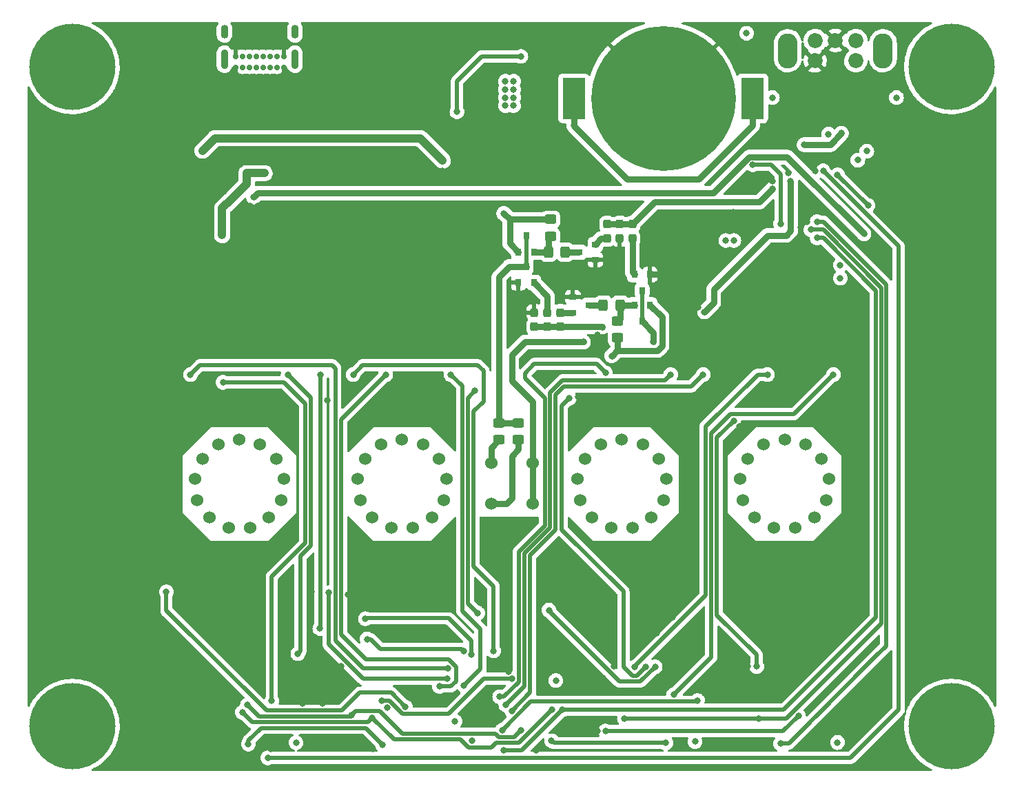
<source format=gbr>
%TF.GenerationSoftware,KiCad,Pcbnew,(5.99.0-9843-g93c991926f)*%
%TF.CreationDate,2021-06-06T23:03:52-04:00*%
%TF.ProjectId,nixieclock,6e697869-6563-46c6-9f63-6b2e6b696361,rev?*%
%TF.SameCoordinates,Original*%
%TF.FileFunction,Copper,L4,Bot*%
%TF.FilePolarity,Positive*%
%FSLAX46Y46*%
G04 Gerber Fmt 4.6, Leading zero omitted, Abs format (unit mm)*
G04 Created by KiCad (PCBNEW (5.99.0-9843-g93c991926f)) date 2021-06-06 23:03:52*
%MOMM*%
%LPD*%
G01*
G04 APERTURE LIST*
G04 Aperture macros list*
%AMRoundRect*
0 Rectangle with rounded corners*
0 $1 Rounding radius*
0 $2 $3 $4 $5 $6 $7 $8 $9 X,Y pos of 4 corners*
0 Add a 4 corners polygon primitive as box body*
4,1,4,$2,$3,$4,$5,$6,$7,$8,$9,$2,$3,0*
0 Add four circle primitives for the rounded corners*
1,1,$1+$1,$2,$3*
1,1,$1+$1,$4,$5*
1,1,$1+$1,$6,$7*
1,1,$1+$1,$8,$9*
0 Add four rect primitives between the rounded corners*
20,1,$1+$1,$2,$3,$4,$5,0*
20,1,$1+$1,$4,$5,$6,$7,0*
20,1,$1+$1,$6,$7,$8,$9,0*
20,1,$1+$1,$8,$9,$2,$3,0*%
G04 Aperture macros list end*
%TA.AperFunction,ComponentPad*%
%ADD10C,0.700000*%
%TD*%
%TA.AperFunction,ComponentPad*%
%ADD11O,0.900000X1.700000*%
%TD*%
%TA.AperFunction,ComponentPad*%
%ADD12O,0.900000X2.400000*%
%TD*%
%TA.AperFunction,ComponentPad*%
%ADD13C,10.600000*%
%TD*%
%TA.AperFunction,ComponentPad*%
%ADD14O,2.400000X4.300000*%
%TD*%
%TA.AperFunction,ComponentPad*%
%ADD15C,1.850000*%
%TD*%
%TA.AperFunction,ComponentPad*%
%ADD16C,1.524000*%
%TD*%
%TA.AperFunction,SMDPad,CuDef*%
%ADD17RoundRect,0.250000X0.450000X-0.325000X0.450000X0.325000X-0.450000X0.325000X-0.450000X-0.325000X0*%
%TD*%
%TA.AperFunction,SMDPad,CuDef*%
%ADD18R,0.900000X0.800000*%
%TD*%
%TA.AperFunction,SMDPad,CuDef*%
%ADD19RoundRect,0.237500X-0.237500X0.287500X-0.237500X-0.287500X0.237500X-0.287500X0.237500X0.287500X0*%
%TD*%
%TA.AperFunction,SMDPad,CuDef*%
%ADD20RoundRect,0.237500X0.237500X-0.287500X0.237500X0.287500X-0.237500X0.287500X-0.237500X-0.287500X0*%
%TD*%
%TA.AperFunction,SMDPad,CuDef*%
%ADD21R,0.800000X0.900000*%
%TD*%
%TA.AperFunction,SMDPad,CuDef*%
%ADD22RoundRect,0.250000X-0.450000X0.325000X-0.450000X-0.325000X0.450000X-0.325000X0.450000X0.325000X0*%
%TD*%
%TA.AperFunction,SMDPad,CuDef*%
%ADD23RoundRect,0.250000X-0.325000X-0.450000X0.325000X-0.450000X0.325000X0.450000X-0.325000X0.450000X0*%
%TD*%
%TA.AperFunction,SMDPad,CuDef*%
%ADD24RoundRect,0.250000X0.325000X0.450000X-0.325000X0.450000X-0.325000X-0.450000X0.325000X-0.450000X0*%
%TD*%
%TA.AperFunction,SMDPad,CuDef*%
%ADD25R,2.790000X5.080000*%
%TD*%
%TA.AperFunction,SMDPad,CuDef*%
%ADD26C,17.780000*%
%TD*%
%TA.AperFunction,ViaPad*%
%ADD27C,0.800000*%
%TD*%
%TA.AperFunction,Conductor*%
%ADD28C,0.500000*%
%TD*%
%TA.AperFunction,Conductor*%
%ADD29C,0.800000*%
%TD*%
%TA.AperFunction,Conductor*%
%ADD30C,1.000000*%
%TD*%
G04 APERTURE END LIST*
D10*
%TO.P,J1,A1,GND*%
%TO.N,GND*%
X81975000Y-76025000D03*
%TO.P,J1,A4,VBUS*%
%TO.N,+5V*%
X81125000Y-76025000D03*
%TO.P,J1,A5,CC1*%
%TO.N,N/C*%
X80275000Y-76025000D03*
%TO.P,J1,A6,D+*%
X79425000Y-76025000D03*
%TO.P,J1,A7,D-*%
X78575000Y-76025000D03*
%TO.P,J1,A8,SBU1*%
X77725000Y-76025000D03*
%TO.P,J1,A9,VBUS*%
%TO.N,+5V*%
X76875000Y-76025000D03*
%TO.P,J1,A12,GND*%
%TO.N,GND*%
X76025000Y-76025000D03*
%TO.P,J1,B1,GND*%
X76025000Y-74675000D03*
%TO.P,J1,B4,VBUS*%
%TO.N,+5V*%
X76875000Y-74675000D03*
%TO.P,J1,B5,CC2*%
%TO.N,N/C*%
X77725000Y-74675000D03*
%TO.P,J1,B6,D+*%
X78575000Y-74675000D03*
%TO.P,J1,B7,D-*%
X79425000Y-74675000D03*
%TO.P,J1,B8,SBU2*%
X80275000Y-74675000D03*
%TO.P,J1,B9,VBUS*%
%TO.N,+5V*%
X81125000Y-74675000D03*
%TO.P,J1,B12,GND*%
%TO.N,GND*%
X81975000Y-74675000D03*
D11*
%TO.P,J1,S1,SHIELD*%
%TO.N,unconnected-(J1-PadS1)*%
X74675000Y-71665000D03*
D12*
X74675000Y-75045000D03*
D11*
X83325000Y-71665000D03*
D12*
X83325000Y-75045000D03*
%TD*%
D13*
%TO.P,H1,*%
%TO.N,*%
X56000000Y-76000000D03*
%TD*%
D14*
%TO.P,SW1,*%
%TO.N,*%
X143900000Y-74000000D03*
X155600000Y-74000000D03*
D15*
%TO.P,SW1,A,A*%
%TO.N,Net-(R19-Pad2)*%
X152250000Y-72750000D03*
%TO.P,SW1,B,B*%
%TO.N,Net-(R30-Pad2)*%
X147250000Y-72750000D03*
%TO.P,SW1,C,C*%
%TO.N,GND*%
X149750000Y-72750000D03*
%TO.P,SW1,S1,S1*%
%TO.N,/microcontroller/ENC_SW*%
X152250000Y-75250000D03*
%TO.P,SW1,S2,S2*%
%TO.N,GND*%
X147250000Y-75250000D03*
%TD*%
D13*
%TO.P,H2,*%
%TO.N,*%
X56000000Y-157000000D03*
%TD*%
%TO.P,H4,*%
%TO.N,*%
X164000000Y-76000000D03*
%TD*%
%TO.P,H3,*%
%TO.N,*%
X164000000Y-157000000D03*
%TD*%
D16*
%TO.P,V1,1,ANODE*%
%TO.N,Net-(R21-Pad2)*%
X76500000Y-121750000D03*
%TO.P,V1,2,CCL*%
%TO.N,N/C*%
X79060000Y-122380000D03*
%TO.P,V1,3,C1*%
%TO.N,/cathode_sinks/NA1*%
X81030000Y-124130000D03*
%TO.P,V1,4,C2*%
%TO.N,/cathode_sinks/NA2*%
X81960000Y-126590000D03*
%TO.P,V1,5,C3*%
%TO.N,/cathode_sinks/NA3*%
X81640000Y-129200000D03*
%TO.P,V1,6,C4*%
%TO.N,/cathode_sinks/NA4*%
X80150000Y-131370000D03*
%TO.P,V1,7,C5*%
%TO.N,/cathode_sinks/NA5*%
X77820000Y-132590000D03*
%TO.P,V1,8,C6*%
%TO.N,/cathode_sinks/NA6*%
X75180000Y-132590000D03*
%TO.P,V1,9,C7*%
%TO.N,/cathode_sinks/NA7*%
X72850000Y-131370000D03*
%TO.P,V1,10,C8*%
%TO.N,/cathode_sinks/NA8*%
X71360000Y-129200000D03*
%TO.P,V1,11,C9*%
%TO.N,/cathode_sinks/NA9*%
X71040000Y-126590000D03*
%TO.P,V1,12,C0*%
%TO.N,/cathode_sinks/NA0*%
X71970000Y-124130000D03*
%TO.P,V1,13,CCR*%
%TO.N,N/C*%
X73940000Y-122380000D03*
%TD*%
%TO.P,V2,1,ANODE*%
%TO.N,Net-(R22-Pad2)*%
X96500000Y-121750000D03*
%TO.P,V2,2,CCL*%
%TO.N,N/C*%
X99060000Y-122380000D03*
%TO.P,V2,3,C1*%
%TO.N,/cathode_sinks/NB1*%
X101030000Y-124130000D03*
%TO.P,V2,4,C2*%
%TO.N,/cathode_sinks/NB2*%
X101960000Y-126590000D03*
%TO.P,V2,5,C3*%
%TO.N,/cathode_sinks/NB3*%
X101640000Y-129200000D03*
%TO.P,V2,6,C4*%
%TO.N,/cathode_sinks/NB4*%
X100150000Y-131370000D03*
%TO.P,V2,7,C5*%
%TO.N,/cathode_sinks/NB5*%
X97820000Y-132590000D03*
%TO.P,V2,8,C6*%
%TO.N,/cathode_sinks/NB6*%
X95180000Y-132590000D03*
%TO.P,V2,9,C7*%
%TO.N,/cathode_sinks/NB7*%
X92850000Y-131370000D03*
%TO.P,V2,10,C8*%
%TO.N,/cathode_sinks/NB8*%
X91360000Y-129200000D03*
%TO.P,V2,11,C9*%
%TO.N,/cathode_sinks/NB9*%
X91040000Y-126590000D03*
%TO.P,V2,12,C0*%
%TO.N,/cathode_sinks/NB0*%
X91970000Y-124130000D03*
%TO.P,V2,13,CCR*%
%TO.N,N/C*%
X93940000Y-122380000D03*
%TD*%
%TO.P,NE1,1*%
%TO.N,/nixie_tubes/NEH-*%
X112540000Y-124705983D03*
%TO.P,NE1,2*%
%TO.N,Net-(NE1-Pad2)*%
X107460000Y-124705983D03*
%TD*%
%TO.P,V4,1,ANODE*%
%TO.N,Net-(R24-Pad2)*%
X143500000Y-121750000D03*
%TO.P,V4,2,CCL*%
%TO.N,N/C*%
X146060000Y-122380000D03*
%TO.P,V4,3,C1*%
%TO.N,/cathode_sinks/ND1*%
X148030000Y-124130000D03*
%TO.P,V4,4,C2*%
%TO.N,/cathode_sinks/ND2*%
X148960000Y-126590000D03*
%TO.P,V4,5,C3*%
%TO.N,/cathode_sinks/ND3*%
X148640000Y-129200000D03*
%TO.P,V4,6,C4*%
%TO.N,/cathode_sinks/ND4*%
X147150000Y-131370000D03*
%TO.P,V4,7,C5*%
%TO.N,/cathode_sinks/ND5*%
X144820000Y-132590000D03*
%TO.P,V4,8,C6*%
%TO.N,/cathode_sinks/ND6*%
X142180000Y-132590000D03*
%TO.P,V4,9,C7*%
%TO.N,/cathode_sinks/ND7*%
X139850000Y-131370000D03*
%TO.P,V4,10,C8*%
%TO.N,/cathode_sinks/ND8*%
X138360000Y-129200000D03*
%TO.P,V4,11,C9*%
%TO.N,/cathode_sinks/ND9*%
X138040000Y-126590000D03*
%TO.P,V4,12,C0*%
%TO.N,/cathode_sinks/ND0*%
X138970000Y-124130000D03*
%TO.P,V4,13,CCR*%
%TO.N,N/C*%
X140940000Y-122380000D03*
%TD*%
%TO.P,V3,1,ANODE*%
%TO.N,Net-(R23-Pad2)*%
X123500000Y-121750000D03*
%TO.P,V3,2,CCL*%
%TO.N,N/C*%
X126060000Y-122380000D03*
%TO.P,V3,3,C1*%
%TO.N,/cathode_sinks/NC1*%
X128030000Y-124130000D03*
%TO.P,V3,4,C2*%
%TO.N,/cathode_sinks/NC2*%
X128960000Y-126590000D03*
%TO.P,V3,5,C3*%
%TO.N,/cathode_sinks/NC3*%
X128640000Y-129200000D03*
%TO.P,V3,6,C4*%
%TO.N,/cathode_sinks/NC4*%
X127150000Y-131370000D03*
%TO.P,V3,7,C5*%
%TO.N,/cathode_sinks/NC5*%
X124820000Y-132590000D03*
%TO.P,V3,8,C6*%
%TO.N,/cathode_sinks/NC6*%
X122180000Y-132590000D03*
%TO.P,V3,9,C7*%
%TO.N,/cathode_sinks/NC7*%
X119850000Y-131370000D03*
%TO.P,V3,10,C8*%
%TO.N,/cathode_sinks/NC8*%
X118360000Y-129200000D03*
%TO.P,V3,11,C9*%
%TO.N,/cathode_sinks/NC9*%
X118040000Y-126590000D03*
%TO.P,V3,12,C0*%
%TO.N,/cathode_sinks/NC0*%
X118970000Y-124130000D03*
%TO.P,V3,13,CCR*%
%TO.N,N/C*%
X120940000Y-122380000D03*
%TD*%
%TO.P,NE2,1*%
%TO.N,/nixie_tubes/NEH-*%
X112540000Y-129700000D03*
%TO.P,NE2,2*%
%TO.N,Net-(NE2-Pad2)*%
X107460000Y-129700000D03*
%TD*%
D17*
%TO.P,R10,1*%
%TO.N,HV*%
X123000000Y-109275000D03*
%TO.P,R10,2*%
%TO.N,Net-(Q4-Pad1)*%
X123000000Y-107225000D03*
%TD*%
D18*
%TO.P,Q5,1,G*%
%TO.N,Net-(Q5-Pad1)*%
X120250000Y-97800000D03*
%TO.P,Q5,2,S*%
%TO.N,GND*%
X120250000Y-99700000D03*
%TO.P,Q5,3,D*%
%TO.N,Net-(Q5-Pad3)*%
X118250000Y-98750000D03*
%TD*%
D19*
%TO.P,R18,1*%
%TO.N,/microcontroller/~TIM1_CH1N*%
X124800000Y-95325000D03*
%TO.P,R18,2*%
%TO.N,Net-(Q8-Pad1)*%
X124800000Y-97075000D03*
%TD*%
D20*
%TO.P,R15,1*%
%TO.N,GND*%
X123250000Y-97075000D03*
%TO.P,R15,2*%
%TO.N,/microcontroller/~TIM1_CH1N*%
X123250000Y-95325000D03*
%TD*%
%TO.P,R17,1*%
%TO.N,/microcontroller/TIM1_CH1*%
X114350000Y-107925000D03*
%TO.P,R17,2*%
%TO.N,Net-(Q7-Pad1)*%
X114350000Y-106175000D03*
%TD*%
D21*
%TO.P,Q3,1,G*%
%TO.N,Net-(R11-Pad2)*%
X112700000Y-98750001D03*
%TO.P,Q3,2,S*%
%TO.N,HV*%
X110800000Y-98750001D03*
%TO.P,Q3,3,D*%
%TO.N,/nixie_tubes/NEH+*%
X111750000Y-96750001D03*
%TD*%
D18*
%TO.P,Q6,1,G*%
%TO.N,Net-(Q6-Pad1)*%
X117500000Y-106200000D03*
%TO.P,Q6,2,S*%
%TO.N,GND*%
X117500000Y-104300000D03*
%TO.P,Q6,3,D*%
%TO.N,Net-(Q6-Pad3)*%
X119500000Y-105250000D03*
%TD*%
D21*
%TO.P,Q4,1,G*%
%TO.N,Net-(Q4-Pad1)*%
X125050000Y-105250000D03*
%TO.P,Q4,2,S*%
%TO.N,HV*%
X126950000Y-105250000D03*
%TO.P,Q4,3,D*%
%TO.N,/nixie_tubes/NEH-*%
X126000000Y-107250000D03*
%TD*%
D22*
%TO.P,R9,1*%
%TO.N,HV*%
X114750000Y-94725000D03*
%TO.P,R9,2*%
%TO.N,Net-(R11-Pad2)*%
X114750000Y-96775000D03*
%TD*%
D20*
%TO.P,R14,1*%
%TO.N,/microcontroller/TIM1_CH1*%
X115950000Y-107925000D03*
%TO.P,R14,2*%
%TO.N,Net-(Q6-Pad1)*%
X115950000Y-106175000D03*
%TD*%
D22*
%TO.P,R26,1*%
%TO.N,/nixie_tubes/NEH+*%
X110800000Y-119775000D03*
%TO.P,R26,2*%
%TO.N,Net-(NE2-Pad2)*%
X110800000Y-121825000D03*
%TD*%
D20*
%TO.P,R16,1*%
%TO.N,/microcontroller/TIM1_CH1*%
X112750000Y-107925000D03*
%TO.P,R16,2*%
%TO.N,GND*%
X112750000Y-106175000D03*
%TD*%
D21*
%TO.P,Q8,1,G*%
%TO.N,Net-(Q8-Pad1)*%
X125050000Y-101500000D03*
%TO.P,Q8,2,S*%
%TO.N,GND*%
X126950000Y-101500000D03*
%TO.P,Q8,3,D*%
%TO.N,/nixie_tubes/NEH-*%
X126000000Y-103500000D03*
%TD*%
D19*
%TO.P,R13,1*%
%TO.N,/microcontroller/~TIM1_CH1N*%
X121700000Y-95325000D03*
%TO.P,R13,2*%
%TO.N,Net-(Q5-Pad1)*%
X121700000Y-97075000D03*
%TD*%
D23*
%TO.P,R12,1*%
%TO.N,Net-(Q6-Pad3)*%
X121225000Y-105250000D03*
%TO.P,R12,2*%
%TO.N,Net-(Q4-Pad1)*%
X123275000Y-105250000D03*
%TD*%
D22*
%TO.P,R25,1*%
%TO.N,/nixie_tubes/NEH+*%
X108400000Y-119775000D03*
%TO.P,R25,2*%
%TO.N,Net-(NE1-Pad2)*%
X108400000Y-121825000D03*
%TD*%
D21*
%TO.P,Q7,1,G*%
%TO.N,Net-(Q7-Pad1)*%
X112700000Y-102500000D03*
%TO.P,Q7,2,S*%
%TO.N,GND*%
X110800000Y-102500000D03*
%TO.P,Q7,3,D*%
%TO.N,/nixie_tubes/NEH+*%
X111750000Y-100500000D03*
%TD*%
D24*
%TO.P,R11,1*%
%TO.N,Net-(Q5-Pad3)*%
X116525000Y-98750000D03*
%TO.P,R11,2*%
%TO.N,Net-(R11-Pad2)*%
X114475000Y-98750000D03*
%TD*%
D25*
%TO.P,BT1,1,+*%
%TO.N,/microcontroller/VBAT*%
X117615000Y-79850000D03*
X139585000Y-79850000D03*
D26*
%TO.P,BT1,2,-*%
%TO.N,GND*%
X128600000Y-79850000D03*
%TD*%
D27*
%TO.N,GND*%
X78000000Y-116750000D03*
X120500000Y-157600000D03*
X84300000Y-154200000D03*
X90500000Y-115200000D03*
X157550000Y-83250000D03*
X137000000Y-159350000D03*
X80700000Y-93050000D03*
X113550000Y-147875000D03*
X78200000Y-160400000D03*
X138400000Y-107350000D03*
X153500000Y-161150000D03*
X105800000Y-140400000D03*
X73000000Y-142100000D03*
X78800000Y-93050000D03*
X76500000Y-93726000D03*
X76400000Y-143700000D03*
X125000000Y-116750000D03*
X122000000Y-116750000D03*
X141800000Y-102750000D03*
X104500000Y-101350000D03*
X127800000Y-145600000D03*
X147250000Y-88750000D03*
X85400000Y-140500000D03*
X105100000Y-156700000D03*
X142000000Y-116750000D03*
X89900000Y-140800000D03*
X71150000Y-151100000D03*
X102500000Y-99150000D03*
X113200000Y-113800000D03*
X138400000Y-103750000D03*
X79700000Y-93050000D03*
X120500000Y-108950000D03*
X137200000Y-95850000D03*
X134500000Y-153800000D03*
X143400000Y-109150000D03*
X153600000Y-90450000D03*
X67250000Y-89750000D03*
X143400000Y-104450000D03*
X138400000Y-102750000D03*
X121150000Y-151100000D03*
X146600000Y-109150000D03*
X145500000Y-95750000D03*
X91948000Y-82143600D03*
X69000000Y-82750000D03*
X109600000Y-150300000D03*
X138975000Y-149675000D03*
X74750000Y-81000000D03*
X68250000Y-90750000D03*
X146000000Y-147500000D03*
X92900000Y-159800000D03*
X117500000Y-102100000D03*
X156500000Y-158000000D03*
X67250000Y-90750000D03*
X70500000Y-112200000D03*
X89050000Y-149650000D03*
X100600000Y-145600000D03*
X77800000Y-93050000D03*
X128200000Y-101500000D03*
X100850000Y-75150000D03*
X154500000Y-90450000D03*
X152400000Y-140600000D03*
X141800000Y-82650000D03*
X137575000Y-151100000D03*
X100700000Y-154000000D03*
X87650000Y-151100000D03*
X75000000Y-116750000D03*
X141800000Y-109150000D03*
X146250000Y-95000000D03*
X63750000Y-90250000D03*
X78500000Y-82550000D03*
X132850000Y-105500000D03*
X102500000Y-97650000D03*
X137200000Y-94850000D03*
X98000000Y-116750000D03*
X115400000Y-146300000D03*
X116800000Y-140800000D03*
X67750000Y-84500000D03*
X145000000Y-109150000D03*
X145000000Y-116750000D03*
X74600000Y-159750000D03*
X136280000Y-71900000D03*
X70850000Y-91200000D03*
X76750000Y-83250000D03*
X66750000Y-84500000D03*
X85648800Y-82535550D03*
X130775000Y-159050000D03*
X146600000Y-107350000D03*
X113000000Y-160000000D03*
X136400000Y-140700000D03*
X76100000Y-97250000D03*
X70900000Y-90100000D03*
X132875000Y-101575000D03*
X146600000Y-105550000D03*
X80873600Y-82535550D03*
X102500000Y-100150000D03*
X132500000Y-140700000D03*
X99100000Y-76950000D03*
X67750000Y-88250000D03*
X101375000Y-74250000D03*
X72550000Y-149500000D03*
X134200000Y-71800000D03*
X132875000Y-104150000D03*
X137950000Y-120150000D03*
X66750000Y-88250000D03*
X143000000Y-147700000D03*
X74500000Y-86250000D03*
X96500000Y-145500000D03*
X151000000Y-154300000D03*
X149300000Y-139600000D03*
X76100000Y-96250000D03*
X137200000Y-93850000D03*
X82500000Y-143600000D03*
X92700000Y-141800000D03*
X119600000Y-143700000D03*
X69400000Y-140700000D03*
X74600000Y-90200000D03*
X123250000Y-98700000D03*
X74750000Y-82000000D03*
X122550000Y-149650000D03*
X111400000Y-106150000D03*
X147400000Y-153950000D03*
X133500000Y-116900000D03*
X101500000Y-88750000D03*
X68250000Y-89750000D03*
X76000000Y-161150000D03*
X102500000Y-96650000D03*
X140200000Y-102750000D03*
X87300000Y-117000000D03*
X63750000Y-89250000D03*
X138400000Y-109150000D03*
X87111300Y-83250000D03*
X102700000Y-141000000D03*
X148450000Y-103350000D03*
X118150000Y-116500000D03*
X112200000Y-104600000D03*
X142000000Y-90000000D03*
X140200000Y-109150000D03*
X105100000Y-158800000D03*
X129700000Y-143600000D03*
X147200000Y-80050000D03*
X69000000Y-81750000D03*
X83261200Y-82535550D03*
X121750000Y-99700000D03*
X86700000Y-154200000D03*
X145000000Y-104450000D03*
X103500000Y-101350000D03*
X138400000Y-105550000D03*
X144000000Y-89000000D03*
X94650000Y-154750000D03*
X139900000Y-141900000D03*
X80350000Y-159800000D03*
X74600000Y-91300000D03*
X95000000Y-116750000D03*
%TO.N,VCC*%
X78500000Y-89050000D03*
X103250000Y-81500000D03*
X77400000Y-89050000D03*
X75565000Y-92202000D03*
X79600000Y-89050000D03*
X74400000Y-96647000D03*
X111100000Y-74700000D03*
%TO.N,HV*%
X109000000Y-94000000D03*
X122250000Y-111500000D03*
%TO.N,/cathode_registers/GA0*%
X80500000Y-153900000D03*
X74500000Y-114750000D03*
%TO.N,/power_supply/FBX*%
X101500000Y-87500000D03*
X71987347Y-86275000D03*
%TO.N,/cathode_registers/GA1*%
X83700000Y-148100000D03*
X82500000Y-113800000D03*
%TO.N,/cathode_registers/GA2*%
X86500000Y-113800000D03*
X86400000Y-145000000D03*
%TO.N,/cathode_registers/GA8*%
X67550000Y-140500000D03*
X96900000Y-154625000D03*
%TO.N,/cathode_registers/GA9*%
X102100000Y-149900000D03*
X70500000Y-113800000D03*
%TO.N,/cathode_registers/GB0*%
X94500000Y-113800000D03*
X101100000Y-152125000D03*
%TO.N,/cathode_registers/GB1*%
X102500000Y-113800000D03*
X104100000Y-152025000D03*
%TO.N,/cathode_registers/GB2*%
X105473011Y-115800000D03*
X105800000Y-143100000D03*
%TO.N,/cathode_registers/GB6*%
X92200000Y-146300000D03*
X104100000Y-147800000D03*
%TO.N,/cathode_registers/GB7*%
X92000000Y-143800000D03*
X105000000Y-148200000D03*
%TO.N,/cathode_registers/GB8*%
X87500000Y-140600000D03*
X102050000Y-151200000D03*
%TO.N,/cathode_registers/GB9*%
X107750000Y-147750000D03*
X90500000Y-113800000D03*
%TO.N,/cathode_registers/GC0*%
X121500000Y-113600000D03*
X108500000Y-153400000D03*
%TO.N,/cathode_registers/GC1*%
X129500000Y-113800000D03*
X109250000Y-154400000D03*
%TO.N,/cathode_registers/GC2*%
X109973952Y-155123952D03*
X133500000Y-113800000D03*
%TO.N,/cathode_registers/GC3*%
X108800000Y-157500000D03*
X132800000Y-153850000D03*
%TO.N,/cathode_registers/GC8*%
X127600000Y-149700000D03*
X114550000Y-142750000D03*
%TO.N,/cathode_registers/GC9*%
X126400000Y-149700000D03*
X117050000Y-116700000D03*
%TO.N,/cathode_registers/GD0*%
X125095000Y-149750000D03*
X141400000Y-113800000D03*
%TO.N,/nixie_tubes/NEH-*%
X118800000Y-109800000D03*
X127400000Y-109800000D03*
%TO.N,/cathode_registers/GD1*%
X149500000Y-113800000D03*
X129900000Y-153100000D03*
%TO.N,/cathode_registers/~OE*%
X77625000Y-159200000D03*
X116200000Y-155000000D03*
X108975000Y-159975000D03*
X147500000Y-97000000D03*
X94100000Y-159275000D03*
%TO.N,/cathode_registers/LCLK*%
X147487347Y-95012653D03*
X143000000Y-159150000D03*
X114950000Y-155000000D03*
X92850000Y-156000000D03*
X76900000Y-155300000D03*
%TO.N,/cathode_registers/CLK*%
X150000000Y-89250000D03*
X153750000Y-93000000D03*
%TO.N,/cathode_registers/~RES*%
X146750000Y-96000000D03*
X123825000Y-156050000D03*
X90300000Y-155650000D03*
X77500000Y-154400000D03*
X111125000Y-157525000D03*
X140325000Y-156050000D03*
%TO.N,Net-(U5-Pad9)*%
X114875000Y-158800000D03*
X128900000Y-159075000D03*
%TO.N,Net-(U6-Pad9)*%
X145200000Y-155700000D03*
X121500003Y-157600000D03*
%TO.N,Net-(U4-Pad9)*%
X110000000Y-151150000D03*
X94000000Y-153900000D03*
%TO.N,/cathode_registers/GD9*%
X140075000Y-149675000D03*
X137250000Y-119500000D03*
%TO.N,/microcontroller/VBAT*%
X117600000Y-83200000D03*
%TO.N,/microcontroller/~NRST*%
X143000000Y-95250000D03*
X139600000Y-88000000D03*
%TO.N,+3V3*%
X109200000Y-78750000D03*
X109200000Y-77750000D03*
X83475000Y-159025000D03*
X109200000Y-79750000D03*
X150350000Y-100350000D03*
X150350000Y-101950000D03*
X137275000Y-97325000D03*
X157250000Y-79750000D03*
X110200000Y-79750000D03*
X110200000Y-78750000D03*
X148900000Y-84250000D03*
X138830000Y-71850000D03*
X109200000Y-80750000D03*
X103000000Y-156400000D03*
X153600000Y-86350000D03*
X136275000Y-97325000D03*
X150000000Y-159000000D03*
X152500000Y-87450000D03*
X110200000Y-77750000D03*
X132500000Y-158900000D03*
X115400000Y-151400000D03*
X110200000Y-80750000D03*
X142000000Y-79750000D03*
%TO.N,/cathode_registers/D*%
X148250000Y-88750000D03*
X80000000Y-160900000D03*
%TO.N,/microcontroller/~SHDN*%
X78250000Y-92000000D03*
X153250000Y-96500000D03*
%TO.N,/microcontroller/~TIM1_CH1N*%
X142000000Y-91000000D03*
%TO.N,/microcontroller/TIM1_CH1*%
X133650000Y-106100000D03*
X144250000Y-90000000D03*
X121100000Y-107950000D03*
%TO.N,/microcontroller/ENC_SW*%
X150500000Y-84150000D03*
X145900000Y-85550000D03*
%TD*%
D28*
%TO.N,GND*%
X81975000Y-76725000D02*
X81600000Y-77100000D01*
D29*
X128200000Y-101500000D02*
X126950000Y-101500000D01*
D28*
X81975000Y-76675000D02*
X81975000Y-76725000D01*
X81975000Y-74675000D02*
X81975000Y-73475000D01*
X76025000Y-76675000D02*
X76025000Y-76725000D01*
X76025000Y-76675000D02*
X75700000Y-77000000D01*
X81975000Y-76675000D02*
X82300000Y-77000000D01*
X76025000Y-76725000D02*
X76400000Y-77100000D01*
X76025000Y-74675000D02*
X76025000Y-73425000D01*
X76025000Y-76025000D02*
X76025000Y-76675000D01*
X81975000Y-76025000D02*
X81975000Y-76675000D01*
%TO.N,VCC*%
X106250000Y-74750000D02*
X106300000Y-74700000D01*
X103250000Y-81500000D02*
X103250000Y-77750000D01*
D30*
X79600000Y-89050000D02*
X77400000Y-89050000D01*
D28*
X106300000Y-74700000D02*
X111100000Y-74700000D01*
D30*
X75565000Y-92202000D02*
X77400000Y-90367000D01*
D28*
X103250000Y-77750000D02*
X106250000Y-74750000D01*
D30*
X74400000Y-93367000D02*
X75565000Y-92202000D01*
X74400000Y-96647000D02*
X74400000Y-93367000D01*
X77400000Y-90367000D02*
X77400000Y-89050000D01*
D29*
%TO.N,HV*%
X122250000Y-111500000D02*
X123000000Y-110750000D01*
X128450020Y-110234932D02*
X127834932Y-110850020D01*
X128450020Y-106750020D02*
X128450020Y-110234932D01*
X110800000Y-98750001D02*
X109725000Y-97675001D01*
X122899980Y-110850020D02*
X122250000Y-111500000D01*
X127834932Y-110850020D02*
X122899980Y-110850020D01*
X109725000Y-97675001D02*
X109725000Y-94725000D01*
X109725000Y-94725000D02*
X109000000Y-94000000D01*
X126950000Y-105250000D02*
X128450020Y-106750020D01*
X123000000Y-110750000D02*
X123000000Y-109275000D01*
X114750000Y-94725000D02*
X109725000Y-94725000D01*
D28*
%TO.N,/cathode_registers/GA0*%
X81950000Y-114750000D02*
X74500000Y-114750000D01*
X84600000Y-134500000D02*
X84600000Y-117400000D01*
X80500000Y-138600000D02*
X84600000Y-134500000D01*
X80500000Y-153900000D02*
X80500000Y-138600000D01*
X84600000Y-117400000D02*
X81950000Y-114750000D01*
D30*
%TO.N,/power_supply/FBX*%
X98750000Y-84750000D02*
X73512347Y-84750000D01*
X101500000Y-87500000D02*
X98750000Y-84750000D01*
X73512347Y-84750000D02*
X71987347Y-86275000D01*
D28*
%TO.N,/cathode_registers/GA1*%
X83700000Y-148100000D02*
X84000000Y-147800000D01*
X84000000Y-136136740D02*
X85326998Y-134809742D01*
X84000000Y-147800000D02*
X84000000Y-136136740D01*
X85326998Y-116626998D02*
X82500000Y-113800000D01*
X85326998Y-134809742D02*
X85326998Y-116626998D01*
%TO.N,/cathode_registers/GA2*%
X86500000Y-144900000D02*
X86500000Y-113800000D01*
X86400000Y-145000000D02*
X86500000Y-144900000D01*
%TO.N,/cathode_registers/GA8*%
X95175000Y-152900000D02*
X91300000Y-152900000D01*
X89100000Y-155100000D02*
X79850000Y-155100000D01*
X67550000Y-142800000D02*
X67550000Y-140500000D01*
X79850000Y-155100000D02*
X67550000Y-142800000D01*
X91300000Y-152900000D02*
X89100000Y-155100000D01*
X96900000Y-154625000D02*
X95175000Y-152900000D01*
%TO.N,/cathode_registers/GA9*%
X87908006Y-112649989D02*
X71650011Y-112649989D01*
X88300011Y-113041994D02*
X87908006Y-112649989D01*
X102100000Y-149900000D02*
X91700000Y-149900000D01*
X71650011Y-112649989D02*
X70500000Y-113800000D01*
X88300011Y-146500011D02*
X88300011Y-113041994D01*
X91700000Y-149900000D02*
X88300011Y-146500011D01*
%TO.N,/cathode_registers/GB0*%
X103125000Y-149740983D02*
X102184017Y-148800000D01*
X89000000Y-145720069D02*
X89000000Y-119300000D01*
X102475000Y-152125000D02*
X103125000Y-151475000D01*
X103125000Y-151475000D02*
X103125000Y-149740983D01*
X92079931Y-148800000D02*
X89000000Y-145720069D01*
X101100000Y-152125000D02*
X102475000Y-152125000D01*
X102184017Y-148800000D02*
X92079931Y-148800000D01*
X89000000Y-119300000D02*
X94500000Y-113800000D01*
%TO.N,/cathode_registers/GB1*%
X103899978Y-115199978D02*
X103899978Y-142849945D01*
X103899978Y-142849945D02*
X106125000Y-145074967D01*
X106125000Y-145074967D02*
X106125000Y-150000000D01*
X106125000Y-150000000D02*
X104100000Y-152025000D01*
X102500000Y-113800000D02*
X103899978Y-115199978D01*
%TO.N,/cathode_registers/GB2*%
X104599989Y-141899989D02*
X104599989Y-116673022D01*
X105800000Y-143100000D02*
X104599989Y-141899989D01*
X104599989Y-116673022D02*
X105473011Y-115800000D01*
%TO.N,/cathode_registers/GB6*%
X103800000Y-147500000D02*
X93850000Y-147500000D01*
X104100000Y-147800000D02*
X103800000Y-147500000D01*
X93850000Y-147500000D02*
X92650000Y-146300000D01*
X92650000Y-146300000D02*
X92200000Y-146300000D01*
%TO.N,/cathode_registers/GB7*%
X105000000Y-148200000D02*
X105000000Y-146491983D01*
X105000000Y-146491983D02*
X102258017Y-143750000D01*
X92050000Y-143750000D02*
X92000000Y-143800000D01*
X102258017Y-143750000D02*
X92050000Y-143750000D01*
%TO.N,/cathode_registers/GB8*%
X91749977Y-151200000D02*
X87500000Y-146950023D01*
X87500000Y-146950023D02*
X87500000Y-140600000D01*
X102050000Y-151200000D02*
X91749977Y-151200000D01*
%TO.N,/cathode_registers/GB9*%
X105300000Y-137350000D02*
X107750000Y-139800000D01*
X106500000Y-117100000D02*
X105300000Y-118300000D01*
X105808006Y-112649989D02*
X106500000Y-113341983D01*
X106500000Y-113341983D02*
X106500000Y-117100000D01*
X105300000Y-118300000D02*
X105300000Y-137350000D01*
X107750000Y-139800000D02*
X107750000Y-147750000D01*
X91650011Y-112649989D02*
X105808006Y-112649989D01*
X90500000Y-113800000D02*
X91650011Y-112649989D01*
%TO.N,/cathode_registers/GC0*%
X120400000Y-112500000D02*
X112750000Y-112500000D01*
X114049960Y-116699960D02*
X114049960Y-132361504D01*
X109008017Y-153400000D02*
X108500000Y-153400000D01*
X121500000Y-113600000D02*
X120400000Y-112500000D01*
X110850011Y-135561453D02*
X110850011Y-151558006D01*
X110850011Y-151558006D02*
X109008017Y-153400000D01*
X114049960Y-132361504D02*
X110850011Y-135561453D01*
X112750000Y-112500000D02*
X111600000Y-113650000D01*
X111600000Y-113650000D02*
X111600000Y-114250000D01*
X111600000Y-114250000D02*
X114049960Y-116699960D01*
%TO.N,/cathode_registers/GC1*%
X116230733Y-114500000D02*
X114699980Y-116030753D01*
X111550031Y-152099969D02*
X109250000Y-154400000D01*
X129500000Y-113800000D02*
X128800000Y-114500000D01*
X128800000Y-114500000D02*
X116230733Y-114500000D01*
X111550031Y-135780701D02*
X111550031Y-152099969D01*
X114699980Y-116030753D02*
X114699980Y-132630752D01*
X114699980Y-132630752D02*
X111550031Y-135780701D01*
%TO.N,/cathode_registers/GC2*%
X115350000Y-116300000D02*
X115350000Y-132900000D01*
X115350000Y-132900000D02*
X112250051Y-135999949D01*
X132050000Y-115250000D02*
X116400000Y-115250000D01*
X133500000Y-113800000D02*
X132050000Y-115250000D01*
X116400000Y-115250000D02*
X115350000Y-116300000D01*
X112250051Y-135999949D02*
X112250051Y-152847853D01*
X112250051Y-152847853D02*
X109973952Y-155123952D01*
%TO.N,/cathode_registers/GC3*%
X132800000Y-153850000D02*
X132650000Y-154000000D01*
X112300000Y-154000000D02*
X108800000Y-157500000D01*
X132650000Y-154000000D02*
X112300000Y-154000000D01*
%TO.N,/cathode_registers/GC8*%
X125800000Y-151500000D02*
X123215983Y-151500000D01*
X123215983Y-151500000D02*
X114550000Y-142834017D01*
X127600000Y-149700000D02*
X125800000Y-151500000D01*
X114550000Y-142834017D02*
X114550000Y-142750000D01*
%TO.N,/cathode_registers/GC9*%
X116100000Y-117650000D02*
X117050000Y-116700000D01*
X124800000Y-150800000D02*
X123700000Y-149700000D01*
X116100000Y-132850000D02*
X116100000Y-117650000D01*
X126400000Y-149700000D02*
X125300000Y-150800000D01*
X123700000Y-149700000D02*
X123700000Y-140450000D01*
X123700000Y-140450000D02*
X116100000Y-132850000D01*
X125300000Y-150800000D02*
X124800000Y-150800000D01*
%TO.N,/cathode_registers/GD0*%
X141400000Y-113800000D02*
X140200000Y-113800000D01*
X125095000Y-149655023D02*
X125095000Y-149750000D01*
X133800000Y-140950023D02*
X125095000Y-149655023D01*
X140200000Y-113800000D02*
X133800000Y-120200000D01*
X133800000Y-120200000D02*
X133800000Y-140950023D01*
D29*
%TO.N,/nixie_tubes/NEH+*%
X108400000Y-117575000D02*
X108400000Y-119775000D01*
X109700000Y-100500000D02*
X108400000Y-101800000D01*
X108400000Y-119775000D02*
X110800000Y-119775000D01*
X108400000Y-101800000D02*
X108400000Y-119775000D01*
X111750000Y-100500000D02*
X109700000Y-100500000D01*
D28*
X111750000Y-96750001D02*
X111750000Y-100500000D01*
D29*
%TO.N,/nixie_tubes/NEH-*%
X112540000Y-117140000D02*
X112540000Y-124705983D01*
D28*
X126000000Y-103500000D02*
X126000000Y-107250000D01*
D29*
X112540000Y-129700000D02*
X112540000Y-124705983D01*
X118800000Y-109800000D02*
X111600000Y-109800000D01*
X112500000Y-124665983D02*
X112540000Y-124705983D01*
X111600000Y-109800000D02*
X110000000Y-111400000D01*
X110000000Y-111400000D02*
X110000000Y-114600000D01*
X127400000Y-108650000D02*
X126000000Y-107250000D01*
X127400000Y-109800000D02*
X127400000Y-108650000D01*
X110000000Y-114600000D02*
X112540000Y-117140000D01*
D28*
%TO.N,/cathode_registers/GD1*%
X136841994Y-118649989D02*
X144650011Y-118649989D01*
X134500000Y-148500000D02*
X134500000Y-120991983D01*
X144650011Y-118649989D02*
X149500000Y-113800000D01*
X134500000Y-120991983D02*
X136841994Y-118649989D01*
X129900000Y-153100000D02*
X134500000Y-148500000D01*
%TO.N,/cathode_registers/~OE*%
X77625000Y-158775000D02*
X79174980Y-157225020D01*
X116200000Y-155000000D02*
X111225000Y-159975000D01*
X92050020Y-157225020D02*
X94100000Y-159275000D01*
X111225000Y-159975000D02*
X108975000Y-159975000D01*
X143400000Y-155000000D02*
X116200000Y-155000000D01*
X148260022Y-97000000D02*
X154745960Y-103485938D01*
X154745960Y-143654040D02*
X143400000Y-155000000D01*
X154745960Y-103485938D02*
X154745960Y-143654040D01*
X77625000Y-159200000D02*
X77625000Y-158775000D01*
X147500000Y-97000000D02*
X148260022Y-97000000D01*
X79174980Y-157225020D02*
X92050020Y-157225020D01*
%TO.N,/cathode_registers/LCLK*%
X78125000Y-156525000D02*
X76900000Y-155300000D01*
X156000000Y-147158017D02*
X154750051Y-148407966D01*
X110899969Y-159050031D02*
X114950000Y-155000000D01*
X103691983Y-158650000D02*
X104691994Y-159650011D01*
X92325000Y-156525000D02*
X78125000Y-156525000D01*
X107502057Y-159650011D02*
X108102037Y-159050031D01*
X154750051Y-148407966D02*
X147250000Y-155908017D01*
X154750051Y-101500051D02*
X148262653Y-95012653D01*
X104691994Y-159650011D02*
X107502057Y-159650011D01*
X156000000Y-102750000D02*
X156000000Y-147158017D01*
X148262653Y-95012653D02*
X147487347Y-95012653D01*
X92850000Y-156000000D02*
X92325000Y-156525000D01*
X154750051Y-101500051D02*
X156000000Y-102750000D01*
X154750051Y-148407966D02*
X144008017Y-159150000D01*
X108102037Y-159050031D02*
X110899969Y-159050031D01*
X144008017Y-159150000D02*
X143000000Y-159150000D01*
X92850000Y-156000000D02*
X95500000Y-158650000D01*
X95500000Y-158650000D02*
X103691983Y-158650000D01*
%TO.N,/cathode_registers/CLK*%
X153750000Y-93000000D02*
X150000000Y-89250000D01*
%TO.N,/cathode_registers/~RES*%
X107991972Y-157949989D02*
X108391994Y-158350011D01*
X90125020Y-155824980D02*
X90300000Y-155650000D01*
X143700023Y-156050000D02*
X155372980Y-144377043D01*
X155372980Y-144377043D02*
X155372980Y-103122980D01*
X96591972Y-157949989D02*
X107991972Y-157949989D01*
X108391994Y-158350011D02*
X110299989Y-158350011D01*
X90300000Y-155650000D02*
X90800011Y-155149989D01*
X77500000Y-154400000D02*
X78924980Y-155824980D01*
X78924980Y-155824980D02*
X90125020Y-155824980D01*
X155372980Y-103122980D02*
X148250000Y-96000000D01*
X148250000Y-96000000D02*
X146750000Y-96000000D01*
X123825000Y-156050000D02*
X140325000Y-156050000D01*
X140325000Y-156050000D02*
X143700023Y-156050000D01*
X110299989Y-158350011D02*
X111125000Y-157525000D01*
X93791972Y-155149989D02*
X96591972Y-157949989D01*
X90800011Y-155149989D02*
X93791972Y-155149989D01*
%TO.N,Net-(U5-Pad9)*%
X114875000Y-158800000D02*
X115150000Y-159075000D01*
X115150000Y-159075000D02*
X128900000Y-159075000D01*
%TO.N,Net-(U6-Pad9)*%
X121500003Y-157600000D02*
X143300000Y-157600000D01*
X143300000Y-157600000D02*
X145200000Y-155700000D01*
%TO.N,Net-(U4-Pad9)*%
X110000000Y-151150000D02*
X106550000Y-151150000D01*
X102200000Y-155500000D02*
X96549977Y-155500000D01*
X106550000Y-151150000D02*
X102200000Y-155500000D01*
X96549977Y-155500000D02*
X94949977Y-153900000D01*
X94949977Y-153900000D02*
X94000000Y-153900000D01*
%TO.N,/cathode_registers/GD9*%
X135200000Y-121550000D02*
X137250000Y-119500000D01*
X140075000Y-148225000D02*
X135200000Y-143350000D01*
X140075000Y-149675000D02*
X140075000Y-148225000D01*
X135200000Y-143350000D02*
X135200000Y-121550000D01*
D29*
%TO.N,/microcontroller/VBAT*%
X117600000Y-83200000D02*
X117600000Y-83225000D01*
X117600000Y-83200000D02*
X117615000Y-83185000D01*
X117615000Y-83185000D02*
X117615000Y-79850000D01*
X124175000Y-89800000D02*
X132975000Y-89800000D01*
X132975000Y-89800000D02*
X139585000Y-83190000D01*
X117600000Y-83225000D02*
X124175000Y-89800000D01*
X139585000Y-83190000D02*
X139585000Y-79850000D01*
D28*
%TO.N,/microcontroller/~NRST*%
X143000000Y-89150000D02*
X143000000Y-95250000D01*
X139600000Y-88000000D02*
X141850000Y-88000000D01*
X141850000Y-88000000D02*
X143000000Y-89150000D01*
%TO.N,/cathode_registers/D*%
X157500000Y-155000000D02*
X157500000Y-98000000D01*
X157500000Y-98000000D02*
X148250000Y-88750000D01*
X151600000Y-160900000D02*
X157500000Y-155000000D01*
X80000000Y-160900000D02*
X151600000Y-160900000D01*
D29*
%TO.N,/microcontroller/~SHDN*%
X134728023Y-91500000D02*
X78750000Y-91500000D01*
X143822989Y-87072989D02*
X139155034Y-87072989D01*
X78750000Y-91500000D02*
X78250000Y-92000000D01*
X139155034Y-87072989D02*
X134728023Y-91500000D01*
X153250000Y-96500000D02*
X143822989Y-87072989D01*
%TO.N,Net-(NE1-Pad2)*%
X108400000Y-121825000D02*
X107460000Y-122765000D01*
X107460000Y-122765000D02*
X107460000Y-124705983D01*
%TO.N,Net-(Q4-Pad1)*%
X123275000Y-105250000D02*
X123275000Y-106950000D01*
X123275000Y-105250000D02*
X125050000Y-105250000D01*
X123275000Y-106950000D02*
X123000000Y-107224999D01*
%TO.N,Net-(Q5-Pad3)*%
X118250000Y-98750000D02*
X116525000Y-98750000D01*
%TO.N,/microcontroller/~TIM1_CH1N*%
X124800000Y-95325000D02*
X127525000Y-92600000D01*
X121700000Y-95325000D02*
X123250000Y-95325000D01*
X140400000Y-92600000D02*
X142000000Y-91000000D01*
X123250000Y-95325000D02*
X124800000Y-95325000D01*
X127525000Y-92600000D02*
X140400000Y-92600000D01*
%TO.N,/microcontroller/TIM1_CH1*%
X114352011Y-107922989D02*
X114350000Y-107925000D01*
X144250000Y-96150000D02*
X144250000Y-90000000D01*
X121072989Y-107922989D02*
X114352011Y-107922989D01*
X133650000Y-106100000D02*
X134800000Y-104950000D01*
X134800000Y-103300000D02*
X141400000Y-96700000D01*
X134800000Y-104950000D02*
X134800000Y-103300000D01*
X121100000Y-107950000D02*
X121072989Y-107922989D01*
X114350000Y-107925000D02*
X112750000Y-107925000D01*
X141400000Y-96700000D02*
X143700000Y-96700000D01*
X143700000Y-96700000D02*
X144250000Y-96150000D01*
X144250000Y-96150000D02*
X144250000Y-95371977D01*
%TO.N,Net-(Q5-Pad1)*%
X121700000Y-97075000D02*
X120975000Y-97075000D01*
X120975000Y-97075000D02*
X120250000Y-97800000D01*
%TO.N,Net-(Q7-Pad1)*%
X114350000Y-106175000D02*
X114350000Y-104150000D01*
X114350000Y-104150000D02*
X112700000Y-102500000D01*
%TO.N,Net-(Q6-Pad3)*%
X121225000Y-105250000D02*
X119500000Y-105250000D01*
%TO.N,Net-(Q6-Pad1)*%
X117500000Y-106200000D02*
X115950000Y-106199999D01*
%TO.N,Net-(Q8-Pad1)*%
X124800000Y-97075000D02*
X124800000Y-101250000D01*
X124800000Y-101250000D02*
X125050000Y-101500000D01*
%TO.N,/microcontroller/ENC_SW*%
X149100000Y-85550000D02*
X145900000Y-85550000D01*
X150500000Y-84150000D02*
X149100000Y-85550000D01*
%TO.N,Net-(R11-Pad2)*%
X114475000Y-98750000D02*
X114475000Y-97050000D01*
X114475000Y-97050000D02*
X114750000Y-96775000D01*
X112700000Y-98750000D02*
X114475000Y-98750000D01*
%TO.N,Net-(NE2-Pad2)*%
X110000000Y-129000000D02*
X110000000Y-123800000D01*
X110800000Y-123000000D02*
X110800000Y-121825000D01*
X110000000Y-123800000D02*
X110800000Y-123000000D01*
X107460000Y-129700000D02*
X109300000Y-129700000D01*
X109300000Y-129700000D02*
X110000000Y-129000000D01*
%TD*%
%TA.AperFunction,Conductor*%
%TO.N,GND*%
G36*
X73876257Y-70520002D02*
G01*
X73922750Y-70573658D01*
X73932854Y-70643932D01*
X73911349Y-70698271D01*
X73844585Y-70793620D01*
X73840923Y-70798850D01*
X73764226Y-70976086D01*
X73724734Y-71165123D01*
X73724500Y-71169588D01*
X73724500Y-72114224D01*
X73739016Y-72257130D01*
X73796766Y-72441411D01*
X73890392Y-72610317D01*
X74016069Y-72756946D01*
X74021110Y-72760857D01*
X74021113Y-72760859D01*
X74163617Y-72871397D01*
X74168662Y-72875310D01*
X74174385Y-72878126D01*
X74174388Y-72878128D01*
X74296536Y-72938232D01*
X74341939Y-72960573D01*
X74348117Y-72962182D01*
X74348119Y-72962183D01*
X74522640Y-73007642D01*
X74522643Y-73007642D01*
X74528822Y-73009252D01*
X74612139Y-73013618D01*
X74715295Y-73019025D01*
X74715299Y-73019025D01*
X74721676Y-73019359D01*
X74912623Y-72990481D01*
X74918619Y-72988275D01*
X75087874Y-72926002D01*
X75087875Y-72926001D01*
X75093864Y-72923798D01*
X75257994Y-72822033D01*
X75335046Y-72749168D01*
X75393668Y-72693732D01*
X75393669Y-72693731D01*
X75398309Y-72689343D01*
X75509077Y-72531150D01*
X75585774Y-72353914D01*
X75612910Y-72224021D01*
X75624275Y-72169622D01*
X75624275Y-72169618D01*
X75625266Y-72164877D01*
X75625500Y-72160412D01*
X75625500Y-71215776D01*
X75610984Y-71072870D01*
X75553234Y-70888589D01*
X75459608Y-70719683D01*
X75455453Y-70714835D01*
X75449592Y-70707996D01*
X75420448Y-70643257D01*
X75430932Y-70573039D01*
X75477714Y-70519635D01*
X75545261Y-70500000D01*
X82458136Y-70500000D01*
X82526257Y-70520002D01*
X82572750Y-70573658D01*
X82582854Y-70643932D01*
X82561349Y-70698271D01*
X82494585Y-70793620D01*
X82490923Y-70798850D01*
X82414226Y-70976086D01*
X82374734Y-71165123D01*
X82374500Y-71169588D01*
X82374500Y-72114224D01*
X82389016Y-72257130D01*
X82446766Y-72441411D01*
X82540392Y-72610317D01*
X82666069Y-72756946D01*
X82671110Y-72760857D01*
X82671113Y-72760859D01*
X82813617Y-72871397D01*
X82818662Y-72875310D01*
X82824385Y-72878126D01*
X82824388Y-72878128D01*
X82946536Y-72938232D01*
X82991939Y-72960573D01*
X82998117Y-72962182D01*
X82998119Y-72962183D01*
X83172640Y-73007642D01*
X83172643Y-73007642D01*
X83178822Y-73009252D01*
X83262139Y-73013618D01*
X83365295Y-73019025D01*
X83365299Y-73019025D01*
X83371676Y-73019359D01*
X83562623Y-72990481D01*
X83568619Y-72988275D01*
X83737874Y-72926002D01*
X83737875Y-72926001D01*
X83743864Y-72923798D01*
X83907994Y-72822033D01*
X83985046Y-72749168D01*
X84043668Y-72693732D01*
X84043669Y-72693731D01*
X84048309Y-72689343D01*
X84159077Y-72531150D01*
X84235774Y-72353914D01*
X84262910Y-72224021D01*
X84274275Y-72169622D01*
X84274275Y-72169618D01*
X84275266Y-72164877D01*
X84275500Y-72160412D01*
X84275500Y-71215776D01*
X84260984Y-71072870D01*
X84203234Y-70888589D01*
X84109608Y-70719683D01*
X84105453Y-70714835D01*
X84099592Y-70707996D01*
X84070448Y-70643257D01*
X84080932Y-70573039D01*
X84127714Y-70519635D01*
X84195261Y-70500000D01*
X126222259Y-70500000D01*
X126290380Y-70520002D01*
X126336873Y-70573658D01*
X126346977Y-70643932D01*
X126317483Y-70708512D01*
X126255825Y-70747447D01*
X125805751Y-70871840D01*
X125801859Y-70873053D01*
X125232177Y-71070879D01*
X125228394Y-71072332D01*
X124672676Y-71306506D01*
X124668977Y-71308207D01*
X124129511Y-71577762D01*
X124125960Y-71579682D01*
X123605003Y-71883496D01*
X123601581Y-71885643D01*
X123101325Y-72222435D01*
X123098034Y-72224808D01*
X122620581Y-72593161D01*
X122617426Y-72595760D01*
X122164720Y-72994173D01*
X122161774Y-72996941D01*
X122146784Y-73011958D01*
X122139186Y-73025901D01*
X122139321Y-73027767D01*
X122143549Y-73034339D01*
X128587188Y-79477978D01*
X128601132Y-79485592D01*
X128602965Y-79485461D01*
X128609580Y-79481210D01*
X135050705Y-73040085D01*
X135058319Y-73026141D01*
X135058241Y-73025038D01*
X135053230Y-73017426D01*
X134987596Y-72954595D01*
X142199500Y-72954595D01*
X142199500Y-75015729D01*
X142199681Y-75018108D01*
X142199681Y-75018109D01*
X142213288Y-75196979D01*
X142214124Y-75207975D01*
X142215203Y-75212629D01*
X142215203Y-75212631D01*
X142239370Y-75316893D01*
X142272543Y-75460014D01*
X142368414Y-75700316D01*
X142499530Y-75923352D01*
X142502551Y-75927063D01*
X142502554Y-75927067D01*
X142604803Y-76052660D01*
X142662874Y-76123989D01*
X142666419Y-76127198D01*
X142666424Y-76127203D01*
X142851140Y-76294399D01*
X142851144Y-76294402D01*
X142854687Y-76297609D01*
X142912173Y-76335586D01*
X143054707Y-76429749D01*
X143070555Y-76440219D01*
X143074896Y-76442220D01*
X143074901Y-76442223D01*
X143301158Y-76546528D01*
X143301161Y-76546529D01*
X143305510Y-76548534D01*
X143310112Y-76549858D01*
X143549553Y-76618744D01*
X143549558Y-76618745D01*
X143554146Y-76620065D01*
X143810741Y-76653163D01*
X143948094Y-76649926D01*
X144064610Y-76647180D01*
X144064614Y-76647180D01*
X144069390Y-76647067D01*
X144154785Y-76631933D01*
X144319437Y-76602753D01*
X144319441Y-76602752D01*
X144324141Y-76601919D01*
X144569131Y-76518756D01*
X144740476Y-76429749D01*
X146435081Y-76429749D01*
X146440362Y-76436803D01*
X146624199Y-76544228D01*
X146633487Y-76548678D01*
X146843980Y-76629057D01*
X146853878Y-76631933D01*
X147074674Y-76676854D01*
X147084902Y-76678073D01*
X147310068Y-76686331D01*
X147320354Y-76685864D01*
X147543846Y-76657233D01*
X147553932Y-76655090D01*
X147769743Y-76590343D01*
X147779338Y-76586582D01*
X147981667Y-76487463D01*
X147990533Y-76482178D01*
X148053084Y-76437560D01*
X148061485Y-76426860D01*
X148054497Y-76413707D01*
X147262812Y-75622022D01*
X147248868Y-75614408D01*
X147247035Y-75614539D01*
X147240420Y-75618790D01*
X146441841Y-76417369D01*
X146435081Y-76429749D01*
X144740476Y-76429749D01*
X144798723Y-76399492D01*
X145007634Y-76246872D01*
X145023594Y-76230996D01*
X145147642Y-76107595D01*
X145191055Y-76064409D01*
X145320801Y-75888746D01*
X145341922Y-75860151D01*
X145341924Y-75860148D01*
X145344766Y-75856300D01*
X145465231Y-75627336D01*
X145524679Y-75455174D01*
X145548115Y-75387302D01*
X145548115Y-75387301D01*
X145549675Y-75382784D01*
X145567599Y-75284643D01*
X145599515Y-75221225D01*
X145660651Y-75185128D01*
X145731596Y-75187815D01*
X145789827Y-75228431D01*
X145817340Y-75300028D01*
X145825698Y-75444972D01*
X145827132Y-75455174D01*
X145876663Y-75674967D01*
X145879751Y-75684820D01*
X145964519Y-75893576D01*
X145969159Y-75902763D01*
X146061853Y-76054027D01*
X146072309Y-76063487D01*
X146081087Y-76059703D01*
X146877978Y-75262812D01*
X146884356Y-75251132D01*
X147614408Y-75251132D01*
X147614539Y-75252965D01*
X147618790Y-75259580D01*
X148414280Y-76055070D01*
X148426290Y-76061628D01*
X148438030Y-76052660D01*
X148479589Y-75994826D01*
X148484898Y-75985989D01*
X148584725Y-75784005D01*
X148588523Y-75774412D01*
X148654022Y-75558829D01*
X148656199Y-75548759D01*
X148685846Y-75323568D01*
X148686365Y-75316893D01*
X148687918Y-75253364D01*
X148687724Y-75246646D01*
X148669114Y-75020288D01*
X148667432Y-75010126D01*
X148612541Y-74791595D01*
X148609220Y-74781840D01*
X148519378Y-74575220D01*
X148514504Y-74566128D01*
X148437368Y-74446893D01*
X148426682Y-74437690D01*
X148417117Y-74442093D01*
X147622022Y-75237188D01*
X147614408Y-75251132D01*
X146884356Y-75251132D01*
X146885592Y-75248868D01*
X146885461Y-75247035D01*
X146881210Y-75240420D01*
X146085811Y-74445021D01*
X146074275Y-74438721D01*
X146061993Y-74448344D01*
X146002579Y-74535441D01*
X145997490Y-74544400D01*
X145902622Y-74748776D01*
X145899065Y-74758444D01*
X145847917Y-74942879D01*
X145810438Y-75003177D01*
X145746310Y-75033640D01*
X145675891Y-75024597D01*
X145621541Y-74978918D01*
X145600500Y-74909207D01*
X145600500Y-73047221D01*
X145620502Y-72979100D01*
X145674158Y-72932607D01*
X145744432Y-72922503D01*
X145809012Y-72951997D01*
X145847396Y-73011723D01*
X145850897Y-73027185D01*
X145861992Y-73096069D01*
X145863717Y-73101121D01*
X145863717Y-73101122D01*
X145877584Y-73141739D01*
X145940145Y-73324986D01*
X146055750Y-73537463D01*
X146068305Y-73553389D01*
X146202200Y-73723234D01*
X146202204Y-73723238D01*
X146205503Y-73727423D01*
X146209463Y-73730995D01*
X146209464Y-73730996D01*
X146230182Y-73749683D01*
X146385121Y-73889436D01*
X146398745Y-73898066D01*
X146445591Y-73951410D01*
X146456159Y-74021616D01*
X146436936Y-74068559D01*
X146436747Y-74071255D01*
X146444332Y-74085122D01*
X147237188Y-74877978D01*
X147251132Y-74885592D01*
X147252965Y-74885461D01*
X147259580Y-74881210D01*
X148056853Y-74083937D01*
X148064467Y-74069993D01*
X148064377Y-74068728D01*
X148042574Y-74007882D01*
X148058561Y-73938709D01*
X148066604Y-73929749D01*
X148935081Y-73929749D01*
X148940362Y-73936803D01*
X149124199Y-74044228D01*
X149133487Y-74048678D01*
X149343980Y-74129057D01*
X149353878Y-74131933D01*
X149574674Y-74176854D01*
X149584902Y-74178073D01*
X149810068Y-74186331D01*
X149820354Y-74185864D01*
X150043846Y-74157233D01*
X150053932Y-74155090D01*
X150269743Y-74090343D01*
X150279338Y-74086582D01*
X150481667Y-73987463D01*
X150490533Y-73982178D01*
X150553084Y-73937560D01*
X150561485Y-73926860D01*
X150554497Y-73913707D01*
X149762812Y-73122022D01*
X149748868Y-73114408D01*
X149747035Y-73114539D01*
X149740420Y-73118790D01*
X148941841Y-73917369D01*
X148935081Y-73929749D01*
X148066604Y-73929749D01*
X148095101Y-73898004D01*
X148172790Y-73842487D01*
X148172792Y-73842485D01*
X148177136Y-73839381D01*
X148347430Y-73667594D01*
X148397504Y-73596213D01*
X148452999Y-73551932D01*
X148523625Y-73544685D01*
X148559226Y-73562294D01*
X148570674Y-73564191D01*
X148581087Y-73559703D01*
X149377978Y-72762812D01*
X149384356Y-72751132D01*
X150114408Y-72751132D01*
X150114539Y-72752965D01*
X150118790Y-72759580D01*
X150914280Y-73555070D01*
X150928224Y-73562684D01*
X150929665Y-73562581D01*
X150986640Y-73540695D01*
X151056158Y-73555108D01*
X151095806Y-73588274D01*
X151202200Y-73723234D01*
X151202204Y-73723238D01*
X151205503Y-73727423D01*
X151209463Y-73730995D01*
X151209464Y-73730996D01*
X151230182Y-73749683D01*
X151385121Y-73889436D01*
X151391176Y-73893271D01*
X151391686Y-73893852D01*
X151393877Y-73895515D01*
X151393538Y-73895961D01*
X151438020Y-73946616D01*
X151448588Y-74016822D01*
X151419523Y-74081596D01*
X151406335Y-74094880D01*
X151236107Y-74242597D01*
X151224459Y-74252705D01*
X151221076Y-74256831D01*
X151221072Y-74256835D01*
X151172430Y-74316159D01*
X151071087Y-74439756D01*
X151068448Y-74444392D01*
X151068446Y-74444395D01*
X150989428Y-74583210D01*
X150951424Y-74649974D01*
X150868891Y-74877348D01*
X150856741Y-74944542D01*
X150835498Y-75062019D01*
X150825849Y-75115378D01*
X150825066Y-75196979D01*
X150824568Y-75248868D01*
X150823527Y-75357257D01*
X150824376Y-75362527D01*
X150824376Y-75362529D01*
X150856594Y-75562554D01*
X150861992Y-75596069D01*
X150940145Y-75824986D01*
X151055750Y-76037463D01*
X151068808Y-76054027D01*
X151202200Y-76223234D01*
X151202204Y-76223238D01*
X151205503Y-76227423D01*
X151209463Y-76230995D01*
X151209464Y-76230996D01*
X151227065Y-76246872D01*
X151385121Y-76389436D01*
X151589469Y-76518869D01*
X151812703Y-76612021D01*
X151817906Y-76613218D01*
X151817911Y-76613219D01*
X152043238Y-76665033D01*
X152043243Y-76665034D01*
X152048441Y-76666229D01*
X152053769Y-76666532D01*
X152053772Y-76666532D01*
X152216454Y-76675769D01*
X152289942Y-76679942D01*
X152295249Y-76679342D01*
X152295251Y-76679342D01*
X152421820Y-76665033D01*
X152530301Y-76652769D01*
X152535416Y-76651288D01*
X152535420Y-76651287D01*
X152666878Y-76613219D01*
X152762645Y-76585487D01*
X152952037Y-76493728D01*
X152975527Y-76482347D01*
X152980332Y-76480019D01*
X153096964Y-76396673D01*
X153172790Y-76342487D01*
X153172792Y-76342485D01*
X153177136Y-76339381D01*
X153347430Y-76167594D01*
X153486345Y-75969570D01*
X153589910Y-75750972D01*
X153655162Y-75518049D01*
X153661697Y-75455350D01*
X153668788Y-75387302D01*
X153679727Y-75282342D01*
X153706682Y-75216663D01*
X153764868Y-75175982D01*
X153835811Y-75173217D01*
X153896987Y-75209246D01*
X153927794Y-75266953D01*
X153940917Y-75323568D01*
X153972543Y-75460014D01*
X154068414Y-75700316D01*
X154199530Y-75923352D01*
X154202551Y-75927063D01*
X154202554Y-75927067D01*
X154304803Y-76052660D01*
X154362874Y-76123989D01*
X154366419Y-76127198D01*
X154366424Y-76127203D01*
X154551140Y-76294399D01*
X154551144Y-76294402D01*
X154554687Y-76297609D01*
X154612173Y-76335586D01*
X154754707Y-76429749D01*
X154770555Y-76440219D01*
X154774896Y-76442220D01*
X154774901Y-76442223D01*
X155001158Y-76546528D01*
X155001161Y-76546529D01*
X155005510Y-76548534D01*
X155010112Y-76549858D01*
X155249553Y-76618744D01*
X155249558Y-76618745D01*
X155254146Y-76620065D01*
X155510741Y-76653163D01*
X155648094Y-76649926D01*
X155764610Y-76647180D01*
X155764614Y-76647180D01*
X155769390Y-76647067D01*
X155854785Y-76631933D01*
X156019437Y-76602753D01*
X156019441Y-76602752D01*
X156024141Y-76601919D01*
X156269131Y-76518756D01*
X156498723Y-76399492D01*
X156707634Y-76246872D01*
X156723594Y-76230996D01*
X156847642Y-76107595D01*
X156891055Y-76064409D01*
X157020801Y-75888746D01*
X157041922Y-75860151D01*
X157041924Y-75860148D01*
X157044766Y-75856300D01*
X157165231Y-75627336D01*
X157224679Y-75455174D01*
X157248115Y-75387302D01*
X157248115Y-75387301D01*
X157249675Y-75382784D01*
X157296157Y-75128273D01*
X157300500Y-75045405D01*
X157300500Y-72984271D01*
X157295900Y-72923798D01*
X157286239Y-72796792D01*
X157286238Y-72796787D01*
X157285876Y-72792025D01*
X157276823Y-72752965D01*
X157228538Y-72544650D01*
X157227457Y-72539986D01*
X157131586Y-72299684D01*
X157000470Y-72076648D01*
X156982274Y-72054297D01*
X156840148Y-71879723D01*
X156837126Y-71876011D01*
X156833581Y-71872802D01*
X156833576Y-71872797D01*
X156648860Y-71705601D01*
X156648856Y-71705598D01*
X156645313Y-71702391D01*
X156486793Y-71597667D01*
X156433437Y-71562418D01*
X156433435Y-71562417D01*
X156429445Y-71559781D01*
X156425104Y-71557780D01*
X156425099Y-71557777D01*
X156198842Y-71453472D01*
X156198839Y-71453471D01*
X156194490Y-71451466D01*
X156168473Y-71443981D01*
X155950447Y-71381256D01*
X155950442Y-71381255D01*
X155945854Y-71379935D01*
X155689259Y-71346837D01*
X155551906Y-71350074D01*
X155435390Y-71352820D01*
X155435386Y-71352820D01*
X155430610Y-71352933D01*
X155425904Y-71353767D01*
X155180563Y-71397247D01*
X155180559Y-71397248D01*
X155175859Y-71398081D01*
X154930869Y-71481244D01*
X154701277Y-71600508D01*
X154492366Y-71753128D01*
X154488974Y-71756502D01*
X154488972Y-71756504D01*
X154438620Y-71806593D01*
X154308945Y-71935591D01*
X154270758Y-71987292D01*
X154217669Y-72059170D01*
X154155234Y-72143700D01*
X154034769Y-72372664D01*
X154030350Y-72385461D01*
X153952775Y-72610122D01*
X153950325Y-72617216D01*
X153949466Y-72621918D01*
X153949466Y-72621919D01*
X153947226Y-72634186D01*
X153929609Y-72730649D01*
X153928060Y-72739129D01*
X153896145Y-72802548D01*
X153835009Y-72838645D01*
X153764064Y-72835959D01*
X153705832Y-72795343D01*
X153678561Y-72727145D01*
X153660500Y-72514287D01*
X153660499Y-72514283D01*
X153660049Y-72508976D01*
X153658710Y-72503816D01*
X153600622Y-72280013D01*
X153600621Y-72280009D01*
X153599280Y-72274844D01*
X153594045Y-72263221D01*
X153525486Y-72111028D01*
X153499931Y-72054297D01*
X153364843Y-71853643D01*
X153319960Y-71806593D01*
X153201562Y-71682481D01*
X153197878Y-71678619D01*
X153003810Y-71534229D01*
X152829591Y-71445651D01*
X152792947Y-71427020D01*
X152792946Y-71427020D01*
X152788189Y-71424601D01*
X152650342Y-71381798D01*
X152562282Y-71354454D01*
X152562276Y-71354453D01*
X152557179Y-71352870D01*
X152427884Y-71335733D01*
X152322670Y-71321788D01*
X152322666Y-71321788D01*
X152317386Y-71321088D01*
X152312057Y-71321288D01*
X152312055Y-71321288D01*
X152196526Y-71325625D01*
X152075666Y-71330163D01*
X151996198Y-71346837D01*
X151844158Y-71378738D01*
X151844155Y-71378739D01*
X151838931Y-71379835D01*
X151613949Y-71468684D01*
X151407155Y-71594170D01*
X151403125Y-71597667D01*
X151278742Y-71705601D01*
X151224459Y-71752705D01*
X151221073Y-71756835D01*
X151221072Y-71756836D01*
X151094160Y-71911616D01*
X151035500Y-71951611D01*
X150964530Y-71953542D01*
X150934729Y-71937850D01*
X150928300Y-71936945D01*
X150917117Y-71942093D01*
X150122022Y-72737188D01*
X150114408Y-72751132D01*
X149384356Y-72751132D01*
X149385592Y-72748868D01*
X149385461Y-72747035D01*
X149381210Y-72740420D01*
X148585811Y-71945021D01*
X148571867Y-71937407D01*
X148570588Y-71937498D01*
X148515302Y-71959514D01*
X148445613Y-71945951D01*
X148399036Y-71904431D01*
X148364843Y-71853643D01*
X148319960Y-71806593D01*
X148201562Y-71682481D01*
X148197878Y-71678619D01*
X148055642Y-71572793D01*
X148937588Y-71572793D01*
X148944332Y-71585122D01*
X149737188Y-72377978D01*
X149751132Y-72385592D01*
X149752965Y-72385461D01*
X149759580Y-72381210D01*
X150556853Y-71583937D01*
X150563874Y-71571080D01*
X150556101Y-71560413D01*
X150549835Y-71555464D01*
X150541254Y-71549762D01*
X150343993Y-71440868D01*
X150334596Y-71436645D01*
X150122206Y-71361434D01*
X150112235Y-71358800D01*
X149890417Y-71319288D01*
X149880164Y-71318319D01*
X149654859Y-71315566D01*
X149644576Y-71316286D01*
X149421859Y-71350366D01*
X149411832Y-71352755D01*
X149197671Y-71422754D01*
X149188161Y-71426751D01*
X148988315Y-71530784D01*
X148979590Y-71536278D01*
X148946041Y-71561467D01*
X148937588Y-71572793D01*
X148055642Y-71572793D01*
X148003810Y-71534229D01*
X147829591Y-71445651D01*
X147792947Y-71427020D01*
X147792946Y-71427020D01*
X147788189Y-71424601D01*
X147650342Y-71381798D01*
X147562282Y-71354454D01*
X147562276Y-71354453D01*
X147557179Y-71352870D01*
X147427884Y-71335733D01*
X147322670Y-71321788D01*
X147322666Y-71321788D01*
X147317386Y-71321088D01*
X147312057Y-71321288D01*
X147312055Y-71321288D01*
X147196526Y-71325625D01*
X147075666Y-71330163D01*
X146996198Y-71346837D01*
X146844158Y-71378738D01*
X146844155Y-71378739D01*
X146838931Y-71379835D01*
X146613949Y-71468684D01*
X146407155Y-71594170D01*
X146403125Y-71597667D01*
X146278742Y-71705601D01*
X146224459Y-71752705D01*
X146221076Y-71756831D01*
X146221072Y-71756835D01*
X146150065Y-71843435D01*
X146071087Y-71939756D01*
X146068448Y-71944392D01*
X146068446Y-71944395D01*
X145982825Y-72094811D01*
X145951424Y-72149974D01*
X145868891Y-72377348D01*
X145825849Y-72615378D01*
X145825643Y-72636871D01*
X145824820Y-72722523D01*
X145804165Y-72790449D01*
X145750065Y-72836424D01*
X145679697Y-72845853D01*
X145615403Y-72815741D01*
X145576080Y-72749763D01*
X145573915Y-72740420D01*
X145527457Y-72539986D01*
X145431586Y-72299684D01*
X145300470Y-72076648D01*
X145282274Y-72054297D01*
X145140148Y-71879723D01*
X145137126Y-71876011D01*
X145133581Y-71872802D01*
X145133576Y-71872797D01*
X144948860Y-71705601D01*
X144948856Y-71705598D01*
X144945313Y-71702391D01*
X144786793Y-71597667D01*
X144733437Y-71562418D01*
X144733435Y-71562417D01*
X144729445Y-71559781D01*
X144725104Y-71557780D01*
X144725099Y-71557777D01*
X144498842Y-71453472D01*
X144498839Y-71453471D01*
X144494490Y-71451466D01*
X144468473Y-71443981D01*
X144250447Y-71381256D01*
X144250442Y-71381255D01*
X144245854Y-71379935D01*
X143989259Y-71346837D01*
X143851906Y-71350074D01*
X143735390Y-71352820D01*
X143735386Y-71352820D01*
X143730610Y-71352933D01*
X143725904Y-71353767D01*
X143480563Y-71397247D01*
X143480559Y-71397248D01*
X143475859Y-71398081D01*
X143230869Y-71481244D01*
X143001277Y-71600508D01*
X142792366Y-71753128D01*
X142788974Y-71756502D01*
X142788972Y-71756504D01*
X142738620Y-71806593D01*
X142608945Y-71935591D01*
X142570758Y-71987292D01*
X142517669Y-72059170D01*
X142455234Y-72143700D01*
X142334769Y-72372664D01*
X142330350Y-72385461D01*
X142252775Y-72610122D01*
X142250325Y-72617216D01*
X142203843Y-72871727D01*
X142199500Y-72954595D01*
X134987596Y-72954595D01*
X134881102Y-72852649D01*
X134878063Y-72849922D01*
X134416441Y-72461888D01*
X134413269Y-72459392D01*
X133927562Y-72101951D01*
X133924204Y-72099643D01*
X133534597Y-71850000D01*
X137924500Y-71850000D01*
X137925190Y-71856565D01*
X137939118Y-71989082D01*
X137944287Y-72038264D01*
X138002785Y-72218300D01*
X138097435Y-72382240D01*
X138101853Y-72387147D01*
X138101854Y-72387148D01*
X138219680Y-72518007D01*
X138224102Y-72522918D01*
X138229444Y-72526799D01*
X138229446Y-72526801D01*
X138358714Y-72620719D01*
X138377250Y-72634186D01*
X138383278Y-72636870D01*
X138383280Y-72636871D01*
X138520710Y-72698059D01*
X138550185Y-72711182D01*
X138625285Y-72727145D01*
X138728892Y-72749168D01*
X138728897Y-72749168D01*
X138735349Y-72750540D01*
X138924651Y-72750540D01*
X138931103Y-72749168D01*
X138931108Y-72749168D01*
X139034715Y-72727145D01*
X139109815Y-72711182D01*
X139139290Y-72698059D01*
X139276720Y-72636871D01*
X139276722Y-72636870D01*
X139282750Y-72634186D01*
X139301286Y-72620719D01*
X139430554Y-72526801D01*
X139430556Y-72526799D01*
X139435898Y-72522918D01*
X139440320Y-72518007D01*
X139558146Y-72387148D01*
X139558147Y-72387147D01*
X139562565Y-72382240D01*
X139657215Y-72218300D01*
X139715713Y-72038264D01*
X139720883Y-71989082D01*
X139734810Y-71856565D01*
X139735500Y-71850000D01*
X139725708Y-71756835D01*
X139716404Y-71668306D01*
X139716403Y-71668302D01*
X139715713Y-71661736D01*
X139657215Y-71481700D01*
X139562565Y-71317760D01*
X139553964Y-71308207D01*
X139440320Y-71181993D01*
X139440319Y-71181992D01*
X139435898Y-71177082D01*
X139430556Y-71173201D01*
X139430554Y-71173199D01*
X139288092Y-71069695D01*
X139288091Y-71069694D01*
X139282750Y-71065814D01*
X139276722Y-71063130D01*
X139276720Y-71063129D01*
X139115846Y-70991503D01*
X139115844Y-70991502D01*
X139109815Y-70988818D01*
X139017233Y-70969139D01*
X138931108Y-70950832D01*
X138931103Y-70950832D01*
X138924651Y-70949460D01*
X138735349Y-70949460D01*
X138728897Y-70950832D01*
X138728892Y-70950832D01*
X138642767Y-70969139D01*
X138550185Y-70988818D01*
X138544156Y-70991502D01*
X138544154Y-70991503D01*
X138383280Y-71063129D01*
X138383278Y-71063130D01*
X138377250Y-71065814D01*
X138371909Y-71069694D01*
X138371908Y-71069695D01*
X138229446Y-71173199D01*
X138229444Y-71173201D01*
X138224102Y-71177082D01*
X138219681Y-71181992D01*
X138219680Y-71181993D01*
X138106037Y-71308207D01*
X138097435Y-71317760D01*
X138002785Y-71481700D01*
X137944287Y-71661736D01*
X137943597Y-71668302D01*
X137943596Y-71668306D01*
X137934292Y-71756835D01*
X137924500Y-71850000D01*
X133534597Y-71850000D01*
X133416460Y-71774303D01*
X133412942Y-71772206D01*
X132885272Y-71480315D01*
X132881647Y-71478460D01*
X132336238Y-71221228D01*
X132332470Y-71219598D01*
X131771604Y-70998101D01*
X131767775Y-70996730D01*
X131193735Y-70811873D01*
X131189860Y-70810762D01*
X130941615Y-70748177D01*
X130880451Y-70712129D01*
X130848485Y-70648735D01*
X130855867Y-70578124D01*
X130900253Y-70522712D01*
X130972417Y-70500000D01*
X161500921Y-70500000D01*
X161569042Y-70520002D01*
X161615535Y-70573658D01*
X161625639Y-70643932D01*
X161596145Y-70708512D01*
X161554470Y-70740055D01*
X161321643Y-70849367D01*
X161321635Y-70849371D01*
X161319318Y-70850459D01*
X161146802Y-70949460D01*
X160908615Y-71086147D01*
X160908607Y-71086152D01*
X160906387Y-71087426D01*
X160514260Y-71357431D01*
X160512272Y-71359055D01*
X160512271Y-71359056D01*
X160147574Y-71657025D01*
X160147566Y-71657032D01*
X160145576Y-71658658D01*
X159802814Y-71989082D01*
X159801122Y-71991005D01*
X159801113Y-71991014D01*
X159525546Y-72304134D01*
X159488279Y-72346480D01*
X159204086Y-72728450D01*
X159202721Y-72730639D01*
X159202714Y-72730649D01*
X158960647Y-73118790D01*
X158952147Y-73132420D01*
X158950965Y-73134715D01*
X158736085Y-73551932D01*
X158734156Y-73555677D01*
X158730621Y-73564191D01*
X158553747Y-73990151D01*
X158551579Y-73995371D01*
X158405643Y-74448548D01*
X158405059Y-74451046D01*
X158405058Y-74451051D01*
X158385342Y-74535441D01*
X158297331Y-74912158D01*
X158296949Y-74914728D01*
X158296949Y-74914729D01*
X158229611Y-75368007D01*
X158227371Y-75383084D01*
X158196233Y-75858159D01*
X158199744Y-76069904D01*
X158203003Y-76266379D01*
X158204127Y-76334188D01*
X158204381Y-76336755D01*
X158204381Y-76336756D01*
X158250672Y-76804661D01*
X158250999Y-76807969D01*
X158279336Y-76963129D01*
X158335818Y-77272394D01*
X158336534Y-77276317D01*
X158391337Y-77480132D01*
X158447142Y-77687672D01*
X158460158Y-77736081D01*
X158621038Y-78184170D01*
X158716650Y-78394458D01*
X158764413Y-78499506D01*
X158818093Y-78617570D01*
X159049998Y-79033365D01*
X159051427Y-79035496D01*
X159051434Y-79035507D01*
X159237550Y-79312999D01*
X159315192Y-79428761D01*
X159316803Y-79430783D01*
X159316804Y-79430784D01*
X159582772Y-79764553D01*
X159611893Y-79801098D01*
X159740926Y-79938264D01*
X159904382Y-80112023D01*
X159938104Y-80147871D01*
X159940010Y-80149590D01*
X159940018Y-80149598D01*
X160191005Y-80375984D01*
X160291633Y-80466749D01*
X160670102Y-80755587D01*
X160672264Y-80756973D01*
X160672275Y-80756980D01*
X161068795Y-81011053D01*
X161068803Y-81011058D01*
X161070965Y-81012443D01*
X161073243Y-81013652D01*
X161073247Y-81013654D01*
X161281255Y-81124021D01*
X161491526Y-81235589D01*
X161493885Y-81236602D01*
X161493886Y-81236603D01*
X161926594Y-81422509D01*
X161926608Y-81422514D01*
X161928958Y-81423524D01*
X161931393Y-81424341D01*
X161931398Y-81424343D01*
X162377866Y-81574163D01*
X162377877Y-81574166D01*
X162380317Y-81574985D01*
X162382817Y-81575601D01*
X162382826Y-81575604D01*
X162839774Y-81688264D01*
X162842569Y-81688953D01*
X162845117Y-81689363D01*
X162845120Y-81689364D01*
X162948280Y-81705980D01*
X163312606Y-81764661D01*
X163517405Y-81780599D01*
X163784691Y-81801401D01*
X163784699Y-81801401D01*
X163787265Y-81801601D01*
X163789836Y-81801590D01*
X163789842Y-81801590D01*
X164025310Y-81800563D01*
X164263355Y-81799524D01*
X164737674Y-81758443D01*
X164740224Y-81758009D01*
X164740235Y-81758008D01*
X165204479Y-81679070D01*
X165204481Y-81679070D01*
X165207031Y-81678636D01*
X165470701Y-81611182D01*
X165665786Y-81561274D01*
X165665792Y-81561272D01*
X165668271Y-81560638D01*
X165670688Y-81559803D01*
X165670696Y-81559801D01*
X166055865Y-81426801D01*
X166118292Y-81405245D01*
X166554067Y-81213499D01*
X166556340Y-81212268D01*
X166556345Y-81212265D01*
X166970379Y-80987931D01*
X166970386Y-80987927D01*
X166972665Y-80986692D01*
X167005779Y-80965064D01*
X167369096Y-80727769D01*
X167369103Y-80727764D01*
X167371271Y-80726348D01*
X167491918Y-80632596D01*
X167745162Y-80435806D01*
X167745168Y-80435801D01*
X167747205Y-80434218D01*
X168097937Y-80112267D01*
X168421111Y-79762660D01*
X168573231Y-79568306D01*
X168712956Y-79389787D01*
X168712957Y-79389785D01*
X168714551Y-79387749D01*
X168718533Y-79381700D01*
X168974867Y-78992209D01*
X168974870Y-78992204D01*
X168976285Y-78990054D01*
X168989529Y-78965814D01*
X169203309Y-78574526D01*
X169203314Y-78574517D01*
X169204552Y-78572250D01*
X169258849Y-78450010D01*
X169304781Y-78395874D01*
X169372691Y-78375165D01*
X169441015Y-78394458D01*
X169488063Y-78447627D01*
X169500000Y-78501158D01*
X169500000Y-154499300D01*
X169479998Y-154567421D01*
X169426342Y-154613914D01*
X169356068Y-154624018D01*
X169291488Y-154594524D01*
X169260608Y-154554238D01*
X169229723Y-154490490D01*
X169161413Y-154349500D01*
X169117537Y-154258939D01*
X169117535Y-154258936D01*
X169116407Y-154256607D01*
X169093798Y-154218300D01*
X168983659Y-154031694D01*
X168874413Y-153846601D01*
X168870324Y-153840814D01*
X168601140Y-153459927D01*
X168601138Y-153459924D01*
X168599638Y-153457802D01*
X168487126Y-153323478D01*
X168295591Y-153094811D01*
X168295587Y-153094806D01*
X168293928Y-153092826D01*
X168292120Y-153090996D01*
X168292112Y-153090987D01*
X167961160Y-152755967D01*
X167961155Y-152755963D01*
X167959341Y-152754126D01*
X167598127Y-152443981D01*
X167212715Y-152164476D01*
X167210510Y-152163138D01*
X167210504Y-152163134D01*
X166807913Y-151918836D01*
X166807907Y-151918833D01*
X166805696Y-151917491D01*
X166591881Y-151810654D01*
X166382130Y-151705847D01*
X166382125Y-151705845D01*
X166379808Y-151704687D01*
X165937916Y-151527495D01*
X165634037Y-151433719D01*
X165485450Y-151387866D01*
X165485447Y-151387865D01*
X165482990Y-151387107D01*
X165018092Y-151284467D01*
X164546346Y-151220265D01*
X164543777Y-151220128D01*
X164543776Y-151220128D01*
X164073505Y-151195070D01*
X164073495Y-151195070D01*
X164070926Y-151194933D01*
X164068352Y-151195007D01*
X164068341Y-151195007D01*
X163799706Y-151202746D01*
X163595029Y-151208642D01*
X163121855Y-151261299D01*
X163119330Y-151261792D01*
X163119324Y-151261793D01*
X162757655Y-151332422D01*
X162654588Y-151352550D01*
X162652105Y-151353250D01*
X162652102Y-151353251D01*
X162198864Y-151481077D01*
X162196368Y-151481781D01*
X162193941Y-151482686D01*
X161752693Y-151647222D01*
X161752683Y-151647226D01*
X161750278Y-151648123D01*
X161537120Y-151748201D01*
X161321643Y-151849367D01*
X161321635Y-151849371D01*
X161319318Y-151850459D01*
X161176809Y-151932240D01*
X160908615Y-152086147D01*
X160908607Y-152086152D01*
X160906387Y-152087426D01*
X160514260Y-152357431D01*
X160512272Y-152359055D01*
X160512271Y-152359056D01*
X160147574Y-152657025D01*
X160147566Y-152657032D01*
X160145576Y-152658658D01*
X159802814Y-152989082D01*
X159801122Y-152991005D01*
X159801113Y-152991014D01*
X159508522Y-153323478D01*
X159488279Y-153346480D01*
X159204086Y-153728450D01*
X159202721Y-153730639D01*
X159202714Y-153730649D01*
X158981993Y-154084563D01*
X158952147Y-154132420D01*
X158950965Y-154134715D01*
X158743587Y-154537366D01*
X158734156Y-154555677D01*
X158723353Y-154581694D01*
X158566677Y-154959012D01*
X158551579Y-154995371D01*
X158550790Y-154997823D01*
X158550789Y-154997824D01*
X158473993Y-155236300D01*
X158434072Y-155295010D01*
X158418829Y-155301499D01*
X158421219Y-155304514D01*
X158428242Y-155375162D01*
X158424362Y-155390419D01*
X158422245Y-155396994D01*
X158405643Y-155448548D01*
X158405059Y-155451046D01*
X158405058Y-155451051D01*
X158386899Y-155528779D01*
X158297331Y-155912158D01*
X158296949Y-155914728D01*
X158296949Y-155914729D01*
X158247061Y-156250546D01*
X158227371Y-156383084D01*
X158196233Y-156858159D01*
X158200049Y-157088290D01*
X158203648Y-157305283D01*
X158204127Y-157334188D01*
X158204381Y-157336755D01*
X158204381Y-157336756D01*
X158249335Y-157791147D01*
X158250999Y-157807969D01*
X158279133Y-157962019D01*
X158335155Y-158268764D01*
X158336534Y-158276317D01*
X158412763Y-158559816D01*
X158455379Y-158718306D01*
X158460158Y-158736081D01*
X158621038Y-159184170D01*
X158719392Y-159400488D01*
X158801150Y-159580305D01*
X158818093Y-159617570D01*
X159049998Y-160033365D01*
X159051427Y-160035496D01*
X159051434Y-160035507D01*
X159274278Y-160367760D01*
X159315192Y-160428761D01*
X159316803Y-160430783D01*
X159316804Y-160430784D01*
X159605721Y-160793352D01*
X159611893Y-160801098D01*
X159828704Y-161031575D01*
X159902829Y-161110372D01*
X159938104Y-161147871D01*
X159940010Y-161149590D01*
X159940018Y-161149598D01*
X160032735Y-161233227D01*
X160291633Y-161466749D01*
X160670102Y-161755587D01*
X160672264Y-161756973D01*
X160672275Y-161756980D01*
X161068795Y-162011053D01*
X161068803Y-162011058D01*
X161070965Y-162012443D01*
X161491526Y-162235589D01*
X161493885Y-162236602D01*
X161493886Y-162236603D01*
X161544229Y-162258232D01*
X161598922Y-162303500D01*
X161620459Y-162371151D01*
X161602002Y-162439707D01*
X161549411Y-162487401D01*
X161494491Y-162500000D01*
X58502152Y-162500000D01*
X58434031Y-162479998D01*
X58387538Y-162426342D01*
X58377434Y-162356068D01*
X58406928Y-162291488D01*
X58451406Y-162258671D01*
X58501559Y-162236603D01*
X58554067Y-162213499D01*
X58556340Y-162212268D01*
X58556345Y-162212265D01*
X58970379Y-161987931D01*
X58970386Y-161987927D01*
X58972665Y-161986692D01*
X58974841Y-161985271D01*
X59369096Y-161727769D01*
X59369103Y-161727764D01*
X59371271Y-161726348D01*
X59425528Y-161684186D01*
X59745162Y-161435806D01*
X59745168Y-161435801D01*
X59747205Y-161434218D01*
X59755192Y-161426887D01*
X60024468Y-161179707D01*
X60097937Y-161112267D01*
X60421111Y-160762660D01*
X60465887Y-160705453D01*
X60712956Y-160389787D01*
X60712957Y-160389785D01*
X60714551Y-160387749D01*
X60723944Y-160373478D01*
X60974867Y-159992209D01*
X60974870Y-159992204D01*
X60976285Y-159990054D01*
X60979491Y-159984186D01*
X61203309Y-159574526D01*
X61203314Y-159574517D01*
X61204552Y-159572250D01*
X61397817Y-159137147D01*
X61421813Y-159068435D01*
X61553928Y-158690115D01*
X61553929Y-158690112D01*
X61554781Y-158687672D01*
X61569309Y-158631700D01*
X61593634Y-158537977D01*
X61674388Y-158226846D01*
X61674826Y-158224321D01*
X61674829Y-158224309D01*
X61755393Y-157760305D01*
X61755393Y-157760301D01*
X61755833Y-157757770D01*
X61756065Y-157755198D01*
X61798384Y-157285653D01*
X61798385Y-157285644D01*
X61798569Y-157283597D01*
X61805500Y-157000000D01*
X61803976Y-156962852D01*
X61795991Y-156768300D01*
X61785978Y-156524306D01*
X61772869Y-156418300D01*
X61746546Y-156205453D01*
X61727545Y-156051811D01*
X61669877Y-155774563D01*
X61631118Y-155588220D01*
X61631116Y-155588211D01*
X61630592Y-155585693D01*
X61620803Y-155552538D01*
X61496509Y-155131583D01*
X61495772Y-155129087D01*
X61323992Y-154685062D01*
X61116407Y-154256607D01*
X61093798Y-154218300D01*
X60983659Y-154031694D01*
X60874413Y-153846601D01*
X60870324Y-153840814D01*
X60601140Y-153459927D01*
X60601138Y-153459924D01*
X60599638Y-153457802D01*
X60487126Y-153323478D01*
X60295591Y-153094811D01*
X60295587Y-153094806D01*
X60293928Y-153092826D01*
X60292120Y-153090996D01*
X60292112Y-153090987D01*
X59961160Y-152755967D01*
X59961155Y-152755963D01*
X59959341Y-152754126D01*
X59598127Y-152443981D01*
X59212715Y-152164476D01*
X59210510Y-152163138D01*
X59210504Y-152163134D01*
X58807913Y-151918836D01*
X58807907Y-151918833D01*
X58805696Y-151917491D01*
X58591881Y-151810654D01*
X58382130Y-151705847D01*
X58382125Y-151705845D01*
X58379808Y-151704687D01*
X57937916Y-151527495D01*
X57634037Y-151433719D01*
X57485450Y-151387866D01*
X57485447Y-151387865D01*
X57482990Y-151387107D01*
X57018092Y-151284467D01*
X56546346Y-151220265D01*
X56543777Y-151220128D01*
X56543776Y-151220128D01*
X56073505Y-151195070D01*
X56073495Y-151195070D01*
X56070926Y-151194933D01*
X56068352Y-151195007D01*
X56068341Y-151195007D01*
X55799706Y-151202746D01*
X55595029Y-151208642D01*
X55121855Y-151261299D01*
X55119330Y-151261792D01*
X55119324Y-151261793D01*
X54757655Y-151332422D01*
X54654588Y-151352550D01*
X54652105Y-151353250D01*
X54652102Y-151353251D01*
X54198864Y-151481077D01*
X54196368Y-151481781D01*
X54193941Y-151482686D01*
X53752693Y-151647222D01*
X53752683Y-151647226D01*
X53750278Y-151648123D01*
X53537120Y-151748201D01*
X53321643Y-151849367D01*
X53321635Y-151849371D01*
X53319318Y-151850459D01*
X53176809Y-151932240D01*
X52908615Y-152086147D01*
X52908607Y-152086152D01*
X52906387Y-152087426D01*
X52514260Y-152357431D01*
X52512272Y-152359055D01*
X52512271Y-152359056D01*
X52147574Y-152657025D01*
X52147566Y-152657032D01*
X52145576Y-152658658D01*
X51802814Y-152989082D01*
X51801122Y-152991005D01*
X51801113Y-152991014D01*
X51508522Y-153323478D01*
X51488279Y-153346480D01*
X51204086Y-153728450D01*
X51202721Y-153730639D01*
X51202714Y-153730649D01*
X50981993Y-154084563D01*
X50952147Y-154132420D01*
X50950965Y-154134715D01*
X50738016Y-154548182D01*
X50689043Y-154599584D01*
X50620055Y-154616350D01*
X50552954Y-154593156D01*
X50509044Y-154537366D01*
X50500000Y-154490490D01*
X50500000Y-140500000D01*
X66644500Y-140500000D01*
X66645190Y-140506565D01*
X66659126Y-140639156D01*
X66664287Y-140688264D01*
X66722785Y-140868300D01*
X66726088Y-140874021D01*
X66782619Y-140971936D01*
X66799500Y-141034936D01*
X66799500Y-142734260D01*
X66798067Y-142753208D01*
X66794960Y-142773633D01*
X66795553Y-142780925D01*
X66795553Y-142780928D01*
X66799085Y-142824346D01*
X66799500Y-142834561D01*
X66799500Y-142842887D01*
X66799923Y-142846518D01*
X66799924Y-142846529D01*
X66802861Y-142871717D01*
X66803294Y-142876093D01*
X66805682Y-142905453D01*
X66809146Y-142948037D01*
X66811403Y-142955005D01*
X66812564Y-142960814D01*
X66813915Y-142966529D01*
X66814763Y-142973803D01*
X66838332Y-143038734D01*
X66839409Y-143041700D01*
X66840816Y-143045798D01*
X66863072Y-143114501D01*
X66866869Y-143120759D01*
X66869327Y-143126128D01*
X66871969Y-143131403D01*
X66874466Y-143138282D01*
X66878481Y-143144406D01*
X66878482Y-143144408D01*
X66914051Y-143198661D01*
X66916394Y-143202374D01*
X66953847Y-143264093D01*
X66957568Y-143268306D01*
X66962189Y-143273538D01*
X66964412Y-143276124D01*
X66966394Y-143278495D01*
X66970407Y-143284615D01*
X66975721Y-143289649D01*
X67023113Y-143334544D01*
X67025555Y-143336922D01*
X77095578Y-153406945D01*
X77129604Y-153469257D01*
X77124539Y-153540072D01*
X77081992Y-153596908D01*
X77057733Y-153611146D01*
X77053285Y-153613126D01*
X77053277Y-153613131D01*
X77047250Y-153615814D01*
X77041909Y-153619694D01*
X77041908Y-153619695D01*
X76899446Y-153723199D01*
X76899444Y-153723201D01*
X76894102Y-153727082D01*
X76889681Y-153731992D01*
X76889680Y-153731993D01*
X76786487Y-153846601D01*
X76767435Y-153867760D01*
X76672785Y-154031700D01*
X76614287Y-154211736D01*
X76613597Y-154218300D01*
X76613596Y-154218306D01*
X76596563Y-154380372D01*
X76569550Y-154446029D01*
X76522503Y-154482308D01*
X76453285Y-154513127D01*
X76447250Y-154515814D01*
X76441909Y-154519694D01*
X76441908Y-154519695D01*
X76299446Y-154623199D01*
X76299444Y-154623201D01*
X76294102Y-154627082D01*
X76289681Y-154631992D01*
X76289680Y-154631993D01*
X76186469Y-154746621D01*
X76167435Y-154767760D01*
X76072785Y-154931700D01*
X76014287Y-155111736D01*
X76013597Y-155118302D01*
X76013596Y-155118306D01*
X75999705Y-155250476D01*
X75994500Y-155300000D01*
X75995190Y-155306565D01*
X76013167Y-155477606D01*
X76014287Y-155488264D01*
X76072785Y-155668300D01*
X76167435Y-155832240D01*
X76171853Y-155837147D01*
X76171854Y-155837148D01*
X76211573Y-155881260D01*
X76294102Y-155972918D01*
X76299444Y-155976799D01*
X76299446Y-155976801D01*
X76429080Y-156070985D01*
X76447250Y-156084186D01*
X76453278Y-156086870D01*
X76453280Y-156086871D01*
X76546872Y-156128541D01*
X76620185Y-156161182D01*
X76684805Y-156174918D01*
X76747700Y-156209068D01*
X77547831Y-157009199D01*
X77560218Y-157023613D01*
X77568117Y-157034347D01*
X77568121Y-157034352D01*
X77572462Y-157040250D01*
X77578045Y-157044993D01*
X77611241Y-157073195D01*
X77618757Y-157080125D01*
X77624642Y-157086010D01*
X77627516Y-157088284D01*
X77627523Y-157088290D01*
X77647407Y-157104021D01*
X77650800Y-157106802D01*
X77705815Y-157153541D01*
X77712335Y-157156870D01*
X77717274Y-157160164D01*
X77722264Y-157163246D01*
X77728006Y-157167789D01*
X77734636Y-157170887D01*
X77734643Y-157170892D01*
X77793430Y-157198367D01*
X77797382Y-157200298D01*
X77856690Y-157230582D01*
X77856691Y-157230583D01*
X77861654Y-157233117D01*
X77861220Y-157233967D01*
X77912992Y-157272649D01*
X77937864Y-157339146D01*
X77922836Y-157408534D01*
X77901288Y-157437345D01*
X77140805Y-158197828D01*
X77126393Y-158210214D01*
X77109750Y-158222462D01*
X77099311Y-158234750D01*
X77076799Y-158261248D01*
X77069869Y-158268764D01*
X77063991Y-158274642D01*
X77059708Y-158280055D01*
X77045989Y-158297394D01*
X77043204Y-158300791D01*
X77001197Y-158350237D01*
X77001194Y-158350241D01*
X76996459Y-158355815D01*
X76993131Y-158362332D01*
X76989847Y-158367256D01*
X76986754Y-158372265D01*
X76982212Y-158378006D01*
X76951619Y-158443464D01*
X76949721Y-158447346D01*
X76916883Y-158511654D01*
X76915143Y-158518765D01*
X76913087Y-158524293D01*
X76911223Y-158529896D01*
X76908124Y-158536527D01*
X76906633Y-158543696D01*
X76893424Y-158607202D01*
X76892455Y-158611484D01*
X76875293Y-158681619D01*
X76875178Y-158681591D01*
X76860833Y-158722497D01*
X76797785Y-158831700D01*
X76739287Y-159011736D01*
X76738597Y-159018302D01*
X76738596Y-159018306D01*
X76730583Y-159094547D01*
X76719500Y-159200000D01*
X76720190Y-159206565D01*
X76737196Y-159368367D01*
X76739287Y-159388264D01*
X76797785Y-159568300D01*
X76892435Y-159732240D01*
X76896853Y-159737147D01*
X76896854Y-159737148D01*
X77008003Y-159860591D01*
X77019102Y-159872918D01*
X77024444Y-159876799D01*
X77024446Y-159876801D01*
X77163441Y-159977786D01*
X77172250Y-159984186D01*
X77178278Y-159986870D01*
X77178280Y-159986871D01*
X77339154Y-160058497D01*
X77345185Y-160061182D01*
X77414155Y-160075842D01*
X77523892Y-160099168D01*
X77523897Y-160099168D01*
X77530349Y-160100540D01*
X77719651Y-160100540D01*
X77726103Y-160099168D01*
X77726108Y-160099168D01*
X77835845Y-160075842D01*
X77904815Y-160061182D01*
X77910846Y-160058497D01*
X78071720Y-159986871D01*
X78071722Y-159986870D01*
X78077750Y-159984186D01*
X78086559Y-159977786D01*
X78225554Y-159876801D01*
X78225556Y-159876799D01*
X78230898Y-159872918D01*
X78241997Y-159860591D01*
X78353146Y-159737148D01*
X78353147Y-159737147D01*
X78357565Y-159732240D01*
X78452215Y-159568300D01*
X78510713Y-159388264D01*
X78512805Y-159368367D01*
X78529810Y-159206565D01*
X78530500Y-159200000D01*
X78511185Y-159016231D01*
X78523957Y-158946394D01*
X78547397Y-158913970D01*
X79448945Y-158012423D01*
X79511255Y-157978399D01*
X79538038Y-157975520D01*
X83025326Y-157975520D01*
X83093447Y-157995522D01*
X83139940Y-158049178D01*
X83150044Y-158119452D01*
X83120550Y-158184032D01*
X83076575Y-158216627D01*
X83028280Y-158238129D01*
X83028278Y-158238130D01*
X83022250Y-158240814D01*
X83016909Y-158244694D01*
X83016908Y-158244695D01*
X82874446Y-158348199D01*
X82874444Y-158348201D01*
X82869102Y-158352082D01*
X82864681Y-158356992D01*
X82864680Y-158356993D01*
X82756552Y-158477082D01*
X82742435Y-158492760D01*
X82647785Y-158656700D01*
X82589287Y-158836736D01*
X82588597Y-158843302D01*
X82588596Y-158843306D01*
X82572701Y-158994547D01*
X82569500Y-159025000D01*
X82570190Y-159031565D01*
X82588583Y-159206565D01*
X82589287Y-159213264D01*
X82631944Y-159344547D01*
X82643976Y-159381576D01*
X82647785Y-159393300D01*
X82742435Y-159557240D01*
X82746853Y-159562147D01*
X82746854Y-159562148D01*
X82853243Y-159680305D01*
X82869102Y-159697918D01*
X82874444Y-159701799D01*
X82874446Y-159701801D01*
X83011701Y-159801522D01*
X83022250Y-159809186D01*
X83028278Y-159811870D01*
X83028280Y-159811871D01*
X83167880Y-159874025D01*
X83195185Y-159886182D01*
X83252417Y-159898347D01*
X83261384Y-159900253D01*
X83323857Y-159933981D01*
X83358179Y-159996131D01*
X83353451Y-160066970D01*
X83311175Y-160124008D01*
X83244774Y-160149135D01*
X83235187Y-160149500D01*
X80540055Y-160149500D01*
X80465996Y-160125437D01*
X80458096Y-160119697D01*
X80458089Y-160119693D01*
X80452750Y-160115814D01*
X80446722Y-160113130D01*
X80446720Y-160113129D01*
X80285846Y-160041503D01*
X80285844Y-160041502D01*
X80279815Y-160038818D01*
X80183371Y-160018318D01*
X80101108Y-160000832D01*
X80101103Y-160000832D01*
X80094651Y-159999460D01*
X79905349Y-159999460D01*
X79898897Y-160000832D01*
X79898892Y-160000832D01*
X79816629Y-160018318D01*
X79720185Y-160038818D01*
X79714156Y-160041502D01*
X79714154Y-160041503D01*
X79553280Y-160113129D01*
X79553278Y-160113130D01*
X79547250Y-160115814D01*
X79541909Y-160119694D01*
X79541908Y-160119695D01*
X79399446Y-160223199D01*
X79399444Y-160223201D01*
X79394102Y-160227082D01*
X79389681Y-160231992D01*
X79389680Y-160231993D01*
X79286623Y-160346450D01*
X79267435Y-160367760D01*
X79172785Y-160531700D01*
X79114287Y-160711736D01*
X79113597Y-160718302D01*
X79113596Y-160718306D01*
X79104895Y-160801098D01*
X79094500Y-160900000D01*
X79114287Y-161088264D01*
X79172785Y-161268300D01*
X79267435Y-161432240D01*
X79271853Y-161437147D01*
X79271854Y-161437148D01*
X79359735Y-161534750D01*
X79394102Y-161572918D01*
X79399444Y-161576799D01*
X79399446Y-161576801D01*
X79534005Y-161674563D01*
X79547250Y-161684186D01*
X79553278Y-161686870D01*
X79553280Y-161686871D01*
X79704094Y-161754018D01*
X79720185Y-161761182D01*
X79812767Y-161780861D01*
X79898892Y-161799168D01*
X79898897Y-161799168D01*
X79905349Y-161800540D01*
X80094651Y-161800540D01*
X80101103Y-161799168D01*
X80101108Y-161799168D01*
X80187233Y-161780861D01*
X80279815Y-161761182D01*
X80295906Y-161754018D01*
X80446720Y-161686871D01*
X80446722Y-161686870D01*
X80452750Y-161684186D01*
X80458089Y-161680307D01*
X80458096Y-161680303D01*
X80465996Y-161674563D01*
X80540055Y-161650500D01*
X151534260Y-161650500D01*
X151553208Y-161651933D01*
X151559989Y-161652964D01*
X151566401Y-161653940D01*
X151566403Y-161653940D01*
X151573633Y-161655040D01*
X151580925Y-161654447D01*
X151580928Y-161654447D01*
X151624346Y-161650915D01*
X151634561Y-161650500D01*
X151642887Y-161650500D01*
X151646518Y-161650077D01*
X151646529Y-161650076D01*
X151671717Y-161647139D01*
X151676093Y-161646706D01*
X151706098Y-161644265D01*
X151748037Y-161640854D01*
X151755005Y-161638597D01*
X151760814Y-161637436D01*
X151766529Y-161636085D01*
X151773803Y-161635237D01*
X151841711Y-161610587D01*
X151845798Y-161609184D01*
X151914501Y-161586928D01*
X151920759Y-161583131D01*
X151926128Y-161580673D01*
X151931403Y-161578031D01*
X151938282Y-161575534D01*
X151944406Y-161571519D01*
X151944408Y-161571518D01*
X151998661Y-161535949D01*
X152002378Y-161533603D01*
X152064093Y-161496153D01*
X152073539Y-161487810D01*
X152076124Y-161485588D01*
X152078495Y-161483606D01*
X152084615Y-161479593D01*
X152134545Y-161426886D01*
X152136922Y-161424445D01*
X157984195Y-155577172D01*
X157998608Y-155564785D01*
X158009351Y-155556879D01*
X158015250Y-155552538D01*
X158048201Y-155513752D01*
X158055131Y-155506236D01*
X158061009Y-155500358D01*
X158065832Y-155494262D01*
X158079011Y-155477606D01*
X158081796Y-155474209D01*
X158123803Y-155424763D01*
X158123806Y-155424759D01*
X158128541Y-155419185D01*
X158131869Y-155412668D01*
X158135153Y-155407744D01*
X158138246Y-155402735D01*
X158142788Y-155396994D01*
X158173381Y-155331536D01*
X158175285Y-155327642D01*
X158192211Y-155294495D01*
X158240992Y-155242936D01*
X158228100Y-155194408D01*
X158230697Y-155172024D01*
X158231584Y-155167760D01*
X158232547Y-155163507D01*
X158232707Y-155162852D01*
X158249707Y-155093381D01*
X158250488Y-155080793D01*
X158250745Y-155077398D01*
X158251020Y-155074321D01*
X158252509Y-155067160D01*
X158250546Y-154994614D01*
X158250500Y-154991206D01*
X158250500Y-98065739D01*
X158251933Y-98046788D01*
X158253940Y-98033598D01*
X158253940Y-98033596D01*
X158255040Y-98026366D01*
X158254439Y-98018968D01*
X158250915Y-97975653D01*
X158250500Y-97965438D01*
X158250500Y-97957113D01*
X158250077Y-97953482D01*
X158250076Y-97953471D01*
X158247139Y-97928283D01*
X158246706Y-97923907D01*
X158242284Y-97869549D01*
X158240854Y-97851963D01*
X158238597Y-97844995D01*
X158237436Y-97839186D01*
X158236085Y-97833471D01*
X158235237Y-97826197D01*
X158210587Y-97758289D01*
X158209184Y-97754202D01*
X158186928Y-97685499D01*
X158183131Y-97679241D01*
X158180673Y-97673872D01*
X158178031Y-97668597D01*
X158175534Y-97661718D01*
X158168077Y-97650344D01*
X158135949Y-97601339D01*
X158133603Y-97597622D01*
X158113049Y-97563751D01*
X158096153Y-97535907D01*
X158087749Y-97526391D01*
X158085564Y-97523848D01*
X158083607Y-97521508D01*
X158079593Y-97515385D01*
X158026905Y-97465473D01*
X158024464Y-97463096D01*
X154382827Y-93821459D01*
X154348801Y-93759147D01*
X154353866Y-93688332D01*
X154378286Y-93648054D01*
X154478146Y-93537148D01*
X154478147Y-93537147D01*
X154482565Y-93532240D01*
X154577215Y-93368300D01*
X154586573Y-93339501D01*
X154593256Y-93318933D01*
X154635713Y-93188264D01*
X154637749Y-93168900D01*
X154654810Y-93006565D01*
X154655500Y-93000000D01*
X154648331Y-92931791D01*
X154636404Y-92818306D01*
X154636403Y-92818302D01*
X154635713Y-92811736D01*
X154584657Y-92654603D01*
X154579256Y-92637981D01*
X154579255Y-92637980D01*
X154577215Y-92631700D01*
X154482565Y-92467760D01*
X154419883Y-92398144D01*
X154360320Y-92331993D01*
X154360319Y-92331992D01*
X154355898Y-92327082D01*
X154350556Y-92323201D01*
X154350554Y-92323199D01*
X154208092Y-92219695D01*
X154208091Y-92219694D01*
X154202750Y-92215814D01*
X154196722Y-92213130D01*
X154196720Y-92213129D01*
X154035846Y-92141503D01*
X154035844Y-92141502D01*
X154029815Y-92138818D01*
X153965195Y-92125082D01*
X153902298Y-92090931D01*
X150913173Y-89101806D01*
X150882435Y-89051647D01*
X150829257Y-88887984D01*
X150829256Y-88887983D01*
X150827215Y-88881700D01*
X150732565Y-88717760D01*
X150708460Y-88690988D01*
X150610320Y-88581993D01*
X150610316Y-88581989D01*
X150605898Y-88577082D01*
X150600556Y-88573201D01*
X150600554Y-88573199D01*
X150458092Y-88469695D01*
X150458091Y-88469694D01*
X150452750Y-88465814D01*
X150446722Y-88463130D01*
X150446720Y-88463129D01*
X150285846Y-88391503D01*
X150285844Y-88391502D01*
X150279815Y-88388818D01*
X150183723Y-88368393D01*
X150101108Y-88350832D01*
X150101103Y-88350832D01*
X150094651Y-88349460D01*
X149905349Y-88349460D01*
X149898897Y-88350832D01*
X149898892Y-88350832D01*
X149816277Y-88368393D01*
X149720185Y-88388818D01*
X149714156Y-88391502D01*
X149714154Y-88391503D01*
X149553280Y-88463129D01*
X149553278Y-88463130D01*
X149547250Y-88465814D01*
X149541909Y-88469694D01*
X149541908Y-88469695D01*
X149399446Y-88573199D01*
X149399444Y-88573201D01*
X149394102Y-88577082D01*
X149361819Y-88612936D01*
X149301375Y-88650175D01*
X149230391Y-88648825D01*
X149179088Y-88617721D01*
X149163173Y-88601806D01*
X149132435Y-88551647D01*
X149079257Y-88387984D01*
X149079256Y-88387981D01*
X149077215Y-88381700D01*
X148982565Y-88217760D01*
X148948289Y-88179692D01*
X148860320Y-88081993D01*
X148860319Y-88081992D01*
X148855898Y-88077082D01*
X148850556Y-88073201D01*
X148850554Y-88073199D01*
X148708092Y-87969695D01*
X148708091Y-87969694D01*
X148702750Y-87965814D01*
X148696722Y-87963130D01*
X148696720Y-87963129D01*
X148535846Y-87891503D01*
X148535844Y-87891502D01*
X148529815Y-87888818D01*
X148437233Y-87869139D01*
X148351108Y-87850832D01*
X148351103Y-87850832D01*
X148344651Y-87849460D01*
X148155349Y-87849460D01*
X148148897Y-87850832D01*
X148148892Y-87850832D01*
X148062767Y-87869139D01*
X147970185Y-87888818D01*
X147964156Y-87891502D01*
X147964154Y-87891503D01*
X147803280Y-87963129D01*
X147803278Y-87963130D01*
X147797250Y-87965814D01*
X147791909Y-87969694D01*
X147791908Y-87969695D01*
X147649446Y-88073199D01*
X147649444Y-88073201D01*
X147644102Y-88077082D01*
X147639681Y-88081992D01*
X147639680Y-88081993D01*
X147551712Y-88179692D01*
X147517435Y-88217760D01*
X147422785Y-88381700D01*
X147420745Y-88387980D01*
X147420744Y-88387981D01*
X147413262Y-88411007D01*
X147364287Y-88561736D01*
X147363597Y-88568302D01*
X147363596Y-88568306D01*
X147346365Y-88732257D01*
X147344500Y-88750000D01*
X147345190Y-88756565D01*
X147363447Y-88930268D01*
X147364287Y-88938264D01*
X147387355Y-89009259D01*
X147395844Y-89035385D01*
X147397872Y-89106353D01*
X147361209Y-89167151D01*
X147297497Y-89198476D01*
X147226963Y-89190384D01*
X147186916Y-89163417D01*
X145473499Y-87450000D01*
X151594500Y-87450000D01*
X151614287Y-87638264D01*
X151672785Y-87818300D01*
X151767435Y-87982240D01*
X151771853Y-87987147D01*
X151771854Y-87987148D01*
X151889680Y-88118007D01*
X151894102Y-88122918D01*
X151899444Y-88126799D01*
X151899446Y-88126801D01*
X152033690Y-88224334D01*
X152047250Y-88234186D01*
X152053278Y-88236870D01*
X152053280Y-88236871D01*
X152213867Y-88308369D01*
X152220185Y-88311182D01*
X152312767Y-88330861D01*
X152398892Y-88349168D01*
X152398897Y-88349168D01*
X152405349Y-88350540D01*
X152594651Y-88350540D01*
X152601103Y-88349168D01*
X152601108Y-88349168D01*
X152687233Y-88330861D01*
X152779815Y-88311182D01*
X152786133Y-88308369D01*
X152946720Y-88236871D01*
X152946722Y-88236870D01*
X152952750Y-88234186D01*
X152966310Y-88224334D01*
X153100554Y-88126801D01*
X153100556Y-88126799D01*
X153105898Y-88122918D01*
X153110320Y-88118007D01*
X153228146Y-87987148D01*
X153228147Y-87987147D01*
X153232565Y-87982240D01*
X153327215Y-87818300D01*
X153385713Y-87638264D01*
X153405500Y-87450000D01*
X153399163Y-87389709D01*
X153411935Y-87319873D01*
X153460437Y-87268026D01*
X153524473Y-87250540D01*
X153694651Y-87250540D01*
X153701103Y-87249168D01*
X153701108Y-87249168D01*
X153804574Y-87227175D01*
X153879815Y-87211182D01*
X153972199Y-87170050D01*
X154046720Y-87136871D01*
X154046722Y-87136870D01*
X154052750Y-87134186D01*
X154124991Y-87081700D01*
X154200554Y-87026801D01*
X154200556Y-87026799D01*
X154205898Y-87022918D01*
X154332565Y-86882240D01*
X154427215Y-86718300D01*
X154485713Y-86538264D01*
X154490276Y-86494855D01*
X154504810Y-86356565D01*
X154504810Y-86356564D01*
X154505500Y-86350000D01*
X154502108Y-86317726D01*
X154486404Y-86168306D01*
X154486403Y-86168302D01*
X154485713Y-86161736D01*
X154427215Y-85981700D01*
X154332565Y-85817760D01*
X154295966Y-85777112D01*
X154210320Y-85681993D01*
X154210319Y-85681992D01*
X154205898Y-85677082D01*
X154200556Y-85673201D01*
X154200554Y-85673199D01*
X154058092Y-85569695D01*
X154058091Y-85569694D01*
X154052750Y-85565814D01*
X154046722Y-85563130D01*
X154046720Y-85563129D01*
X153885846Y-85491503D01*
X153885844Y-85491502D01*
X153879815Y-85488818D01*
X153787233Y-85469139D01*
X153701108Y-85450832D01*
X153701103Y-85450832D01*
X153694651Y-85449460D01*
X153505349Y-85449460D01*
X153498897Y-85450832D01*
X153498892Y-85450832D01*
X153412767Y-85469139D01*
X153320185Y-85488818D01*
X153314156Y-85491502D01*
X153314154Y-85491503D01*
X153153280Y-85563129D01*
X153153278Y-85563130D01*
X153147250Y-85565814D01*
X153141909Y-85569694D01*
X153141908Y-85569695D01*
X152999446Y-85673199D01*
X152999444Y-85673201D01*
X152994102Y-85677082D01*
X152989681Y-85681992D01*
X152989680Y-85681993D01*
X152904035Y-85777112D01*
X152867435Y-85817760D01*
X152772785Y-85981700D01*
X152714287Y-86161736D01*
X152713597Y-86168302D01*
X152713596Y-86168306D01*
X152697892Y-86317726D01*
X152694500Y-86350000D01*
X152700649Y-86408497D01*
X152700837Y-86410289D01*
X152688065Y-86480127D01*
X152639563Y-86531974D01*
X152575527Y-86549460D01*
X152405349Y-86549460D01*
X152398897Y-86550832D01*
X152398892Y-86550832D01*
X152312767Y-86569139D01*
X152220185Y-86588818D01*
X152214156Y-86591502D01*
X152214154Y-86591503D01*
X152053280Y-86663129D01*
X152053278Y-86663130D01*
X152047250Y-86665814D01*
X152041909Y-86669694D01*
X152041908Y-86669695D01*
X151899446Y-86773199D01*
X151899444Y-86773201D01*
X151894102Y-86777082D01*
X151889681Y-86781992D01*
X151889680Y-86781993D01*
X151818320Y-86861247D01*
X151767435Y-86917760D01*
X151672785Y-87081700D01*
X151614287Y-87261736D01*
X151613597Y-87268302D01*
X151613596Y-87268306D01*
X151597646Y-87420071D01*
X151594500Y-87450000D01*
X145473499Y-87450000D01*
X144517049Y-86493550D01*
X144504208Y-86478516D01*
X144499791Y-86472437D01*
X144495907Y-86467091D01*
X144481273Y-86453914D01*
X144444971Y-86421228D01*
X144440186Y-86416687D01*
X144426099Y-86402600D01*
X144410605Y-86390053D01*
X144405590Y-86385769D01*
X144360139Y-86344845D01*
X144355229Y-86340424D01*
X144349514Y-86337124D01*
X144349508Y-86337120D01*
X144343217Y-86333488D01*
X144326931Y-86322295D01*
X144316160Y-86313573D01*
X144310285Y-86310580D01*
X144310278Y-86310575D01*
X144255769Y-86282802D01*
X144249971Y-86279654D01*
X144197012Y-86249078D01*
X144197011Y-86249077D01*
X144191289Y-86245774D01*
X144185005Y-86243732D01*
X144185000Y-86243730D01*
X144178106Y-86241490D01*
X144159842Y-86233925D01*
X144153376Y-86230630D01*
X144153371Y-86230628D01*
X144147491Y-86227632D01*
X144082038Y-86210093D01*
X144075712Y-86208220D01*
X144069238Y-86206116D01*
X144011253Y-86187276D01*
X144004687Y-86186586D01*
X144004682Y-86186585D01*
X143997473Y-86185828D01*
X143978029Y-86182225D01*
X143964640Y-86178637D01*
X143958043Y-86178291D01*
X143958041Y-86178291D01*
X143896979Y-86175091D01*
X143890403Y-86174574D01*
X143875443Y-86173002D01*
X143870562Y-86172489D01*
X143850620Y-86172489D01*
X143844026Y-86172316D01*
X143782191Y-86169075D01*
X143782187Y-86169075D01*
X143775599Y-86168730D01*
X143769084Y-86169762D01*
X143769082Y-86169762D01*
X143761658Y-86170938D01*
X143741948Y-86172489D01*
X139236075Y-86172489D01*
X139216365Y-86170938D01*
X139208941Y-86169762D01*
X139208939Y-86169762D01*
X139202424Y-86168730D01*
X139195836Y-86169075D01*
X139195832Y-86169075D01*
X139133997Y-86172316D01*
X139127403Y-86172489D01*
X139107461Y-86172489D01*
X139102580Y-86173002D01*
X139087620Y-86174574D01*
X139081044Y-86175091D01*
X139019982Y-86178291D01*
X139019980Y-86178291D01*
X139013383Y-86178637D01*
X138999994Y-86182225D01*
X138980550Y-86185828D01*
X138973341Y-86186585D01*
X138973336Y-86186586D01*
X138966770Y-86187276D01*
X138908785Y-86206116D01*
X138902311Y-86208220D01*
X138895985Y-86210093D01*
X138830532Y-86227632D01*
X138824652Y-86230628D01*
X138824647Y-86230630D01*
X138818181Y-86233925D01*
X138799917Y-86241490D01*
X138793023Y-86243730D01*
X138793018Y-86243732D01*
X138786734Y-86245774D01*
X138781012Y-86249077D01*
X138781011Y-86249078D01*
X138728052Y-86279654D01*
X138722254Y-86282802D01*
X138667745Y-86310575D01*
X138667738Y-86310580D01*
X138661863Y-86313573D01*
X138651092Y-86322295D01*
X138634806Y-86333488D01*
X138628515Y-86337120D01*
X138628509Y-86337124D01*
X138622794Y-86340424D01*
X138617884Y-86344845D01*
X138572433Y-86385769D01*
X138567418Y-86390053D01*
X138551924Y-86402600D01*
X138537837Y-86416687D01*
X138533052Y-86421228D01*
X138496751Y-86453914D01*
X138482116Y-86467091D01*
X138478232Y-86472437D01*
X138473815Y-86478516D01*
X138460974Y-86493550D01*
X134391929Y-90562595D01*
X134329617Y-90596621D01*
X134302834Y-90599500D01*
X133754547Y-90599500D01*
X133686426Y-90579498D01*
X133639933Y-90525842D01*
X133629829Y-90455568D01*
X133652611Y-90399439D01*
X133656219Y-90394473D01*
X133669060Y-90379439D01*
X138498499Y-85550000D01*
X144994500Y-85550000D01*
X144995190Y-85556565D01*
X144998770Y-85590627D01*
X144999460Y-85603797D01*
X144999460Y-85644651D01*
X145000833Y-85651109D01*
X145000833Y-85651112D01*
X145007954Y-85684612D01*
X145010017Y-85697635D01*
X145014287Y-85738264D01*
X145016328Y-85744546D01*
X145016329Y-85744550D01*
X145026909Y-85777112D01*
X145030322Y-85789850D01*
X145037443Y-85823351D01*
X145037446Y-85823360D01*
X145038818Y-85829815D01*
X145041502Y-85835844D01*
X145041503Y-85835846D01*
X145055438Y-85867144D01*
X145060163Y-85879453D01*
X145072785Y-85918300D01*
X145076089Y-85924022D01*
X145076089Y-85924023D01*
X145093207Y-85953672D01*
X145099194Y-85965421D01*
X145115814Y-86002750D01*
X145119693Y-86008089D01*
X145139828Y-86035803D01*
X145147010Y-86046863D01*
X145167435Y-86082240D01*
X145171853Y-86087147D01*
X145171854Y-86087148D01*
X145194771Y-86112600D01*
X145203070Y-86122849D01*
X145223198Y-86150553D01*
X145223202Y-86150557D01*
X145227082Y-86155898D01*
X145231991Y-86160318D01*
X145257442Y-86183235D01*
X145266765Y-86192558D01*
X145294102Y-86222918D01*
X145299443Y-86226798D01*
X145299447Y-86226802D01*
X145327151Y-86246930D01*
X145337400Y-86255229D01*
X145362850Y-86278144D01*
X145367760Y-86282565D01*
X145386192Y-86293207D01*
X145403137Y-86302990D01*
X145414198Y-86310172D01*
X145447250Y-86334186D01*
X145453277Y-86336869D01*
X145453278Y-86336870D01*
X145484577Y-86350805D01*
X145496326Y-86356792D01*
X145531700Y-86377215D01*
X145570547Y-86389837D01*
X145582856Y-86394562D01*
X145606159Y-86404937D01*
X145620185Y-86411182D01*
X145626640Y-86412554D01*
X145626649Y-86412557D01*
X145660150Y-86419678D01*
X145672888Y-86423091D01*
X145705450Y-86433671D01*
X145705454Y-86433672D01*
X145711736Y-86435713D01*
X145718301Y-86436403D01*
X145718306Y-86436404D01*
X145735380Y-86438198D01*
X145752365Y-86439983D01*
X145765388Y-86442046D01*
X145798888Y-86449167D01*
X145798891Y-86449167D01*
X145805349Y-86450540D01*
X145994651Y-86450540D01*
X145994776Y-86450513D01*
X145995031Y-86450500D01*
X149018959Y-86450500D01*
X149038669Y-86452051D01*
X149046093Y-86453227D01*
X149046095Y-86453227D01*
X149052610Y-86454259D01*
X149059198Y-86453914D01*
X149059202Y-86453914D01*
X149121037Y-86450673D01*
X149127631Y-86450500D01*
X149147573Y-86450500D01*
X149152454Y-86449987D01*
X149167414Y-86448415D01*
X149173990Y-86447898D01*
X149235052Y-86444698D01*
X149235054Y-86444698D01*
X149241651Y-86444352D01*
X149255040Y-86440764D01*
X149274484Y-86437161D01*
X149281693Y-86436404D01*
X149281698Y-86436403D01*
X149288264Y-86435713D01*
X149352722Y-86414769D01*
X149359047Y-86412896D01*
X149375464Y-86408497D01*
X149424502Y-86395357D01*
X149430382Y-86392361D01*
X149430387Y-86392359D01*
X149436853Y-86389064D01*
X149455117Y-86381499D01*
X149462011Y-86379259D01*
X149462018Y-86379256D01*
X149468300Y-86377215D01*
X149526985Y-86343333D01*
X149532780Y-86340187D01*
X149587289Y-86312414D01*
X149587296Y-86312409D01*
X149593171Y-86309416D01*
X149603942Y-86300694D01*
X149620228Y-86289501D01*
X149626519Y-86285869D01*
X149626525Y-86285865D01*
X149632240Y-86282565D01*
X149682601Y-86237220D01*
X149687616Y-86232936D01*
X149688286Y-86232393D01*
X149703110Y-86220389D01*
X149717197Y-86206302D01*
X149721982Y-86201761D01*
X149768007Y-86160320D01*
X149768009Y-86160318D01*
X149772918Y-86155898D01*
X149781219Y-86144473D01*
X149794060Y-86129439D01*
X151079439Y-84844060D01*
X151094473Y-84831219D01*
X151100552Y-84826802D01*
X151105898Y-84822918D01*
X151151761Y-84771982D01*
X151156302Y-84767197D01*
X151170389Y-84753110D01*
X151182936Y-84737616D01*
X151187220Y-84732601D01*
X151228144Y-84687150D01*
X151232565Y-84682240D01*
X151235865Y-84676525D01*
X151235869Y-84676519D01*
X151239501Y-84670228D01*
X151250694Y-84653942D01*
X151259416Y-84643171D01*
X151262409Y-84637296D01*
X151262414Y-84637289D01*
X151290187Y-84582780D01*
X151293335Y-84576982D01*
X151323911Y-84524023D01*
X151323912Y-84524022D01*
X151327215Y-84518300D01*
X151329257Y-84512016D01*
X151329259Y-84512011D01*
X151331499Y-84505117D01*
X151339064Y-84486853D01*
X151342359Y-84480387D01*
X151342361Y-84480382D01*
X151345357Y-84474502D01*
X151362896Y-84409047D01*
X151364769Y-84402723D01*
X151383671Y-84344548D01*
X151385713Y-84338264D01*
X151386403Y-84331698D01*
X151386404Y-84331693D01*
X151387161Y-84324484D01*
X151390765Y-84305035D01*
X151392643Y-84298028D01*
X151394352Y-84291651D01*
X151397898Y-84223987D01*
X151398415Y-84217411D01*
X151404810Y-84156566D01*
X151404810Y-84156565D01*
X151405500Y-84150000D01*
X151404051Y-84136209D01*
X151403534Y-84116450D01*
X151403914Y-84109203D01*
X151403914Y-84109199D01*
X151404259Y-84102610D01*
X151393656Y-84035667D01*
X151392797Y-84029138D01*
X151391132Y-84013294D01*
X151385713Y-83961736D01*
X151381429Y-83948551D01*
X151376815Y-83929333D01*
X151374646Y-83915639D01*
X151371030Y-83906219D01*
X151350354Y-83852355D01*
X151348152Y-83846137D01*
X151330090Y-83790549D01*
X151327215Y-83781700D01*
X151320289Y-83769704D01*
X151311777Y-83751856D01*
X151309176Y-83745080D01*
X151309172Y-83745072D01*
X151306807Y-83738911D01*
X151303215Y-83733380D01*
X151303211Y-83733372D01*
X151269889Y-83682062D01*
X151266441Y-83676436D01*
X151235866Y-83623478D01*
X151232565Y-83617760D01*
X151223290Y-83607458D01*
X151211256Y-83591776D01*
X151203706Y-83580150D01*
X151155786Y-83532230D01*
X151151245Y-83527445D01*
X151110320Y-83481993D01*
X151110319Y-83481992D01*
X151105898Y-83477082D01*
X151094676Y-83468929D01*
X151079648Y-83456092D01*
X151069850Y-83446294D01*
X151064310Y-83442696D01*
X151013007Y-83409379D01*
X151007572Y-83405644D01*
X150958091Y-83369694D01*
X150958088Y-83369692D01*
X150952750Y-83365814D01*
X150946722Y-83363130D01*
X150946713Y-83363125D01*
X150940087Y-83360175D01*
X150922717Y-83350744D01*
X150919940Y-83348941D01*
X150911089Y-83343193D01*
X150904928Y-83340828D01*
X150904922Y-83340825D01*
X150847805Y-83318900D01*
X150841710Y-83316376D01*
X150822093Y-83307642D01*
X150779815Y-83288818D01*
X150766255Y-83285936D01*
X150747302Y-83280322D01*
X150734361Y-83275354D01*
X150667425Y-83264752D01*
X150660949Y-83263552D01*
X150594651Y-83249460D01*
X150580789Y-83249460D01*
X150561078Y-83247909D01*
X150553906Y-83246773D01*
X150547390Y-83245741D01*
X150540802Y-83246086D01*
X150540798Y-83246086D01*
X150479727Y-83249287D01*
X150473133Y-83249460D01*
X150405349Y-83249460D01*
X150391791Y-83252342D01*
X150372187Y-83254923D01*
X150358349Y-83255648D01*
X150330242Y-83263179D01*
X150292882Y-83273189D01*
X150286470Y-83274728D01*
X150226648Y-83287444D01*
X150226646Y-83287445D01*
X150220185Y-83288818D01*
X150207519Y-83294458D01*
X150188887Y-83301056D01*
X150175498Y-83304643D01*
X150122492Y-83331651D01*
X150115113Y-83335411D01*
X150109158Y-83338251D01*
X150053290Y-83363125D01*
X150047250Y-83365814D01*
X150037321Y-83373028D01*
X150036034Y-83373963D01*
X150019174Y-83384294D01*
X150012714Y-83387585D01*
X150012710Y-83387587D01*
X150006829Y-83390584D01*
X149957512Y-83430520D01*
X149954173Y-83433224D01*
X149948940Y-83437240D01*
X149899446Y-83473199D01*
X149899444Y-83473201D01*
X149894102Y-83477082D01*
X149889681Y-83481992D01*
X149889680Y-83481993D01*
X149848239Y-83528018D01*
X149843698Y-83532803D01*
X149738854Y-83637647D01*
X149676542Y-83671673D01*
X149605727Y-83666608D01*
X149556123Y-83632863D01*
X149547673Y-83623478D01*
X149505898Y-83577082D01*
X149500556Y-83573201D01*
X149500554Y-83573199D01*
X149358092Y-83469695D01*
X149358091Y-83469694D01*
X149352750Y-83465814D01*
X149346722Y-83463130D01*
X149346720Y-83463129D01*
X149185846Y-83391503D01*
X149185844Y-83391502D01*
X149179815Y-83388818D01*
X149075528Y-83366651D01*
X149001108Y-83350832D01*
X149001103Y-83350832D01*
X148994651Y-83349460D01*
X148805349Y-83349460D01*
X148798897Y-83350832D01*
X148798892Y-83350832D01*
X148724472Y-83366651D01*
X148620185Y-83388818D01*
X148614156Y-83391502D01*
X148614154Y-83391503D01*
X148453280Y-83463129D01*
X148453278Y-83463130D01*
X148447250Y-83465814D01*
X148441909Y-83469694D01*
X148441908Y-83469695D01*
X148299446Y-83573199D01*
X148299444Y-83573201D01*
X148294102Y-83577082D01*
X148289684Y-83581989D01*
X148289680Y-83581993D01*
X148181940Y-83701651D01*
X148167435Y-83717760D01*
X148072785Y-83881700D01*
X148070745Y-83887980D01*
X148070744Y-83887981D01*
X148062096Y-83914597D01*
X148014287Y-84061736D01*
X148013597Y-84068302D01*
X148013596Y-84068306D01*
X148005010Y-84150000D01*
X147994500Y-84250000D01*
X147995190Y-84256565D01*
X148012954Y-84425579D01*
X148014287Y-84438264D01*
X148016327Y-84444543D01*
X148016328Y-84444547D01*
X148029331Y-84484563D01*
X148031359Y-84555530D01*
X147994697Y-84616328D01*
X147930985Y-84647654D01*
X147909498Y-84649500D01*
X145995031Y-84649500D01*
X145994776Y-84649487D01*
X145994651Y-84649460D01*
X145805349Y-84649460D01*
X145798891Y-84650833D01*
X145798888Y-84650833D01*
X145765388Y-84657954D01*
X145752365Y-84660017D01*
X145737374Y-84661592D01*
X145718306Y-84663596D01*
X145718301Y-84663597D01*
X145711736Y-84664287D01*
X145705454Y-84666328D01*
X145705450Y-84666329D01*
X145672888Y-84676909D01*
X145660150Y-84680322D01*
X145626649Y-84687443D01*
X145626640Y-84687446D01*
X145620185Y-84688818D01*
X145614156Y-84691502D01*
X145614154Y-84691503D01*
X145582856Y-84705438D01*
X145570547Y-84710163D01*
X145531700Y-84722785D01*
X145525978Y-84726089D01*
X145525977Y-84726089D01*
X145496328Y-84743207D01*
X145484579Y-84749194D01*
X145447250Y-84765814D01*
X145441911Y-84769693D01*
X145414197Y-84789828D01*
X145403137Y-84797010D01*
X145367760Y-84817435D01*
X145362853Y-84821853D01*
X145362852Y-84821854D01*
X145337400Y-84844771D01*
X145327151Y-84853070D01*
X145299447Y-84873198D01*
X145299443Y-84873202D01*
X145294102Y-84877082D01*
X145289682Y-84881991D01*
X145266765Y-84907442D01*
X145257442Y-84916765D01*
X145227082Y-84944102D01*
X145223202Y-84949443D01*
X145223198Y-84949447D01*
X145203070Y-84977151D01*
X145194771Y-84987400D01*
X145171854Y-85012852D01*
X145167435Y-85017760D01*
X145164132Y-85023481D01*
X145147010Y-85053137D01*
X145139828Y-85064197D01*
X145115814Y-85097250D01*
X145113131Y-85103277D01*
X145113130Y-85103278D01*
X145099195Y-85134577D01*
X145093208Y-85146326D01*
X145072785Y-85181700D01*
X145070744Y-85187982D01*
X145060164Y-85220544D01*
X145055438Y-85232856D01*
X145038818Y-85270185D01*
X145037446Y-85276640D01*
X145037443Y-85276649D01*
X145030322Y-85310150D01*
X145026909Y-85322888D01*
X145016329Y-85355450D01*
X145014287Y-85361736D01*
X145013597Y-85368301D01*
X145013596Y-85368306D01*
X145010018Y-85402358D01*
X145007954Y-85415388D01*
X144999460Y-85455349D01*
X144999460Y-85496203D01*
X144998770Y-85509373D01*
X144994500Y-85550000D01*
X138498499Y-85550000D01*
X140164439Y-83884060D01*
X140179473Y-83871219D01*
X140185552Y-83866802D01*
X140190898Y-83862918D01*
X140236761Y-83811982D01*
X140241302Y-83807197D01*
X140255389Y-83793110D01*
X140266625Y-83779235D01*
X140267930Y-83777624D01*
X140272210Y-83772614D01*
X140313141Y-83727154D01*
X140313143Y-83727151D01*
X140317565Y-83722240D01*
X140324496Y-83710236D01*
X140335693Y-83693944D01*
X140340263Y-83688301D01*
X140340264Y-83688299D01*
X140344417Y-83683171D01*
X140375190Y-83622776D01*
X140378337Y-83616980D01*
X140408915Y-83564016D01*
X140412215Y-83558300D01*
X140416499Y-83545115D01*
X140424062Y-83526857D01*
X140430357Y-83514502D01*
X140447896Y-83449047D01*
X140449769Y-83442723D01*
X140466710Y-83390584D01*
X140470713Y-83378264D01*
X140471403Y-83371698D01*
X140471404Y-83371693D01*
X140472161Y-83364484D01*
X140475765Y-83345035D01*
X140476259Y-83343193D01*
X140479352Y-83331651D01*
X140480857Y-83302935D01*
X140482899Y-83263979D01*
X140483416Y-83257405D01*
X140485156Y-83240847D01*
X140485156Y-83240845D01*
X140485500Y-83237573D01*
X140485500Y-83217643D01*
X140485673Y-83211048D01*
X140488915Y-83149200D01*
X140488915Y-83149196D01*
X140489260Y-83142609D01*
X140487051Y-83128662D01*
X140485500Y-83108951D01*
X140485500Y-83021500D01*
X140505502Y-82953379D01*
X140559158Y-82906886D01*
X140611500Y-82895500D01*
X140980000Y-82895500D01*
X140988935Y-82894861D01*
X141045204Y-82890837D01*
X141045206Y-82890837D01*
X141051940Y-82890355D01*
X141058415Y-82888454D01*
X141058419Y-82888453D01*
X141181345Y-82852358D01*
X141189992Y-82849819D01*
X141197573Y-82844947D01*
X141303452Y-82776903D01*
X141303455Y-82776901D01*
X141311032Y-82772031D01*
X141405254Y-82663294D01*
X141465024Y-82532416D01*
X141466306Y-82523500D01*
X141484861Y-82394448D01*
X141484862Y-82394441D01*
X141485500Y-82390000D01*
X141485500Y-80700717D01*
X141505502Y-80632596D01*
X141559158Y-80586103D01*
X141629432Y-80575999D01*
X141662749Y-80585610D01*
X141714154Y-80608497D01*
X141720185Y-80611182D01*
X141812767Y-80630861D01*
X141898892Y-80649168D01*
X141898897Y-80649168D01*
X141905349Y-80650540D01*
X142094651Y-80650540D01*
X142101103Y-80649168D01*
X142101108Y-80649168D01*
X142187233Y-80630861D01*
X142279815Y-80611182D01*
X142285846Y-80608497D01*
X142446720Y-80536871D01*
X142446722Y-80536870D01*
X142452750Y-80534186D01*
X142458092Y-80530305D01*
X142600554Y-80426801D01*
X142600556Y-80426799D01*
X142605898Y-80422918D01*
X142648158Y-80375984D01*
X142728146Y-80287148D01*
X142728147Y-80287147D01*
X142732565Y-80282240D01*
X142827215Y-80118300D01*
X142885713Y-79938264D01*
X142899932Y-79802982D01*
X142904810Y-79756565D01*
X142905500Y-79750000D01*
X156344500Y-79750000D01*
X156345190Y-79756565D01*
X156350069Y-79802982D01*
X156364287Y-79938264D01*
X156422785Y-80118300D01*
X156517435Y-80282240D01*
X156521853Y-80287147D01*
X156521854Y-80287148D01*
X156601842Y-80375984D01*
X156644102Y-80422918D01*
X156649444Y-80426799D01*
X156649446Y-80426801D01*
X156791908Y-80530305D01*
X156797250Y-80534186D01*
X156803278Y-80536870D01*
X156803280Y-80536871D01*
X156964154Y-80608497D01*
X156970185Y-80611182D01*
X157062767Y-80630861D01*
X157148892Y-80649168D01*
X157148897Y-80649168D01*
X157155349Y-80650540D01*
X157344651Y-80650540D01*
X157351103Y-80649168D01*
X157351108Y-80649168D01*
X157437233Y-80630861D01*
X157529815Y-80611182D01*
X157535846Y-80608497D01*
X157696720Y-80536871D01*
X157696722Y-80536870D01*
X157702750Y-80534186D01*
X157708092Y-80530305D01*
X157850554Y-80426801D01*
X157850556Y-80426799D01*
X157855898Y-80422918D01*
X157898158Y-80375984D01*
X157978146Y-80287148D01*
X157978147Y-80287147D01*
X157982565Y-80282240D01*
X158077215Y-80118300D01*
X158135713Y-79938264D01*
X158149932Y-79802982D01*
X158154810Y-79756565D01*
X158155500Y-79750000D01*
X158135713Y-79561736D01*
X158077215Y-79381700D01*
X157982565Y-79217760D01*
X157954870Y-79187001D01*
X157860320Y-79081993D01*
X157860319Y-79081992D01*
X157855898Y-79077082D01*
X157850556Y-79073201D01*
X157850554Y-79073199D01*
X157708092Y-78969695D01*
X157708091Y-78969694D01*
X157702750Y-78965814D01*
X157696722Y-78963130D01*
X157696720Y-78963129D01*
X157535846Y-78891503D01*
X157535844Y-78891502D01*
X157529815Y-78888818D01*
X157437233Y-78869139D01*
X157351108Y-78850832D01*
X157351103Y-78850832D01*
X157344651Y-78849460D01*
X157155349Y-78849460D01*
X157148897Y-78850832D01*
X157148892Y-78850832D01*
X157062767Y-78869139D01*
X156970185Y-78888818D01*
X156964156Y-78891502D01*
X156964154Y-78891503D01*
X156803280Y-78963129D01*
X156803278Y-78963130D01*
X156797250Y-78965814D01*
X156791909Y-78969694D01*
X156791908Y-78969695D01*
X156649446Y-79073199D01*
X156649444Y-79073201D01*
X156644102Y-79077082D01*
X156639681Y-79081992D01*
X156639680Y-79081993D01*
X156545131Y-79187001D01*
X156517435Y-79217760D01*
X156422785Y-79381700D01*
X156364287Y-79561736D01*
X156344500Y-79750000D01*
X142905500Y-79750000D01*
X142885713Y-79561736D01*
X142827215Y-79381700D01*
X142732565Y-79217760D01*
X142704870Y-79187001D01*
X142610320Y-79081993D01*
X142610319Y-79081992D01*
X142605898Y-79077082D01*
X142600556Y-79073201D01*
X142600554Y-79073199D01*
X142458092Y-78969695D01*
X142458091Y-78969694D01*
X142452750Y-78965814D01*
X142446722Y-78963130D01*
X142446720Y-78963129D01*
X142285846Y-78891503D01*
X142285844Y-78891502D01*
X142279815Y-78888818D01*
X142187233Y-78869139D01*
X142101108Y-78850832D01*
X142101103Y-78850832D01*
X142094651Y-78849460D01*
X141905349Y-78849460D01*
X141898897Y-78850832D01*
X141898892Y-78850832D01*
X141812767Y-78869139D01*
X141720185Y-78888818D01*
X141714156Y-78891502D01*
X141714154Y-78891503D01*
X141662749Y-78914390D01*
X141592382Y-78923824D01*
X141528085Y-78893717D01*
X141490271Y-78833629D01*
X141485500Y-78799283D01*
X141485500Y-77310000D01*
X141485119Y-77304667D01*
X141480837Y-77244796D01*
X141480837Y-77244794D01*
X141480355Y-77238060D01*
X141477063Y-77226846D01*
X141442358Y-77108655D01*
X141439819Y-77100008D01*
X141434947Y-77092427D01*
X141366903Y-76986548D01*
X141366901Y-76986545D01*
X141362031Y-76978968D01*
X141351330Y-76969695D01*
X141311035Y-76934779D01*
X141253294Y-76884746D01*
X141239423Y-76878411D01*
X141130610Y-76828718D01*
X141122416Y-76824976D01*
X141113501Y-76823694D01*
X141113500Y-76823694D01*
X140984448Y-76805139D01*
X140984441Y-76805138D01*
X140980000Y-76804500D01*
X138190000Y-76804500D01*
X138187749Y-76804661D01*
X138124796Y-76809163D01*
X138124794Y-76809163D01*
X138118060Y-76809645D01*
X138111585Y-76811546D01*
X138111581Y-76811547D01*
X137990258Y-76847171D01*
X137980008Y-76850181D01*
X137972427Y-76855053D01*
X137866548Y-76923097D01*
X137866545Y-76923099D01*
X137858968Y-76927969D01*
X137853067Y-76934779D01*
X137768715Y-77032125D01*
X137708988Y-77070508D01*
X137637992Y-77070508D01*
X137578266Y-77032124D01*
X137552774Y-76985714D01*
X137517674Y-76868348D01*
X137516376Y-76864467D01*
X137306663Y-76299055D01*
X137305137Y-76295317D01*
X137059375Y-75744619D01*
X137057587Y-75740937D01*
X136776813Y-75207275D01*
X136774798Y-75203727D01*
X136460159Y-74689274D01*
X136457931Y-74685883D01*
X136110730Y-74192781D01*
X136108304Y-74189562D01*
X135730007Y-73719896D01*
X135727363Y-73716823D01*
X135435711Y-73399096D01*
X135422107Y-73390894D01*
X135421708Y-73390906D01*
X135412915Y-73396295D01*
X128689095Y-80120115D01*
X128626783Y-80154141D01*
X128555968Y-80149076D01*
X128510905Y-80120115D01*
X121787902Y-73397112D01*
X121773958Y-73389498D01*
X121772153Y-73389627D01*
X121765501Y-73393906D01*
X121735714Y-73423744D01*
X121732952Y-73426696D01*
X121335318Y-73880110D01*
X121332753Y-73883232D01*
X120965214Y-74361355D01*
X120962851Y-74364644D01*
X120626932Y-74865488D01*
X120624787Y-74868919D01*
X120321890Y-75390394D01*
X120319965Y-75393971D01*
X120051361Y-75933886D01*
X120049664Y-75937595D01*
X119816457Y-76493728D01*
X119815017Y-76497498D01*
X119643771Y-76993428D01*
X119602630Y-77051290D01*
X119536738Y-77077724D01*
X119467015Y-77064338D01*
X119418673Y-77020423D01*
X119396905Y-76986551D01*
X119396902Y-76986548D01*
X119392031Y-76978968D01*
X119381330Y-76969695D01*
X119341035Y-76934779D01*
X119283294Y-76884746D01*
X119269423Y-76878411D01*
X119160610Y-76828718D01*
X119152416Y-76824976D01*
X119143501Y-76823694D01*
X119143500Y-76823694D01*
X119014448Y-76805139D01*
X119014441Y-76805138D01*
X119010000Y-76804500D01*
X116220000Y-76804500D01*
X116217749Y-76804661D01*
X116154796Y-76809163D01*
X116154794Y-76809163D01*
X116148060Y-76809645D01*
X116141585Y-76811546D01*
X116141581Y-76811547D01*
X116020258Y-76847171D01*
X116010008Y-76850181D01*
X116002427Y-76855053D01*
X115896548Y-76923097D01*
X115896545Y-76923099D01*
X115888968Y-76927969D01*
X115794746Y-77036706D01*
X115734976Y-77167584D01*
X115733694Y-77176499D01*
X115733694Y-77176500D01*
X115715139Y-77305552D01*
X115715138Y-77305559D01*
X115714500Y-77310000D01*
X115714500Y-82390000D01*
X115719645Y-82461940D01*
X115760181Y-82599992D01*
X115765053Y-82607573D01*
X115833097Y-82713452D01*
X115833099Y-82713455D01*
X115837969Y-82721032D01*
X115946706Y-82815254D01*
X115954903Y-82818998D01*
X115954904Y-82818998D01*
X116022393Y-82849819D01*
X116077584Y-82875024D01*
X116086499Y-82876306D01*
X116086500Y-82876306D01*
X116215552Y-82894861D01*
X116215559Y-82894862D01*
X116220000Y-82895500D01*
X116585077Y-82895500D01*
X116653198Y-82915502D01*
X116699691Y-82969158D01*
X116709795Y-83039432D01*
X116707814Y-83049087D01*
X116707357Y-83051970D01*
X116705648Y-83058349D01*
X116702997Y-83108951D01*
X116702102Y-83126026D01*
X116701586Y-83132586D01*
X116699393Y-83153447D01*
X116698536Y-83159964D01*
X116695741Y-83177610D01*
X116696066Y-83183820D01*
X116695669Y-83188873D01*
X116694500Y-83200000D01*
X116695190Y-83206566D01*
X116695190Y-83206568D01*
X116695949Y-83213791D01*
X116696466Y-83233550D01*
X116695741Y-83247390D01*
X116698613Y-83265524D01*
X116699354Y-83272590D01*
X116699500Y-83272575D01*
X116701585Y-83292414D01*
X116702102Y-83298990D01*
X116704515Y-83345035D01*
X116705648Y-83366651D01*
X116707608Y-83373963D01*
X116709235Y-83380035D01*
X116712839Y-83399484D01*
X116713596Y-83406693D01*
X116713597Y-83406698D01*
X116714287Y-83413264D01*
X116721449Y-83435306D01*
X116735231Y-83477723D01*
X116737104Y-83484047D01*
X116754643Y-83549502D01*
X116757639Y-83555382D01*
X116757641Y-83555387D01*
X116760936Y-83561853D01*
X116768501Y-83580117D01*
X116770741Y-83587011D01*
X116770743Y-83587016D01*
X116772785Y-83593300D01*
X116776088Y-83599022D01*
X116776089Y-83599023D01*
X116806665Y-83651982D01*
X116809813Y-83657780D01*
X116837586Y-83712289D01*
X116837591Y-83712296D01*
X116840584Y-83718171D01*
X116847858Y-83727154D01*
X116849306Y-83728942D01*
X116860499Y-83745228D01*
X116864131Y-83751519D01*
X116864135Y-83751525D01*
X116867435Y-83757240D01*
X116871856Y-83762150D01*
X116912780Y-83807601D01*
X116917064Y-83812616D01*
X116929611Y-83828110D01*
X116943698Y-83842197D01*
X116948239Y-83846982D01*
X116994102Y-83897918D01*
X116999448Y-83901802D01*
X117005527Y-83906219D01*
X117020561Y-83919060D01*
X123480944Y-90379444D01*
X123493789Y-90394483D01*
X123497393Y-90399444D01*
X123521248Y-90466313D01*
X123505164Y-90535464D01*
X123454248Y-90584941D01*
X123395453Y-90599500D01*
X78831048Y-90599500D01*
X78811337Y-90597949D01*
X78803906Y-90596772D01*
X78803905Y-90596772D01*
X78797390Y-90595740D01*
X78790803Y-90596085D01*
X78790799Y-90596085D01*
X78728952Y-90599327D01*
X78722357Y-90599500D01*
X78702427Y-90599500D01*
X78699155Y-90599844D01*
X78699153Y-90599844D01*
X78682595Y-90601584D01*
X78676021Y-90602101D01*
X78614949Y-90605302D01*
X78614948Y-90605302D01*
X78608349Y-90605648D01*
X78594960Y-90609236D01*
X78575517Y-90612839D01*
X78561736Y-90614287D01*
X78555459Y-90616327D01*
X78549994Y-90617488D01*
X78479203Y-90612085D01*
X78422572Y-90569267D01*
X78398079Y-90502628D01*
X78398850Y-90478011D01*
X78399001Y-90476845D01*
X78399992Y-90472103D01*
X78400500Y-90462409D01*
X78400500Y-90408360D01*
X78400871Y-90398694D01*
X78404711Y-90348793D01*
X78404711Y-90348789D01*
X78405200Y-90342433D01*
X78401494Y-90313097D01*
X78400500Y-90297305D01*
X78400500Y-90176500D01*
X78420502Y-90108379D01*
X78474158Y-90061886D01*
X78526500Y-90050500D01*
X79649224Y-90050500D01*
X79742672Y-90041008D01*
X79795835Y-90035608D01*
X79795836Y-90035608D01*
X79802184Y-90034963D01*
X79996109Y-89974191D01*
X80173852Y-89875666D01*
X80328155Y-89743412D01*
X80452712Y-89582834D01*
X80542437Y-89400489D01*
X80593664Y-89203827D01*
X80601445Y-89055366D01*
X80603966Y-89007263D01*
X80603966Y-89007259D01*
X80604300Y-89000882D01*
X80573910Y-88799942D01*
X80503737Y-88609218D01*
X80500379Y-88603802D01*
X80500377Y-88603798D01*
X80400010Y-88441922D01*
X80400007Y-88441918D01*
X80396647Y-88436499D01*
X80339416Y-88375979D01*
X80261403Y-88293482D01*
X80261402Y-88293481D01*
X80257014Y-88288841D01*
X80090543Y-88172277D01*
X79904033Y-88091567D01*
X79834698Y-88077082D01*
X79709848Y-88050999D01*
X79709844Y-88050999D01*
X79705103Y-88050008D01*
X79700266Y-88049755D01*
X79700262Y-88049754D01*
X79699012Y-88049689D01*
X79695409Y-88049500D01*
X77426683Y-88049500D01*
X77420089Y-88049327D01*
X77357263Y-88046034D01*
X77357259Y-88046034D01*
X77350882Y-88045700D01*
X77322397Y-88050008D01*
X77277636Y-88056777D01*
X77271529Y-88057549D01*
X77204162Y-88064392D01*
X77204158Y-88064393D01*
X77197816Y-88065037D01*
X77191733Y-88066943D01*
X77191725Y-88066945D01*
X77183551Y-88069507D01*
X77164714Y-88073856D01*
X77156255Y-88075135D01*
X77156252Y-88075136D01*
X77149942Y-88076090D01*
X77143956Y-88078292D01*
X77143950Y-88078294D01*
X77080434Y-88101664D01*
X77074605Y-88103648D01*
X77009991Y-88123897D01*
X77009987Y-88123899D01*
X77003891Y-88125809D01*
X76990819Y-88133055D01*
X76973246Y-88141101D01*
X76965212Y-88144057D01*
X76965207Y-88144059D01*
X76959218Y-88146263D01*
X76953794Y-88149626D01*
X76953792Y-88149627D01*
X76896259Y-88185299D01*
X76890949Y-88188414D01*
X76838008Y-88217760D01*
X76826148Y-88224334D01*
X76819182Y-88230305D01*
X76814801Y-88234060D01*
X76799201Y-88245478D01*
X76786499Y-88253353D01*
X76781857Y-88257743D01*
X76732678Y-88304249D01*
X76728103Y-88308369D01*
X76671845Y-88356588D01*
X76662682Y-88368400D01*
X76649702Y-88382715D01*
X76638841Y-88392986D01*
X76596346Y-88453675D01*
X76592693Y-88458628D01*
X76551200Y-88512121D01*
X76551195Y-88512129D01*
X76547288Y-88517166D01*
X76544472Y-88522889D01*
X76544470Y-88522892D01*
X76540687Y-88530579D01*
X76530849Y-88547214D01*
X76525937Y-88554229D01*
X76525934Y-88554234D01*
X76522277Y-88559457D01*
X76514650Y-88577082D01*
X76492854Y-88627450D01*
X76490272Y-88633038D01*
X76457563Y-88699511D01*
X76453794Y-88713978D01*
X76447506Y-88732243D01*
X76441567Y-88745967D01*
X76440261Y-88752217D01*
X76440261Y-88752218D01*
X76426417Y-88818484D01*
X76425011Y-88824478D01*
X76407946Y-88889990D01*
X76407945Y-88889995D01*
X76406336Y-88896173D01*
X76405808Y-88906253D01*
X76405554Y-88911094D01*
X76403064Y-88930268D01*
X76400008Y-88944897D01*
X76399500Y-88954591D01*
X76399500Y-89023317D01*
X76399327Y-89029911D01*
X76396921Y-89075827D01*
X76395700Y-89099118D01*
X76396656Y-89105438D01*
X76398083Y-89114876D01*
X76399500Y-89133717D01*
X76399500Y-89900389D01*
X76379498Y-89968510D01*
X76362595Y-89989484D01*
X73699929Y-92652150D01*
X73697408Y-92654602D01*
X73638841Y-92709986D01*
X73635182Y-92715212D01*
X73635180Y-92715214D01*
X73627349Y-92726399D01*
X73604234Y-92759410D01*
X73598680Y-92766752D01*
X73560560Y-92813492D01*
X73547225Y-92838998D01*
X73538782Y-92852885D01*
X73530955Y-92864064D01*
X73522277Y-92876457D01*
X73512450Y-92899167D01*
X73498332Y-92931791D01*
X73494357Y-92940125D01*
X73469362Y-92987937D01*
X73466407Y-92993590D01*
X73464650Y-92999718D01*
X73464647Y-92999725D01*
X73458473Y-93021256D01*
X73452993Y-93036562D01*
X73441567Y-93062967D01*
X73440261Y-93069217D01*
X73440261Y-93069218D01*
X73429235Y-93121996D01*
X73427017Y-93130959D01*
X73410391Y-93188941D01*
X73409902Y-93195300D01*
X73408183Y-93217637D01*
X73405892Y-93233731D01*
X73403592Y-93244742D01*
X73401665Y-93253967D01*
X73400008Y-93261897D01*
X73399500Y-93271591D01*
X73399500Y-93325640D01*
X73399129Y-93335306D01*
X73395843Y-93378018D01*
X73394800Y-93391567D01*
X73395600Y-93397899D01*
X73398506Y-93420903D01*
X73399500Y-93436695D01*
X73399500Y-96696224D01*
X73399823Y-96699403D01*
X73409887Y-96798478D01*
X73415037Y-96849184D01*
X73475809Y-97043109D01*
X73574334Y-97220852D01*
X73706588Y-97375155D01*
X73867166Y-97499712D01*
X74049511Y-97589437D01*
X74055689Y-97591046D01*
X74055691Y-97591047D01*
X74239991Y-97639054D01*
X74239994Y-97639054D01*
X74246173Y-97640664D01*
X74341273Y-97645648D01*
X74442737Y-97650966D01*
X74442741Y-97650966D01*
X74449118Y-97651300D01*
X74650058Y-97620910D01*
X74840782Y-97550737D01*
X74846198Y-97547379D01*
X74846202Y-97547377D01*
X75008078Y-97447010D01*
X75008082Y-97447007D01*
X75013501Y-97443647D01*
X75059085Y-97400540D01*
X75156518Y-97308403D01*
X75156519Y-97308402D01*
X75161159Y-97304014D01*
X75277723Y-97137543D01*
X75348683Y-96973564D01*
X75355899Y-96956889D01*
X75355899Y-96956888D01*
X75358433Y-96951033D01*
X75373507Y-96878879D01*
X75399001Y-96756848D01*
X75399001Y-96756844D01*
X75399992Y-96752103D01*
X75400500Y-96742409D01*
X75400500Y-93833611D01*
X75420502Y-93765490D01*
X75437405Y-93744516D01*
X77142003Y-92039918D01*
X77204315Y-92005892D01*
X77275130Y-92010957D01*
X77331966Y-92053504D01*
X77355546Y-92109301D01*
X77356341Y-92114320D01*
X77357202Y-92120856D01*
X77364287Y-92188264D01*
X77368571Y-92201449D01*
X77373185Y-92220667D01*
X77375354Y-92234361D01*
X77377720Y-92240525D01*
X77377721Y-92240528D01*
X77399646Y-92297645D01*
X77401848Y-92303863D01*
X77409752Y-92328189D01*
X77422785Y-92368300D01*
X77429478Y-92379892D01*
X77429711Y-92380296D01*
X77438223Y-92398144D01*
X77440824Y-92404920D01*
X77440828Y-92404928D01*
X77443193Y-92411089D01*
X77446785Y-92416620D01*
X77446789Y-92416628D01*
X77480111Y-92467938D01*
X77483559Y-92473564D01*
X77517435Y-92532240D01*
X77521852Y-92537146D01*
X77521853Y-92537147D01*
X77526710Y-92542541D01*
X77538744Y-92558224D01*
X77546294Y-92569850D01*
X77594214Y-92617770D01*
X77598755Y-92622555D01*
X77644102Y-92672918D01*
X77655324Y-92681071D01*
X77670352Y-92693908D01*
X77680150Y-92703706D01*
X77685688Y-92707303D01*
X77685690Y-92707304D01*
X77736993Y-92740621D01*
X77742428Y-92744356D01*
X77791909Y-92780306D01*
X77791912Y-92780308D01*
X77797250Y-92784186D01*
X77803278Y-92786870D01*
X77803287Y-92786875D01*
X77809913Y-92789825D01*
X77827283Y-92799256D01*
X77830060Y-92801059D01*
X77838911Y-92806807D01*
X77845072Y-92809172D01*
X77845078Y-92809175D01*
X77902195Y-92831100D01*
X77908290Y-92833624D01*
X77970185Y-92861182D01*
X77983745Y-92864064D01*
X78002698Y-92869678D01*
X78015639Y-92874646D01*
X78082575Y-92885248D01*
X78089051Y-92886448D01*
X78155349Y-92900540D01*
X78169211Y-92900540D01*
X78188921Y-92902091D01*
X78202610Y-92904259D01*
X78209198Y-92903914D01*
X78209202Y-92903914D01*
X78270273Y-92900713D01*
X78276867Y-92900540D01*
X78344651Y-92900540D01*
X78358210Y-92897658D01*
X78377813Y-92895077D01*
X78391651Y-92894352D01*
X78425632Y-92885247D01*
X78457118Y-92876811D01*
X78463530Y-92875272D01*
X78523352Y-92862556D01*
X78523354Y-92862555D01*
X78529815Y-92861182D01*
X78542481Y-92855542D01*
X78561113Y-92848944D01*
X78574502Y-92845357D01*
X78634887Y-92814589D01*
X78640842Y-92811749D01*
X78696713Y-92786874D01*
X78696714Y-92786873D01*
X78702750Y-92784186D01*
X78713966Y-92776037D01*
X78730826Y-92765706D01*
X78737286Y-92762415D01*
X78737290Y-92762413D01*
X78743171Y-92759416D01*
X78795827Y-92716776D01*
X78801060Y-92712760D01*
X78850554Y-92676801D01*
X78850556Y-92676799D01*
X78855898Y-92672918D01*
X78901761Y-92621982D01*
X78906302Y-92617197D01*
X79086094Y-92437405D01*
X79148406Y-92403379D01*
X79175189Y-92400500D01*
X126146811Y-92400500D01*
X126214932Y-92420502D01*
X126261425Y-92474158D01*
X126271529Y-92544432D01*
X126242035Y-92609012D01*
X126235906Y-92615595D01*
X124587258Y-94264243D01*
X124524946Y-94298269D01*
X124512758Y-94300299D01*
X124466710Y-94305668D01*
X124398845Y-94313580D01*
X124398844Y-94313580D01*
X124391573Y-94314428D01*
X124384695Y-94316924D01*
X124384693Y-94316925D01*
X124260483Y-94362011D01*
X124229815Y-94373143D01*
X124223698Y-94377153D01*
X124223695Y-94377155D01*
X124182946Y-94403872D01*
X124113861Y-94424500D01*
X123935427Y-94424500D01*
X123872141Y-94407454D01*
X123865975Y-94403872D01*
X123783771Y-94356124D01*
X123619074Y-94306243D01*
X123612638Y-94305669D01*
X123612635Y-94305668D01*
X123546315Y-94299749D01*
X123546309Y-94299749D01*
X123543522Y-94299500D01*
X122969614Y-94299500D01*
X122895713Y-94308116D01*
X122848845Y-94313580D01*
X122848844Y-94313580D01*
X122841573Y-94314428D01*
X122834695Y-94316924D01*
X122834693Y-94316925D01*
X122710483Y-94362011D01*
X122679815Y-94373143D01*
X122673698Y-94377153D01*
X122673695Y-94377155D01*
X122632946Y-94403872D01*
X122563861Y-94424500D01*
X122385427Y-94424500D01*
X122322141Y-94407454D01*
X122315975Y-94403872D01*
X122233771Y-94356124D01*
X122069074Y-94306243D01*
X122062638Y-94305669D01*
X122062635Y-94305668D01*
X121996315Y-94299749D01*
X121996309Y-94299749D01*
X121993522Y-94299500D01*
X121419614Y-94299500D01*
X121345713Y-94308116D01*
X121298845Y-94313580D01*
X121298844Y-94313580D01*
X121291573Y-94314428D01*
X121284695Y-94316924D01*
X121284693Y-94316925D01*
X121160483Y-94362011D01*
X121129815Y-94373143D01*
X120985903Y-94467496D01*
X120867557Y-94592425D01*
X120781124Y-94741229D01*
X120731243Y-94905926D01*
X120724500Y-94981478D01*
X120724500Y-95655386D01*
X120739428Y-95783427D01*
X120741924Y-95790305D01*
X120741925Y-95790307D01*
X120788264Y-95917970D01*
X120798143Y-95945185D01*
X120802156Y-95951305D01*
X120802158Y-95951310D01*
X120837633Y-96005419D01*
X120858256Y-96073354D01*
X120838876Y-96141654D01*
X120785646Y-96188635D01*
X120771198Y-96194336D01*
X120761234Y-96197573D01*
X120722277Y-96210231D01*
X120715951Y-96212104D01*
X120650498Y-96229643D01*
X120638143Y-96235938D01*
X120619885Y-96243501D01*
X120606700Y-96247785D01*
X120600984Y-96251085D01*
X120548020Y-96281663D01*
X120542224Y-96284810D01*
X120481829Y-96315583D01*
X120476701Y-96319736D01*
X120476699Y-96319737D01*
X120471056Y-96324307D01*
X120454764Y-96335504D01*
X120442760Y-96342435D01*
X120437849Y-96346857D01*
X120437846Y-96346859D01*
X120392386Y-96387790D01*
X120387376Y-96392070D01*
X120371890Y-96404611D01*
X120357803Y-96418698D01*
X120353018Y-96423239D01*
X120302082Y-96469102D01*
X120298198Y-96474448D01*
X120293781Y-96480527D01*
X120280940Y-96495561D01*
X119918906Y-96857595D01*
X119856594Y-96891621D01*
X119829811Y-96894500D01*
X119800000Y-96894500D01*
X119797749Y-96894661D01*
X119734796Y-96899163D01*
X119734794Y-96899163D01*
X119728060Y-96899645D01*
X119721585Y-96901546D01*
X119721581Y-96901547D01*
X119600258Y-96937171D01*
X119590008Y-96940181D01*
X119582427Y-96945053D01*
X119476548Y-97013097D01*
X119476545Y-97013099D01*
X119468968Y-97017969D01*
X119374746Y-97126706D01*
X119371002Y-97134903D01*
X119371002Y-97134904D01*
X119341715Y-97199034D01*
X119314976Y-97257584D01*
X119313694Y-97266499D01*
X119313694Y-97266500D01*
X119295139Y-97395552D01*
X119295138Y-97395559D01*
X119294500Y-97400000D01*
X119294500Y-97928309D01*
X119274498Y-97996430D01*
X119220842Y-98042923D01*
X119150568Y-98053027D01*
X119085988Y-98023533D01*
X119083125Y-98020670D01*
X119082031Y-98018968D01*
X118973294Y-97924746D01*
X118852430Y-97869549D01*
X118850610Y-97868718D01*
X118842416Y-97864976D01*
X118833501Y-97863694D01*
X118833500Y-97863694D01*
X118704448Y-97845139D01*
X118704441Y-97845138D01*
X118700000Y-97844500D01*
X117800000Y-97844500D01*
X117797749Y-97844661D01*
X117734575Y-97849179D01*
X117725587Y-97849500D01*
X117515811Y-97849500D01*
X117447690Y-97829498D01*
X117429158Y-97814973D01*
X117383293Y-97771524D01*
X117302562Y-97695047D01*
X117296235Y-97691372D01*
X117296231Y-97691369D01*
X117175242Y-97621094D01*
X117151255Y-97607161D01*
X117144251Y-97605040D01*
X117144247Y-97605038D01*
X117071098Y-97582884D01*
X116983788Y-97556440D01*
X116977350Y-97555865D01*
X116977348Y-97555865D01*
X116908819Y-97549749D01*
X116908811Y-97549749D01*
X116906025Y-97549500D01*
X116157113Y-97549500D01*
X116027278Y-97564637D01*
X115957299Y-97552658D01*
X115904906Y-97504748D01*
X115886732Y-97436117D01*
X115894366Y-97401718D01*
X115892839Y-97401255D01*
X115900585Y-97375679D01*
X115943560Y-97233788D01*
X115944135Y-97227348D01*
X115950251Y-97158819D01*
X115950251Y-97158811D01*
X115950500Y-97156025D01*
X115950500Y-96407113D01*
X115935237Y-96276197D01*
X115924184Y-96245745D01*
X115878031Y-96118597D01*
X115875534Y-96111718D01*
X115869563Y-96102610D01*
X115806592Y-96006565D01*
X115779593Y-95965385D01*
X115652562Y-95845047D01*
X115653269Y-95844300D01*
X115614682Y-95792787D01*
X115609595Y-95721972D01*
X115643601Y-95659650D01*
X115663637Y-95643347D01*
X115671821Y-95637981D01*
X115684615Y-95629593D01*
X115804953Y-95502562D01*
X115808628Y-95496235D01*
X115808631Y-95496231D01*
X115889162Y-95357585D01*
X115892839Y-95351255D01*
X115900161Y-95327082D01*
X115923506Y-95250000D01*
X115943560Y-95183788D01*
X115947334Y-95141503D01*
X115950251Y-95108819D01*
X115950251Y-95108811D01*
X115950500Y-95106025D01*
X115950500Y-94357113D01*
X115935237Y-94226197D01*
X115909407Y-94155035D01*
X115878031Y-94068597D01*
X115875534Y-94061718D01*
X115839375Y-94006566D01*
X115813073Y-93966450D01*
X115779593Y-93915385D01*
X115652562Y-93795047D01*
X115646235Y-93791372D01*
X115646231Y-93791369D01*
X115531048Y-93724466D01*
X115501255Y-93707161D01*
X115494251Y-93705040D01*
X115494247Y-93705038D01*
X115421098Y-93682884D01*
X115333788Y-93656440D01*
X115327350Y-93655865D01*
X115327348Y-93655865D01*
X115258819Y-93649749D01*
X115258811Y-93649749D01*
X115256025Y-93649500D01*
X114257113Y-93649500D01*
X114165442Y-93660188D01*
X114133469Y-93663915D01*
X114133467Y-93663915D01*
X114126197Y-93664763D01*
X114119320Y-93667259D01*
X114119317Y-93667260D01*
X113968597Y-93721969D01*
X113961718Y-93724466D01*
X113955601Y-93728476D01*
X113955598Y-93728478D01*
X113840605Y-93803872D01*
X113771520Y-93824500D01*
X110150189Y-93824500D01*
X110082068Y-93804498D01*
X110061094Y-93787595D01*
X109656302Y-93382803D01*
X109651761Y-93378018D01*
X109610320Y-93331993D01*
X109610319Y-93331992D01*
X109605898Y-93327082D01*
X109600556Y-93323201D01*
X109600554Y-93323199D01*
X109551060Y-93287240D01*
X109545827Y-93283224D01*
X109519490Y-93261897D01*
X109493171Y-93240584D01*
X109487290Y-93237587D01*
X109487286Y-93237585D01*
X109480826Y-93234294D01*
X109463966Y-93223963D01*
X109458094Y-93219697D01*
X109452750Y-93215814D01*
X109446711Y-93213125D01*
X109390842Y-93188251D01*
X109384887Y-93185411D01*
X109373166Y-93179439D01*
X109324502Y-93154643D01*
X109311113Y-93151056D01*
X109292481Y-93144458D01*
X109279815Y-93138818D01*
X109273354Y-93137445D01*
X109273352Y-93137444D01*
X109213530Y-93124728D01*
X109207118Y-93123189D01*
X109169758Y-93113179D01*
X109141651Y-93105648D01*
X109127813Y-93104923D01*
X109108209Y-93102342D01*
X109094651Y-93099460D01*
X109026867Y-93099460D01*
X109020273Y-93099287D01*
X108959202Y-93096086D01*
X108959198Y-93096086D01*
X108952610Y-93095741D01*
X108946094Y-93096773D01*
X108938922Y-93097909D01*
X108919211Y-93099460D01*
X108905349Y-93099460D01*
X108839051Y-93113552D01*
X108832575Y-93114752D01*
X108765639Y-93125354D01*
X108752698Y-93130322D01*
X108733745Y-93135936D01*
X108720185Y-93138818D01*
X108677907Y-93157642D01*
X108658290Y-93166376D01*
X108652195Y-93168900D01*
X108595078Y-93190825D01*
X108595072Y-93190828D01*
X108588911Y-93193193D01*
X108580060Y-93198941D01*
X108577283Y-93200744D01*
X108559913Y-93210175D01*
X108553287Y-93213125D01*
X108553278Y-93213130D01*
X108547250Y-93215814D01*
X108541912Y-93219692D01*
X108541909Y-93219694D01*
X108492428Y-93255644D01*
X108486993Y-93259379D01*
X108435690Y-93292696D01*
X108430150Y-93296294D01*
X108420352Y-93306092D01*
X108405324Y-93318929D01*
X108394102Y-93327082D01*
X108389681Y-93331992D01*
X108389680Y-93331993D01*
X108348755Y-93377445D01*
X108344214Y-93382230D01*
X108296294Y-93430150D01*
X108288744Y-93441776D01*
X108276710Y-93457458D01*
X108267435Y-93467760D01*
X108264134Y-93473478D01*
X108233559Y-93526436D01*
X108230111Y-93532062D01*
X108196789Y-93583372D01*
X108196785Y-93583380D01*
X108193193Y-93588911D01*
X108190828Y-93595072D01*
X108190824Y-93595080D01*
X108188223Y-93601856D01*
X108179711Y-93619704D01*
X108172785Y-93631700D01*
X108166921Y-93649749D01*
X108151848Y-93696137D01*
X108149646Y-93702355D01*
X108133462Y-93744516D01*
X108125354Y-93765639D01*
X108123185Y-93779333D01*
X108118571Y-93798551D01*
X108114287Y-93811736D01*
X108111988Y-93833611D01*
X108107203Y-93879138D01*
X108106344Y-93885667D01*
X108095741Y-93952610D01*
X108096086Y-93959199D01*
X108096086Y-93959203D01*
X108096466Y-93966450D01*
X108095949Y-93986209D01*
X108094500Y-94000000D01*
X108095190Y-94006565D01*
X108095190Y-94006566D01*
X108101585Y-94067411D01*
X108102102Y-94073987D01*
X108105648Y-94141651D01*
X108108280Y-94151471D01*
X108109235Y-94155035D01*
X108112839Y-94174484D01*
X108113596Y-94181693D01*
X108113597Y-94181698D01*
X108114287Y-94188264D01*
X108133127Y-94246249D01*
X108135231Y-94252723D01*
X108137104Y-94259047D01*
X108138056Y-94262599D01*
X108154643Y-94324502D01*
X108157639Y-94330382D01*
X108157641Y-94330387D01*
X108160936Y-94336853D01*
X108168501Y-94355117D01*
X108170741Y-94362011D01*
X108170743Y-94362016D01*
X108172785Y-94368300D01*
X108176088Y-94374022D01*
X108176089Y-94374023D01*
X108206665Y-94426982D01*
X108209813Y-94432780D01*
X108237586Y-94487289D01*
X108237591Y-94487296D01*
X108240584Y-94493171D01*
X108248788Y-94503302D01*
X108249306Y-94503942D01*
X108260499Y-94520228D01*
X108264131Y-94526519D01*
X108264135Y-94526525D01*
X108267435Y-94532240D01*
X108271856Y-94537150D01*
X108312780Y-94582601D01*
X108317064Y-94587616D01*
X108329611Y-94603110D01*
X108343698Y-94617197D01*
X108348239Y-94621982D01*
X108394102Y-94672918D01*
X108399448Y-94676802D01*
X108405527Y-94681219D01*
X108420561Y-94694060D01*
X108787595Y-95061094D01*
X108821621Y-95123406D01*
X108824500Y-95150189D01*
X108824500Y-97593960D01*
X108822949Y-97613670D01*
X108822152Y-97618705D01*
X108820741Y-97627611D01*
X108821086Y-97634199D01*
X108821086Y-97634203D01*
X108824327Y-97696038D01*
X108824500Y-97702632D01*
X108824500Y-97722574D01*
X108824844Y-97725846D01*
X108826585Y-97742415D01*
X108827102Y-97748991D01*
X108829812Y-97800704D01*
X108830648Y-97816652D01*
X108834091Y-97829498D01*
X108834235Y-97830036D01*
X108837839Y-97849485D01*
X108838596Y-97856694D01*
X108838597Y-97856699D01*
X108839287Y-97863265D01*
X108841329Y-97869549D01*
X108860231Y-97927724D01*
X108862104Y-97934048D01*
X108879643Y-97999503D01*
X108882639Y-98005383D01*
X108882641Y-98005388D01*
X108885936Y-98011854D01*
X108893501Y-98030118D01*
X108895741Y-98037012D01*
X108895743Y-98037017D01*
X108897785Y-98043301D01*
X108901088Y-98049023D01*
X108901089Y-98049024D01*
X108911660Y-98067333D01*
X108929057Y-98097465D01*
X108931665Y-98101983D01*
X108934813Y-98107781D01*
X108962586Y-98162290D01*
X108962591Y-98162297D01*
X108965584Y-98168172D01*
X108974306Y-98178943D01*
X108985499Y-98195229D01*
X108989131Y-98201520D01*
X108989135Y-98201526D01*
X108992435Y-98207241D01*
X108996856Y-98212151D01*
X109037780Y-98257602D01*
X109042064Y-98262617D01*
X109054611Y-98278111D01*
X109068698Y-98292198D01*
X109073239Y-98296983D01*
X109119102Y-98347919D01*
X109124448Y-98351803D01*
X109130527Y-98356220D01*
X109145561Y-98369061D01*
X109857595Y-99081095D01*
X109891621Y-99143407D01*
X109894500Y-99170190D01*
X109894500Y-99200001D01*
X109899645Y-99271941D01*
X109901546Y-99278416D01*
X109901547Y-99278420D01*
X109929366Y-99373162D01*
X109940181Y-99409993D01*
X109945052Y-99417572D01*
X109946689Y-99421157D01*
X109956794Y-99491431D01*
X109927301Y-99556012D01*
X109867575Y-99594396D01*
X109832076Y-99599500D01*
X109781049Y-99599500D01*
X109761338Y-99597949D01*
X109753907Y-99596772D01*
X109753906Y-99596772D01*
X109747391Y-99595740D01*
X109740804Y-99596085D01*
X109740800Y-99596085D01*
X109678952Y-99599327D01*
X109672357Y-99599500D01*
X109652427Y-99599500D01*
X109649155Y-99599844D01*
X109649153Y-99599844D01*
X109632595Y-99601584D01*
X109626021Y-99602101D01*
X109564949Y-99605302D01*
X109564948Y-99605302D01*
X109558349Y-99605648D01*
X109544960Y-99609236D01*
X109525516Y-99612839D01*
X109518307Y-99613596D01*
X109518302Y-99613597D01*
X109511736Y-99614287D01*
X109488955Y-99621689D01*
X109447277Y-99635231D01*
X109440951Y-99637104D01*
X109375498Y-99654643D01*
X109363143Y-99660938D01*
X109344885Y-99668501D01*
X109331700Y-99672785D01*
X109325984Y-99676085D01*
X109273020Y-99706663D01*
X109267224Y-99709810D01*
X109206829Y-99740583D01*
X109201701Y-99744736D01*
X109201699Y-99744737D01*
X109196056Y-99749307D01*
X109179764Y-99760504D01*
X109167760Y-99767435D01*
X109162849Y-99771857D01*
X109162846Y-99771859D01*
X109117386Y-99812790D01*
X109112376Y-99817070D01*
X109096890Y-99829611D01*
X109082803Y-99843698D01*
X109078018Y-99848239D01*
X109027082Y-99894102D01*
X109023198Y-99899448D01*
X109018781Y-99905527D01*
X109005940Y-99920561D01*
X107820561Y-101105940D01*
X107805527Y-101118781D01*
X107794102Y-101127082D01*
X107789681Y-101131992D01*
X107789680Y-101131993D01*
X107748239Y-101178018D01*
X107743698Y-101182803D01*
X107729611Y-101196890D01*
X107724979Y-101202610D01*
X107717064Y-101212384D01*
X107712780Y-101217399D01*
X107667435Y-101267760D01*
X107664135Y-101273475D01*
X107664131Y-101273481D01*
X107660499Y-101279772D01*
X107649306Y-101296058D01*
X107640584Y-101306829D01*
X107637591Y-101312704D01*
X107637586Y-101312711D01*
X107609813Y-101367220D01*
X107606667Y-101373015D01*
X107572785Y-101431700D01*
X107570743Y-101437984D01*
X107570741Y-101437989D01*
X107568501Y-101444883D01*
X107560936Y-101463147D01*
X107557641Y-101469613D01*
X107557639Y-101469618D01*
X107554643Y-101475498D01*
X107541513Y-101524498D01*
X107537104Y-101540953D01*
X107535231Y-101547277D01*
X107514287Y-101611736D01*
X107513597Y-101618300D01*
X107513596Y-101618307D01*
X107512839Y-101625516D01*
X107509236Y-101644960D01*
X107505648Y-101658349D01*
X107505302Y-101664946D01*
X107505302Y-101664948D01*
X107502102Y-101726010D01*
X107501585Y-101732586D01*
X107500473Y-101743171D01*
X107499500Y-101752427D01*
X107499500Y-101772369D01*
X107499327Y-101778963D01*
X107496128Y-101840008D01*
X107495741Y-101847390D01*
X107496773Y-101853905D01*
X107496773Y-101853907D01*
X107497949Y-101861331D01*
X107499500Y-101881041D01*
X107499500Y-113266047D01*
X107479498Y-113334168D01*
X107425842Y-113380661D01*
X107355568Y-113390765D01*
X107290988Y-113361271D01*
X107252604Y-113301545D01*
X107248348Y-113280641D01*
X107247137Y-113270253D01*
X107246706Y-113265890D01*
X107243459Y-113225979D01*
X107240854Y-113193946D01*
X107238597Y-113186978D01*
X107237436Y-113181169D01*
X107236085Y-113175454D01*
X107235237Y-113168180D01*
X107210587Y-113100272D01*
X107209184Y-113096185D01*
X107186928Y-113027482D01*
X107183131Y-113021224D01*
X107180673Y-113015855D01*
X107178031Y-113010580D01*
X107175534Y-113003701D01*
X107171518Y-112997575D01*
X107135949Y-112943322D01*
X107133603Y-112939605D01*
X107096153Y-112877890D01*
X107087810Y-112868444D01*
X107085588Y-112865859D01*
X107083606Y-112863488D01*
X107079593Y-112857368D01*
X107026886Y-112807438D01*
X107024445Y-112805061D01*
X106385178Y-112165794D01*
X106372791Y-112151381D01*
X106364885Y-112140638D01*
X106360544Y-112134739D01*
X106321758Y-112101788D01*
X106314242Y-112094858D01*
X106308364Y-112088980D01*
X106302268Y-112084157D01*
X106285612Y-112070978D01*
X106282215Y-112068193D01*
X106232769Y-112026186D01*
X106232765Y-112026183D01*
X106227191Y-112021448D01*
X106220674Y-112018120D01*
X106215750Y-112014836D01*
X106210741Y-112011743D01*
X106205000Y-112007201D01*
X106139542Y-111976608D01*
X106135660Y-111974710D01*
X106071352Y-111941872D01*
X106064241Y-111940132D01*
X106058713Y-111938076D01*
X106053110Y-111936212D01*
X106046479Y-111933113D01*
X105975794Y-111918411D01*
X105971522Y-111917444D01*
X105901387Y-111900282D01*
X105890013Y-111899576D01*
X105888799Y-111899501D01*
X105885404Y-111899244D01*
X105882327Y-111898969D01*
X105875166Y-111897480D01*
X105802737Y-111899440D01*
X105802620Y-111899443D01*
X105799212Y-111899489D01*
X91715750Y-111899489D01*
X91696802Y-111898056D01*
X91690021Y-111897025D01*
X91683609Y-111896049D01*
X91683607Y-111896049D01*
X91676377Y-111894949D01*
X91669085Y-111895542D01*
X91669082Y-111895542D01*
X91625664Y-111899074D01*
X91615449Y-111899489D01*
X91607124Y-111899489D01*
X91603493Y-111899912D01*
X91603482Y-111899913D01*
X91578294Y-111902850D01*
X91573918Y-111903283D01*
X91543913Y-111905724D01*
X91501974Y-111909135D01*
X91495006Y-111911392D01*
X91489197Y-111912553D01*
X91483482Y-111913904D01*
X91476208Y-111914752D01*
X91408300Y-111939402D01*
X91404213Y-111940805D01*
X91335510Y-111963061D01*
X91329252Y-111966858D01*
X91323883Y-111969316D01*
X91318608Y-111971958D01*
X91311729Y-111974455D01*
X91305605Y-111978470D01*
X91305603Y-111978471D01*
X91251350Y-112014040D01*
X91247637Y-112016383D01*
X91185918Y-112053836D01*
X91181705Y-112057557D01*
X91176473Y-112062178D01*
X91173887Y-112064401D01*
X91171516Y-112066383D01*
X91165396Y-112070396D01*
X91160362Y-112075710D01*
X91115467Y-112123102D01*
X91113089Y-112125544D01*
X90347702Y-112890931D01*
X90284805Y-112925082D01*
X90220185Y-112938818D01*
X90214156Y-112941502D01*
X90214154Y-112941503D01*
X90053280Y-113013129D01*
X90053278Y-113013130D01*
X90047250Y-113015814D01*
X90041909Y-113019694D01*
X90041908Y-113019695D01*
X89899446Y-113123199D01*
X89899444Y-113123201D01*
X89894102Y-113127082D01*
X89889681Y-113131992D01*
X89889680Y-113131993D01*
X89780720Y-113253006D01*
X89767435Y-113267760D01*
X89672785Y-113431700D01*
X89614287Y-113611736D01*
X89613597Y-113618302D01*
X89613596Y-113618306D01*
X89600169Y-113746060D01*
X89594500Y-113800000D01*
X89595190Y-113806564D01*
X89595190Y-113806565D01*
X89612939Y-113975437D01*
X89614287Y-113988264D01*
X89643146Y-114077082D01*
X89664083Y-114141517D01*
X89672785Y-114168300D01*
X89767435Y-114332240D01*
X89771853Y-114337147D01*
X89771854Y-114337148D01*
X89884807Y-114462595D01*
X89894102Y-114472918D01*
X89899444Y-114476799D01*
X89899446Y-114476801D01*
X90007702Y-114555453D01*
X90047250Y-114584186D01*
X90053278Y-114586870D01*
X90053280Y-114586871D01*
X90214154Y-114658497D01*
X90220185Y-114661182D01*
X90312767Y-114680861D01*
X90398892Y-114699168D01*
X90398897Y-114699168D01*
X90405349Y-114700540D01*
X90594651Y-114700540D01*
X90601103Y-114699168D01*
X90601108Y-114699168D01*
X90687233Y-114680861D01*
X90779815Y-114661182D01*
X90785846Y-114658497D01*
X90946720Y-114586871D01*
X90946722Y-114586870D01*
X90952750Y-114584186D01*
X90992298Y-114555453D01*
X91100554Y-114476801D01*
X91100556Y-114476799D01*
X91105898Y-114472918D01*
X91115193Y-114462595D01*
X91228146Y-114337148D01*
X91228147Y-114337147D01*
X91232565Y-114332240D01*
X91327215Y-114168300D01*
X91335918Y-114141517D01*
X91382435Y-113998353D01*
X91413173Y-113948194D01*
X91923973Y-113437394D01*
X91986285Y-113403368D01*
X92013068Y-113400489D01*
X93509501Y-113400489D01*
X93577622Y-113420491D01*
X93624115Y-113474147D01*
X93634219Y-113544421D01*
X93629334Y-113565424D01*
X93617565Y-113601646D01*
X93586827Y-113651806D01*
X89265606Y-117973027D01*
X89203294Y-118007053D01*
X89132479Y-118001988D01*
X89075643Y-117959441D01*
X89050832Y-117892921D01*
X89050511Y-117883932D01*
X89050511Y-113107734D01*
X89051944Y-113088783D01*
X89052445Y-113085494D01*
X89055051Y-113068361D01*
X89054302Y-113059146D01*
X89050926Y-113017648D01*
X89050511Y-113007433D01*
X89050511Y-112999107D01*
X89050088Y-112995476D01*
X89050087Y-112995465D01*
X89047150Y-112970277D01*
X89046717Y-112965901D01*
X89041458Y-112901253D01*
X89040865Y-112893957D01*
X89038609Y-112886992D01*
X89037449Y-112881187D01*
X89036096Y-112875463D01*
X89035248Y-112868191D01*
X89010605Y-112800300D01*
X89009182Y-112796154D01*
X88989196Y-112734460D01*
X88989195Y-112734458D01*
X88986939Y-112727494D01*
X88983141Y-112721236D01*
X88980675Y-112715849D01*
X88978041Y-112710589D01*
X88975545Y-112703712D01*
X88967166Y-112690931D01*
X88935965Y-112643343D01*
X88933618Y-112639624D01*
X88899075Y-112582698D01*
X88899071Y-112582693D01*
X88896164Y-112577902D01*
X88887784Y-112568413D01*
X88885605Y-112565878D01*
X88883619Y-112563503D01*
X88879604Y-112557379D01*
X88826897Y-112507449D01*
X88824456Y-112505072D01*
X88485178Y-112165794D01*
X88472791Y-112151381D01*
X88464885Y-112140638D01*
X88460544Y-112134739D01*
X88421758Y-112101788D01*
X88414242Y-112094858D01*
X88408364Y-112088980D01*
X88402268Y-112084157D01*
X88385612Y-112070978D01*
X88382215Y-112068193D01*
X88332769Y-112026186D01*
X88332765Y-112026183D01*
X88327191Y-112021448D01*
X88320674Y-112018120D01*
X88315750Y-112014836D01*
X88310741Y-112011743D01*
X88305000Y-112007201D01*
X88239542Y-111976608D01*
X88235660Y-111974710D01*
X88171352Y-111941872D01*
X88164241Y-111940132D01*
X88158713Y-111938076D01*
X88153110Y-111936212D01*
X88146479Y-111933113D01*
X88075794Y-111918411D01*
X88071522Y-111917444D01*
X88001387Y-111900282D01*
X87990013Y-111899576D01*
X87988799Y-111899501D01*
X87985404Y-111899244D01*
X87982327Y-111898969D01*
X87975166Y-111897480D01*
X87902737Y-111899440D01*
X87902620Y-111899443D01*
X87899212Y-111899489D01*
X71715750Y-111899489D01*
X71696802Y-111898056D01*
X71690021Y-111897025D01*
X71683609Y-111896049D01*
X71683607Y-111896049D01*
X71676377Y-111894949D01*
X71669085Y-111895542D01*
X71669082Y-111895542D01*
X71625664Y-111899074D01*
X71615449Y-111899489D01*
X71607124Y-111899489D01*
X71603493Y-111899912D01*
X71603482Y-111899913D01*
X71578294Y-111902850D01*
X71573918Y-111903283D01*
X71543913Y-111905724D01*
X71501974Y-111909135D01*
X71495006Y-111911392D01*
X71489197Y-111912553D01*
X71483482Y-111913904D01*
X71476208Y-111914752D01*
X71408300Y-111939402D01*
X71404213Y-111940805D01*
X71335510Y-111963061D01*
X71329252Y-111966858D01*
X71323883Y-111969316D01*
X71318608Y-111971958D01*
X71311729Y-111974455D01*
X71305605Y-111978470D01*
X71305603Y-111978471D01*
X71251350Y-112014040D01*
X71247637Y-112016383D01*
X71185918Y-112053836D01*
X71181705Y-112057557D01*
X71176473Y-112062178D01*
X71173887Y-112064401D01*
X71171516Y-112066383D01*
X71165396Y-112070396D01*
X71160362Y-112075710D01*
X71115467Y-112123102D01*
X71113089Y-112125544D01*
X70347702Y-112890931D01*
X70284805Y-112925082D01*
X70220185Y-112938818D01*
X70214156Y-112941502D01*
X70214154Y-112941503D01*
X70053280Y-113013129D01*
X70053278Y-113013130D01*
X70047250Y-113015814D01*
X70041909Y-113019694D01*
X70041908Y-113019695D01*
X69899446Y-113123199D01*
X69899444Y-113123201D01*
X69894102Y-113127082D01*
X69889681Y-113131992D01*
X69889680Y-113131993D01*
X69780720Y-113253006D01*
X69767435Y-113267760D01*
X69672785Y-113431700D01*
X69614287Y-113611736D01*
X69613597Y-113618302D01*
X69613596Y-113618306D01*
X69600169Y-113746060D01*
X69594500Y-113800000D01*
X69595190Y-113806564D01*
X69595190Y-113806565D01*
X69612939Y-113975437D01*
X69614287Y-113988264D01*
X69643146Y-114077082D01*
X69664083Y-114141517D01*
X69672785Y-114168300D01*
X69767435Y-114332240D01*
X69771853Y-114337147D01*
X69771854Y-114337148D01*
X69884807Y-114462595D01*
X69894102Y-114472918D01*
X69899444Y-114476799D01*
X69899446Y-114476801D01*
X70007702Y-114555453D01*
X70047250Y-114584186D01*
X70053278Y-114586870D01*
X70053280Y-114586871D01*
X70214154Y-114658497D01*
X70220185Y-114661182D01*
X70312767Y-114680861D01*
X70398892Y-114699168D01*
X70398897Y-114699168D01*
X70405349Y-114700540D01*
X70594651Y-114700540D01*
X70601103Y-114699168D01*
X70601108Y-114699168D01*
X70687233Y-114680861D01*
X70779815Y-114661182D01*
X70785846Y-114658497D01*
X70946720Y-114586871D01*
X70946722Y-114586870D01*
X70952750Y-114584186D01*
X70992298Y-114555453D01*
X71100554Y-114476801D01*
X71100556Y-114476799D01*
X71105898Y-114472918D01*
X71115193Y-114462595D01*
X71228146Y-114337148D01*
X71228147Y-114337147D01*
X71232565Y-114332240D01*
X71327215Y-114168300D01*
X71335918Y-114141517D01*
X71382435Y-113998353D01*
X71413173Y-113948194D01*
X71923973Y-113437394D01*
X71986285Y-113403368D01*
X72013068Y-113400489D01*
X81509501Y-113400489D01*
X81577622Y-113420491D01*
X81624115Y-113474147D01*
X81634219Y-113544421D01*
X81629334Y-113565425D01*
X81617565Y-113601646D01*
X81614287Y-113611736D01*
X81613597Y-113618302D01*
X81613596Y-113618306D01*
X81600169Y-113746060D01*
X81594500Y-113800000D01*
X81599699Y-113849460D01*
X81600841Y-113860329D01*
X81588069Y-113930168D01*
X81539567Y-113982014D01*
X81475531Y-113999500D01*
X75040055Y-113999500D01*
X74965996Y-113975437D01*
X74958096Y-113969697D01*
X74958089Y-113969693D01*
X74952750Y-113965814D01*
X74946722Y-113963130D01*
X74946720Y-113963129D01*
X74785846Y-113891503D01*
X74785844Y-113891502D01*
X74779815Y-113888818D01*
X74674314Y-113866393D01*
X74601108Y-113850832D01*
X74601103Y-113850832D01*
X74594651Y-113849460D01*
X74405349Y-113849460D01*
X74398897Y-113850832D01*
X74398892Y-113850832D01*
X74325686Y-113866393D01*
X74220185Y-113888818D01*
X74214156Y-113891502D01*
X74214154Y-113891503D01*
X74053280Y-113963129D01*
X74053278Y-113963130D01*
X74047250Y-113965814D01*
X74041909Y-113969694D01*
X74041908Y-113969695D01*
X73899446Y-114073199D01*
X73899444Y-114073201D01*
X73894102Y-114077082D01*
X73767435Y-114217760D01*
X73672785Y-114381700D01*
X73614287Y-114561736D01*
X73613597Y-114568302D01*
X73613596Y-114568306D01*
X73599698Y-114700540D01*
X73594500Y-114750000D01*
X73595190Y-114756565D01*
X73610871Y-114905760D01*
X73614287Y-114938264D01*
X73672785Y-115118300D01*
X73767435Y-115282240D01*
X73894102Y-115422918D01*
X73899444Y-115426799D01*
X73899446Y-115426801D01*
X74034005Y-115524563D01*
X74047250Y-115534186D01*
X74053278Y-115536870D01*
X74053280Y-115536871D01*
X74214154Y-115608497D01*
X74220185Y-115611182D01*
X74312767Y-115630861D01*
X74398892Y-115649168D01*
X74398897Y-115649168D01*
X74405349Y-115650540D01*
X74594651Y-115650540D01*
X74601103Y-115649168D01*
X74601108Y-115649168D01*
X74687233Y-115630861D01*
X74779815Y-115611182D01*
X74785846Y-115608497D01*
X74946720Y-115536871D01*
X74946722Y-115536870D01*
X74952750Y-115534186D01*
X74958089Y-115530307D01*
X74958096Y-115530303D01*
X74965996Y-115524563D01*
X75040055Y-115500500D01*
X81586943Y-115500500D01*
X81655064Y-115520502D01*
X81676038Y-115537405D01*
X83812595Y-117673962D01*
X83846621Y-117736274D01*
X83849500Y-117763057D01*
X83849500Y-134136943D01*
X83829498Y-134205064D01*
X83812595Y-134226038D01*
X80015805Y-138022828D01*
X80001393Y-138035214D01*
X79984750Y-138047462D01*
X79980007Y-138053045D01*
X79951799Y-138086248D01*
X79944869Y-138093764D01*
X79938991Y-138099642D01*
X79936718Y-138102515D01*
X79920989Y-138122394D01*
X79918204Y-138125791D01*
X79876197Y-138175237D01*
X79876194Y-138175241D01*
X79871459Y-138180815D01*
X79868131Y-138187332D01*
X79864847Y-138192256D01*
X79861754Y-138197265D01*
X79857212Y-138203006D01*
X79826619Y-138268464D01*
X79824721Y-138272346D01*
X79791883Y-138336654D01*
X79790143Y-138343765D01*
X79788087Y-138349293D01*
X79786223Y-138354896D01*
X79783124Y-138361527D01*
X79781633Y-138368696D01*
X79768424Y-138432202D01*
X79767455Y-138436484D01*
X79750293Y-138506619D01*
X79749946Y-138512220D01*
X79749512Y-138519207D01*
X79749255Y-138522602D01*
X79748980Y-138525679D01*
X79747491Y-138532840D01*
X79747689Y-138540153D01*
X79749454Y-138605386D01*
X79749500Y-138608794D01*
X79749500Y-153365064D01*
X79732619Y-153428064D01*
X79672785Y-153531700D01*
X79670744Y-153537981D01*
X79670744Y-153537982D01*
X79655463Y-153585010D01*
X79615389Y-153643616D01*
X79549992Y-153671252D01*
X79480035Y-153659145D01*
X79446535Y-153635168D01*
X68337405Y-142526038D01*
X68303379Y-142463726D01*
X68300500Y-142436943D01*
X68300500Y-141034936D01*
X68317381Y-140971936D01*
X68373912Y-140874021D01*
X68377215Y-140868300D01*
X68435713Y-140688264D01*
X68440875Y-140639156D01*
X68454810Y-140506565D01*
X68455500Y-140500000D01*
X68447150Y-140420552D01*
X68436404Y-140318306D01*
X68436403Y-140318302D01*
X68435713Y-140311736D01*
X68377215Y-140131700D01*
X68282565Y-139967760D01*
X68155898Y-139827082D01*
X68150556Y-139823201D01*
X68150554Y-139823199D01*
X68008092Y-139719695D01*
X68008091Y-139719694D01*
X68002750Y-139715814D01*
X67996722Y-139713130D01*
X67996720Y-139713129D01*
X67835846Y-139641503D01*
X67835844Y-139641502D01*
X67829815Y-139638818D01*
X67737233Y-139619139D01*
X67651108Y-139600832D01*
X67651103Y-139600832D01*
X67644651Y-139599460D01*
X67455349Y-139599460D01*
X67448897Y-139600832D01*
X67448892Y-139600832D01*
X67362767Y-139619139D01*
X67270185Y-139638818D01*
X67264156Y-139641502D01*
X67264154Y-139641503D01*
X67103280Y-139713129D01*
X67103278Y-139713130D01*
X67097250Y-139715814D01*
X67091909Y-139719694D01*
X67091908Y-139719695D01*
X66949446Y-139823199D01*
X66949444Y-139823201D01*
X66944102Y-139827082D01*
X66817435Y-139967760D01*
X66722785Y-140131700D01*
X66664287Y-140311736D01*
X66663597Y-140318302D01*
X66663596Y-140318306D01*
X66652850Y-140420552D01*
X66644500Y-140500000D01*
X50500000Y-140500000D01*
X50500000Y-123750000D01*
X69500000Y-123750000D01*
X69500000Y-130750000D01*
X73000000Y-134250000D01*
X80000000Y-134250000D01*
X83500000Y-130750000D01*
X83500000Y-123750000D01*
X80000000Y-120250000D01*
X73000000Y-120250000D01*
X69500000Y-123750000D01*
X50500000Y-123750000D01*
X50500000Y-86299567D01*
X70982147Y-86299567D01*
X71007618Y-86501188D01*
X71009674Y-86507226D01*
X71009674Y-86507228D01*
X71024051Y-86549460D01*
X71073110Y-86693570D01*
X71175948Y-86868854D01*
X71311931Y-87019879D01*
X71475506Y-87140476D01*
X71659988Y-87225719D01*
X71758916Y-87248922D01*
X71851634Y-87270669D01*
X71851637Y-87270669D01*
X71857843Y-87272125D01*
X71897956Y-87273246D01*
X72054607Y-87277622D01*
X72054610Y-87277622D01*
X72060989Y-87277800D01*
X72261125Y-87242510D01*
X72336785Y-87212554D01*
X72444139Y-87170050D01*
X72444144Y-87170048D01*
X72450078Y-87167698D01*
X72620129Y-87056420D01*
X72623722Y-87053185D01*
X72623726Y-87053182D01*
X72626132Y-87051015D01*
X72627343Y-87049925D01*
X73889862Y-85787405D01*
X73952174Y-85753380D01*
X73978957Y-85750500D01*
X98283389Y-85750500D01*
X98351510Y-85770502D01*
X98372484Y-85787405D01*
X100827346Y-88242267D01*
X100829812Y-88244278D01*
X100829814Y-88244280D01*
X100941544Y-88335405D01*
X100941548Y-88335408D01*
X100946491Y-88339439D01*
X100952149Y-88342397D01*
X100979296Y-88356589D01*
X101126589Y-88433593D01*
X101132729Y-88435354D01*
X101132730Y-88435354D01*
X101315808Y-88487850D01*
X101315811Y-88487850D01*
X101321940Y-88489608D01*
X101477318Y-88501563D01*
X101518211Y-88504710D01*
X101518212Y-88504710D01*
X101524567Y-88505199D01*
X101726188Y-88479729D01*
X101918570Y-88414237D01*
X102093854Y-88311398D01*
X102244879Y-88175415D01*
X102365476Y-88011840D01*
X102440506Y-87849460D01*
X102448041Y-87833153D01*
X102448043Y-87833148D01*
X102450718Y-87827358D01*
X102493597Y-87644547D01*
X102495667Y-87635721D01*
X102495667Y-87635719D01*
X102497125Y-87629504D01*
X102502800Y-87426358D01*
X102467510Y-87226222D01*
X102433561Y-87140476D01*
X102395050Y-87043208D01*
X102395048Y-87043203D01*
X102392698Y-87037269D01*
X102371305Y-87004576D01*
X102284073Y-86871272D01*
X102284072Y-86871271D01*
X102281420Y-86867218D01*
X102274924Y-86860004D01*
X99464850Y-84049929D01*
X99462397Y-84047407D01*
X99411403Y-83993482D01*
X99411402Y-83993481D01*
X99407014Y-83988841D01*
X99357590Y-83954234D01*
X99350248Y-83948680D01*
X99313930Y-83919060D01*
X99308458Y-83914597D01*
X99308457Y-83914597D01*
X99303508Y-83910560D01*
X99278002Y-83897225D01*
X99264115Y-83888782D01*
X99245772Y-83875938D01*
X99245770Y-83875937D01*
X99240543Y-83872277D01*
X99185209Y-83848332D01*
X99176875Y-83844357D01*
X99129063Y-83819362D01*
X99129060Y-83819361D01*
X99123410Y-83816407D01*
X99117282Y-83814650D01*
X99117275Y-83814647D01*
X99095744Y-83808473D01*
X99080438Y-83802993D01*
X99059894Y-83794103D01*
X99059892Y-83794102D01*
X99054033Y-83791567D01*
X99021833Y-83784840D01*
X98995004Y-83779235D01*
X98986041Y-83777017D01*
X98972739Y-83773203D01*
X98928059Y-83760391D01*
X98899360Y-83758183D01*
X98883269Y-83755892D01*
X98867948Y-83752691D01*
X98859848Y-83750999D01*
X98859845Y-83750999D01*
X98855103Y-83750008D01*
X98850263Y-83749754D01*
X98850260Y-83749754D01*
X98849302Y-83749704D01*
X98845409Y-83749500D01*
X98791360Y-83749500D01*
X98781694Y-83749129D01*
X98731793Y-83745289D01*
X98731789Y-83745289D01*
X98725433Y-83744800D01*
X98706435Y-83747200D01*
X98696097Y-83748506D01*
X98680305Y-83749500D01*
X73522803Y-83749500D01*
X73519284Y-83749451D01*
X73445088Y-83747378D01*
X73445085Y-83747378D01*
X73438706Y-83747200D01*
X73379307Y-83757673D01*
X73370168Y-83758942D01*
X73310163Y-83765037D01*
X73304074Y-83766945D01*
X73304070Y-83766946D01*
X73282704Y-83773642D01*
X73266904Y-83777494D01*
X73262696Y-83778236D01*
X73244857Y-83781381D01*
X73244853Y-83781382D01*
X73238570Y-83782490D01*
X73232638Y-83784838D01*
X73232633Y-83784840D01*
X73182503Y-83804688D01*
X73173799Y-83807770D01*
X73116238Y-83825809D01*
X73091052Y-83839770D01*
X73076368Y-83846710D01*
X73049617Y-83857302D01*
X73012333Y-83881700D01*
X72999162Y-83890319D01*
X72991254Y-83895089D01*
X72944078Y-83921239D01*
X72944076Y-83921241D01*
X72938495Y-83924334D01*
X72921241Y-83939123D01*
X72916645Y-83943062D01*
X72903644Y-83952823D01*
X72879565Y-83968580D01*
X72875972Y-83971815D01*
X72875968Y-83971818D01*
X72874473Y-83973164D01*
X72872351Y-83975075D01*
X72834132Y-84013294D01*
X72827035Y-84019867D01*
X72784192Y-84056588D01*
X72780199Y-84061736D01*
X72766066Y-84079956D01*
X72755601Y-84091825D01*
X71245080Y-85602346D01*
X71243069Y-85604812D01*
X71243067Y-85604814D01*
X71167359Y-85697642D01*
X71147907Y-85721492D01*
X71144952Y-85727145D01*
X71144951Y-85727146D01*
X71132742Y-85750500D01*
X71053754Y-85901590D01*
X70997738Y-86096941D01*
X70992861Y-86160320D01*
X70982922Y-86289501D01*
X70982147Y-86299567D01*
X50500000Y-86299567D01*
X50500000Y-78499506D01*
X50520002Y-78431385D01*
X50573658Y-78384892D01*
X50643932Y-78374788D01*
X50708512Y-78404282D01*
X50740701Y-78447355D01*
X50818093Y-78617570D01*
X51049998Y-79033365D01*
X51051427Y-79035496D01*
X51051434Y-79035507D01*
X51237550Y-79312999D01*
X51315192Y-79428761D01*
X51316803Y-79430783D01*
X51316804Y-79430784D01*
X51582772Y-79764553D01*
X51611893Y-79801098D01*
X51740926Y-79938264D01*
X51904382Y-80112023D01*
X51938104Y-80147871D01*
X51940010Y-80149590D01*
X51940018Y-80149598D01*
X52191005Y-80375984D01*
X52291633Y-80466749D01*
X52670102Y-80755587D01*
X52672264Y-80756973D01*
X52672275Y-80756980D01*
X53068795Y-81011053D01*
X53068803Y-81011058D01*
X53070965Y-81012443D01*
X53073243Y-81013652D01*
X53073247Y-81013654D01*
X53281255Y-81124021D01*
X53491526Y-81235589D01*
X53493885Y-81236602D01*
X53493886Y-81236603D01*
X53926594Y-81422509D01*
X53926608Y-81422514D01*
X53928958Y-81423524D01*
X53931393Y-81424341D01*
X53931398Y-81424343D01*
X54377866Y-81574163D01*
X54377877Y-81574166D01*
X54380317Y-81574985D01*
X54382817Y-81575601D01*
X54382826Y-81575604D01*
X54839774Y-81688264D01*
X54842569Y-81688953D01*
X54845117Y-81689363D01*
X54845120Y-81689364D01*
X54948280Y-81705980D01*
X55312606Y-81764661D01*
X55517405Y-81780599D01*
X55784691Y-81801401D01*
X55784699Y-81801401D01*
X55787265Y-81801601D01*
X55789836Y-81801590D01*
X55789842Y-81801590D01*
X56025310Y-81800563D01*
X56263355Y-81799524D01*
X56737674Y-81758443D01*
X56740224Y-81758009D01*
X56740235Y-81758008D01*
X57204479Y-81679070D01*
X57204481Y-81679070D01*
X57207031Y-81678636D01*
X57470701Y-81611182D01*
X57665786Y-81561274D01*
X57665792Y-81561272D01*
X57668271Y-81560638D01*
X57670688Y-81559803D01*
X57670696Y-81559801D01*
X57843880Y-81500000D01*
X102344500Y-81500000D01*
X102345190Y-81506565D01*
X102363321Y-81679070D01*
X102364287Y-81688264D01*
X102422785Y-81868300D01*
X102517435Y-82032240D01*
X102644102Y-82172918D01*
X102649444Y-82176799D01*
X102649446Y-82176801D01*
X102791908Y-82280305D01*
X102797250Y-82284186D01*
X102803278Y-82286870D01*
X102803280Y-82286871D01*
X102964154Y-82358497D01*
X102970185Y-82361182D01*
X103062767Y-82380861D01*
X103148892Y-82399168D01*
X103148897Y-82399168D01*
X103155349Y-82400540D01*
X103344651Y-82400540D01*
X103351103Y-82399168D01*
X103351108Y-82399168D01*
X103437233Y-82380861D01*
X103529815Y-82361182D01*
X103535846Y-82358497D01*
X103696720Y-82286871D01*
X103696722Y-82286870D01*
X103702750Y-82284186D01*
X103708092Y-82280305D01*
X103850554Y-82176801D01*
X103850556Y-82176799D01*
X103855898Y-82172918D01*
X103982565Y-82032240D01*
X104077215Y-81868300D01*
X104135713Y-81688264D01*
X104136680Y-81679070D01*
X104154810Y-81506565D01*
X104155500Y-81500000D01*
X104147462Y-81423524D01*
X104136404Y-81318306D01*
X104136403Y-81318302D01*
X104135713Y-81311736D01*
X104077215Y-81131700D01*
X104017381Y-81028064D01*
X104000500Y-80965064D01*
X104000500Y-78113057D01*
X104020502Y-78044936D01*
X104037405Y-78023962D01*
X104311367Y-77750000D01*
X108294500Y-77750000D01*
X108314287Y-77938264D01*
X108342132Y-78023962D01*
X108354124Y-78060867D01*
X108372785Y-78118300D01*
X108376085Y-78124015D01*
X108376085Y-78124016D01*
X108412449Y-78187001D01*
X108429186Y-78255996D01*
X108412449Y-78312999D01*
X108372785Y-78381700D01*
X108370747Y-78387973D01*
X108370745Y-78387977D01*
X108356641Y-78431385D01*
X108314287Y-78561736D01*
X108313597Y-78568302D01*
X108313596Y-78568306D01*
X108295293Y-78742456D01*
X108294500Y-78750000D01*
X108295190Y-78756565D01*
X108311778Y-78914390D01*
X108314287Y-78938264D01*
X108323239Y-78965814D01*
X108358131Y-79073199D01*
X108372785Y-79118300D01*
X108376085Y-79124015D01*
X108376085Y-79124016D01*
X108412449Y-79187001D01*
X108429186Y-79255996D01*
X108412449Y-79312999D01*
X108372785Y-79381700D01*
X108314287Y-79561736D01*
X108294500Y-79750000D01*
X108295190Y-79756565D01*
X108300069Y-79802982D01*
X108314287Y-79938264D01*
X108372785Y-80118300D01*
X108376085Y-80124015D01*
X108376085Y-80124016D01*
X108412449Y-80187001D01*
X108429186Y-80255996D01*
X108412449Y-80312999D01*
X108372785Y-80381700D01*
X108370747Y-80387973D01*
X108370745Y-80387977D01*
X108345713Y-80465018D01*
X108314287Y-80561736D01*
X108313597Y-80568302D01*
X108313596Y-80568306D01*
X108295293Y-80742456D01*
X108294500Y-80750000D01*
X108314287Y-80938264D01*
X108372785Y-81118300D01*
X108467435Y-81282240D01*
X108594102Y-81422918D01*
X108599444Y-81426799D01*
X108599446Y-81426801D01*
X108736715Y-81526532D01*
X108747250Y-81534186D01*
X108753278Y-81536870D01*
X108753280Y-81536871D01*
X108914154Y-81608497D01*
X108920185Y-81611182D01*
X109012767Y-81630861D01*
X109098892Y-81649168D01*
X109098897Y-81649168D01*
X109105349Y-81650540D01*
X109294651Y-81650540D01*
X109301103Y-81649168D01*
X109301108Y-81649168D01*
X109387233Y-81630861D01*
X109479815Y-81611182D01*
X109648753Y-81535966D01*
X109719118Y-81526532D01*
X109751246Y-81535965D01*
X109920185Y-81611182D01*
X110012767Y-81630861D01*
X110098892Y-81649168D01*
X110098897Y-81649168D01*
X110105349Y-81650540D01*
X110294651Y-81650540D01*
X110301103Y-81649168D01*
X110301108Y-81649168D01*
X110387233Y-81630861D01*
X110479815Y-81611182D01*
X110485846Y-81608497D01*
X110646720Y-81536871D01*
X110646722Y-81536870D01*
X110652750Y-81534186D01*
X110663285Y-81526532D01*
X110800554Y-81426801D01*
X110800556Y-81426799D01*
X110805898Y-81422918D01*
X110932565Y-81282240D01*
X111027215Y-81118300D01*
X111085713Y-80938264D01*
X111105500Y-80750000D01*
X111104707Y-80742456D01*
X111086404Y-80568306D01*
X111086403Y-80568302D01*
X111085713Y-80561736D01*
X111054287Y-80465018D01*
X111029255Y-80387977D01*
X111029253Y-80387973D01*
X111027215Y-80381700D01*
X110987551Y-80312999D01*
X110970814Y-80244004D01*
X110987551Y-80187001D01*
X111023915Y-80124016D01*
X111023915Y-80124015D01*
X111027215Y-80118300D01*
X111085713Y-79938264D01*
X111099932Y-79802982D01*
X111104810Y-79756565D01*
X111105500Y-79750000D01*
X111085713Y-79561736D01*
X111027215Y-79381700D01*
X110987551Y-79312999D01*
X110970814Y-79244004D01*
X110987551Y-79187001D01*
X111023915Y-79124016D01*
X111023915Y-79124015D01*
X111027215Y-79118300D01*
X111041870Y-79073199D01*
X111076761Y-78965814D01*
X111085713Y-78938264D01*
X111088223Y-78914390D01*
X111104810Y-78756565D01*
X111105500Y-78750000D01*
X111104707Y-78742456D01*
X111086404Y-78568306D01*
X111086403Y-78568302D01*
X111085713Y-78561736D01*
X111043359Y-78431385D01*
X111029255Y-78387977D01*
X111029253Y-78387973D01*
X111027215Y-78381700D01*
X110987551Y-78312999D01*
X110970814Y-78244004D01*
X110987551Y-78187001D01*
X111023915Y-78124016D01*
X111023915Y-78124015D01*
X111027215Y-78118300D01*
X111045877Y-78060867D01*
X111057868Y-78023962D01*
X111085713Y-77938264D01*
X111105500Y-77750000D01*
X111097029Y-77669402D01*
X111086404Y-77568306D01*
X111086403Y-77568302D01*
X111085713Y-77561736D01*
X111027215Y-77381700D01*
X110932565Y-77217760D01*
X110903262Y-77185215D01*
X110810320Y-77081993D01*
X110810319Y-77081992D01*
X110805898Y-77077082D01*
X110800556Y-77073201D01*
X110800554Y-77073199D01*
X110658092Y-76969695D01*
X110658091Y-76969694D01*
X110652750Y-76965814D01*
X110646722Y-76963130D01*
X110646720Y-76963129D01*
X110485846Y-76891503D01*
X110485844Y-76891502D01*
X110479815Y-76888818D01*
X110375575Y-76866661D01*
X110301108Y-76850832D01*
X110301103Y-76850832D01*
X110294651Y-76849460D01*
X110105349Y-76849460D01*
X110098897Y-76850832D01*
X110098892Y-76850832D01*
X110024425Y-76866661D01*
X109920185Y-76888818D01*
X109751247Y-76964034D01*
X109680882Y-76973468D01*
X109648754Y-76964035D01*
X109479815Y-76888818D01*
X109375575Y-76866661D01*
X109301108Y-76850832D01*
X109301103Y-76850832D01*
X109294651Y-76849460D01*
X109105349Y-76849460D01*
X109098897Y-76850832D01*
X109098892Y-76850832D01*
X109024425Y-76866661D01*
X108920185Y-76888818D01*
X108914156Y-76891502D01*
X108914154Y-76891503D01*
X108753280Y-76963129D01*
X108753278Y-76963130D01*
X108747250Y-76965814D01*
X108741909Y-76969694D01*
X108741908Y-76969695D01*
X108599446Y-77073199D01*
X108599444Y-77073201D01*
X108594102Y-77077082D01*
X108589681Y-77081992D01*
X108589680Y-77081993D01*
X108496739Y-77185215D01*
X108467435Y-77217760D01*
X108372785Y-77381700D01*
X108314287Y-77561736D01*
X108313597Y-77568302D01*
X108313596Y-77568306D01*
X108302971Y-77669402D01*
X108294500Y-77750000D01*
X104311367Y-77750000D01*
X106573963Y-75487405D01*
X106636275Y-75453379D01*
X106663058Y-75450500D01*
X110559945Y-75450500D01*
X110634004Y-75474563D01*
X110641904Y-75480303D01*
X110641911Y-75480307D01*
X110647250Y-75484186D01*
X110653278Y-75486870D01*
X110653280Y-75486871D01*
X110814154Y-75558497D01*
X110820185Y-75561182D01*
X110912767Y-75580861D01*
X110998892Y-75599168D01*
X110998897Y-75599168D01*
X111005349Y-75600540D01*
X111194651Y-75600540D01*
X111201103Y-75599168D01*
X111201108Y-75599168D01*
X111287233Y-75580861D01*
X111379815Y-75561182D01*
X111385846Y-75558497D01*
X111546720Y-75486871D01*
X111546722Y-75486870D01*
X111552750Y-75484186D01*
X111592682Y-75455174D01*
X111700554Y-75376801D01*
X111700556Y-75376799D01*
X111705898Y-75372918D01*
X111726360Y-75350193D01*
X111828146Y-75237148D01*
X111828147Y-75237147D01*
X111832565Y-75232240D01*
X111927215Y-75068300D01*
X111935196Y-75043739D01*
X111957141Y-74976197D01*
X111985713Y-74888264D01*
X111986455Y-74881210D01*
X112004810Y-74706565D01*
X112005500Y-74700000D01*
X111998363Y-74632092D01*
X111986404Y-74518306D01*
X111986403Y-74518302D01*
X111985713Y-74511736D01*
X111927215Y-74331700D01*
X111832565Y-74167760D01*
X111824976Y-74159331D01*
X111710320Y-74031993D01*
X111710319Y-74031992D01*
X111705898Y-74027082D01*
X111700556Y-74023201D01*
X111700554Y-74023199D01*
X111558092Y-73919695D01*
X111558091Y-73919694D01*
X111552750Y-73915814D01*
X111546722Y-73913130D01*
X111546720Y-73913129D01*
X111385846Y-73841503D01*
X111385844Y-73841502D01*
X111379815Y-73838818D01*
X111261659Y-73813703D01*
X111201108Y-73800832D01*
X111201103Y-73800832D01*
X111194651Y-73799460D01*
X111005349Y-73799460D01*
X110998897Y-73800832D01*
X110998892Y-73800832D01*
X110938341Y-73813703D01*
X110820185Y-73838818D01*
X110814156Y-73841502D01*
X110814154Y-73841503D01*
X110653280Y-73913129D01*
X110653278Y-73913130D01*
X110647250Y-73915814D01*
X110641911Y-73919693D01*
X110641904Y-73919697D01*
X110634004Y-73925437D01*
X110559945Y-73949500D01*
X106365740Y-73949500D01*
X106346792Y-73948067D01*
X106340011Y-73947036D01*
X106333599Y-73946060D01*
X106333597Y-73946060D01*
X106326367Y-73944960D01*
X106319075Y-73945553D01*
X106319072Y-73945553D01*
X106275654Y-73949085D01*
X106265439Y-73949500D01*
X106257113Y-73949500D01*
X106253482Y-73949923D01*
X106253471Y-73949924D01*
X106228283Y-73952861D01*
X106223907Y-73953294D01*
X106193902Y-73955735D01*
X106151963Y-73959146D01*
X106144998Y-73961402D01*
X106139193Y-73962562D01*
X106133469Y-73963915D01*
X106126197Y-73964763D01*
X106058306Y-73989406D01*
X106054160Y-73990829D01*
X105992466Y-74010815D01*
X105992464Y-74010816D01*
X105985500Y-74013072D01*
X105979242Y-74016870D01*
X105973855Y-74019336D01*
X105968595Y-74021970D01*
X105961718Y-74024466D01*
X105955601Y-74028477D01*
X105955598Y-74028478D01*
X105901349Y-74064046D01*
X105897640Y-74066387D01*
X105882674Y-74075468D01*
X105840704Y-74100936D01*
X105840699Y-74100940D01*
X105835908Y-74103847D01*
X105826419Y-74112227D01*
X105823884Y-74114406D01*
X105821509Y-74116392D01*
X105815385Y-74120407D01*
X105771977Y-74166229D01*
X105765456Y-74173113D01*
X105763078Y-74175555D01*
X102765805Y-77172828D01*
X102751393Y-77185214D01*
X102734750Y-77197462D01*
X102730007Y-77203045D01*
X102701799Y-77236248D01*
X102694869Y-77243764D01*
X102688991Y-77249642D01*
X102686718Y-77252515D01*
X102670989Y-77272394D01*
X102668204Y-77275791D01*
X102626197Y-77325237D01*
X102626194Y-77325241D01*
X102621459Y-77330815D01*
X102618131Y-77337332D01*
X102614847Y-77342256D01*
X102611754Y-77347265D01*
X102607212Y-77353006D01*
X102576619Y-77418464D01*
X102574721Y-77422346D01*
X102541883Y-77486654D01*
X102540143Y-77493765D01*
X102538087Y-77499293D01*
X102536223Y-77504896D01*
X102533124Y-77511527D01*
X102531633Y-77518696D01*
X102518424Y-77582202D01*
X102517455Y-77586484D01*
X102500293Y-77656619D01*
X102499946Y-77662220D01*
X102499512Y-77669207D01*
X102499255Y-77672602D01*
X102498980Y-77675679D01*
X102497491Y-77682840D01*
X102497689Y-77690153D01*
X102499454Y-77755386D01*
X102499500Y-77758794D01*
X102499500Y-80965064D01*
X102482619Y-81028064D01*
X102422785Y-81131700D01*
X102364287Y-81311736D01*
X102363597Y-81318302D01*
X102363596Y-81318306D01*
X102352538Y-81423524D01*
X102344500Y-81500000D01*
X57843880Y-81500000D01*
X58055865Y-81426801D01*
X58118292Y-81405245D01*
X58554067Y-81213499D01*
X58556340Y-81212268D01*
X58556345Y-81212265D01*
X58970379Y-80987931D01*
X58970386Y-80987927D01*
X58972665Y-80986692D01*
X59005779Y-80965064D01*
X59369096Y-80727769D01*
X59369103Y-80727764D01*
X59371271Y-80726348D01*
X59491918Y-80632596D01*
X59745162Y-80435806D01*
X59745168Y-80435801D01*
X59747205Y-80434218D01*
X60097937Y-80112267D01*
X60421111Y-79762660D01*
X60573231Y-79568306D01*
X60712956Y-79389787D01*
X60712957Y-79389785D01*
X60714551Y-79387749D01*
X60718533Y-79381700D01*
X60974867Y-78992209D01*
X60974870Y-78992204D01*
X60976285Y-78990054D01*
X60989529Y-78965814D01*
X61203309Y-78574526D01*
X61203314Y-78574517D01*
X61204552Y-78572250D01*
X61397817Y-78137147D01*
X61424456Y-78060867D01*
X61553928Y-77690115D01*
X61553929Y-77690112D01*
X61554781Y-77687672D01*
X61674388Y-77226846D01*
X61674826Y-77224321D01*
X61674829Y-77224309D01*
X61755393Y-76760305D01*
X61755393Y-76760301D01*
X61755833Y-76757770D01*
X61761744Y-76692183D01*
X61798384Y-76285653D01*
X61798385Y-76285644D01*
X61798569Y-76283597D01*
X61805500Y-76000000D01*
X61785978Y-75524306D01*
X61785205Y-75518049D01*
X61745498Y-75196979D01*
X61727545Y-75051811D01*
X61667768Y-74764424D01*
X61631118Y-74588220D01*
X61631116Y-74588211D01*
X61630592Y-74585693D01*
X61589377Y-74446105D01*
X61516589Y-74199588D01*
X73724500Y-74199588D01*
X73724500Y-75844224D01*
X73726118Y-75860151D01*
X73737677Y-75973943D01*
X73739016Y-75987130D01*
X73796766Y-76171411D01*
X73890392Y-76340317D01*
X74016069Y-76486946D01*
X74021110Y-76490857D01*
X74021113Y-76490859D01*
X74163617Y-76601397D01*
X74168662Y-76605310D01*
X74174385Y-76608126D01*
X74174388Y-76608128D01*
X74319718Y-76679639D01*
X74341939Y-76690573D01*
X74348117Y-76692182D01*
X74348119Y-76692183D01*
X74522640Y-76737642D01*
X74522643Y-76737642D01*
X74528822Y-76739252D01*
X74612139Y-76743618D01*
X74715295Y-76749025D01*
X74715299Y-76749025D01*
X74721676Y-76749359D01*
X74912623Y-76720481D01*
X74989536Y-76692183D01*
X75087874Y-76656002D01*
X75087875Y-76656001D01*
X75093864Y-76653798D01*
X75257994Y-76552033D01*
X75315663Y-76497498D01*
X75393668Y-76423732D01*
X75393669Y-76423731D01*
X75398309Y-76419343D01*
X75509077Y-76261150D01*
X75560131Y-76143170D01*
X75586673Y-76104117D01*
X75809595Y-75881195D01*
X75871907Y-75847169D01*
X75942722Y-75852234D01*
X75999558Y-75894781D01*
X76024369Y-75961301D01*
X76024689Y-75970718D01*
X76024187Y-76114424D01*
X76055910Y-76261150D01*
X76057775Y-76269774D01*
X76052620Y-76340583D01*
X76023715Y-76385495D01*
X75637932Y-76771278D01*
X75631172Y-76783658D01*
X75635770Y-76789801D01*
X75695701Y-76821935D01*
X75708284Y-76827019D01*
X75874510Y-76874056D01*
X75887892Y-76876320D01*
X76060341Y-76886565D01*
X76073898Y-76885902D01*
X76244535Y-76858876D01*
X76257619Y-76855321D01*
X76414938Y-76793668D01*
X76485660Y-76787435D01*
X76520449Y-76799935D01*
X76554524Y-76818206D01*
X76561088Y-76820064D01*
X76561092Y-76820065D01*
X76668902Y-76850572D01*
X76732329Y-76868520D01*
X76739140Y-76868925D01*
X76739142Y-76868925D01*
X76876554Y-76877089D01*
X76916791Y-76879479D01*
X77099303Y-76850572D01*
X77106780Y-76847642D01*
X77256308Y-76789042D01*
X77327031Y-76782809D01*
X77361824Y-76795311D01*
X77398506Y-76814980D01*
X77398512Y-76814983D01*
X77404524Y-76818206D01*
X77411092Y-76820064D01*
X77411093Y-76820065D01*
X77435668Y-76827019D01*
X77582329Y-76868520D01*
X77589140Y-76868925D01*
X77589142Y-76868925D01*
X77726554Y-76877089D01*
X77766791Y-76879479D01*
X77949303Y-76850572D01*
X77956780Y-76847642D01*
X78106308Y-76789042D01*
X78177031Y-76782809D01*
X78211824Y-76795311D01*
X78248506Y-76814980D01*
X78248512Y-76814983D01*
X78254524Y-76818206D01*
X78261092Y-76820064D01*
X78261093Y-76820065D01*
X78285668Y-76827019D01*
X78432329Y-76868520D01*
X78439140Y-76868925D01*
X78439142Y-76868925D01*
X78576554Y-76877089D01*
X78616791Y-76879479D01*
X78799303Y-76850572D01*
X78806780Y-76847642D01*
X78956308Y-76789042D01*
X79027031Y-76782809D01*
X79061824Y-76795311D01*
X79098506Y-76814980D01*
X79098512Y-76814983D01*
X79104524Y-76818206D01*
X79111092Y-76820064D01*
X79111093Y-76820065D01*
X79135668Y-76827019D01*
X79282329Y-76868520D01*
X79289140Y-76868925D01*
X79289142Y-76868925D01*
X79426554Y-76877089D01*
X79466791Y-76879479D01*
X79649303Y-76850572D01*
X79656780Y-76847642D01*
X79806308Y-76789042D01*
X79877031Y-76782809D01*
X79911824Y-76795311D01*
X79948506Y-76814980D01*
X79948512Y-76814983D01*
X79954524Y-76818206D01*
X79961092Y-76820064D01*
X79961093Y-76820065D01*
X79985668Y-76827019D01*
X80132329Y-76868520D01*
X80139140Y-76868925D01*
X80139142Y-76868925D01*
X80276554Y-76877089D01*
X80316791Y-76879479D01*
X80499303Y-76850572D01*
X80506780Y-76847642D01*
X80656308Y-76789042D01*
X80727031Y-76782809D01*
X80761824Y-76795311D01*
X80798506Y-76814980D01*
X80798512Y-76814983D01*
X80804524Y-76818206D01*
X80811092Y-76820064D01*
X80811093Y-76820065D01*
X80835668Y-76827019D01*
X80982329Y-76868520D01*
X80989140Y-76868925D01*
X80989142Y-76868925D01*
X81126554Y-76877089D01*
X81166791Y-76879479D01*
X81349303Y-76850572D01*
X81356780Y-76847642D01*
X81453736Y-76809645D01*
X81497193Y-76792614D01*
X81567916Y-76786381D01*
X81602710Y-76798883D01*
X81645705Y-76821937D01*
X81658283Y-76827019D01*
X81824510Y-76874056D01*
X81837892Y-76876320D01*
X82010341Y-76886565D01*
X82023898Y-76885902D01*
X82194535Y-76858876D01*
X82207619Y-76855321D01*
X82367213Y-76792777D01*
X82371513Y-76787621D01*
X82364265Y-76773475D01*
X81975490Y-76384700D01*
X81941464Y-76322388D01*
X81945450Y-76254585D01*
X81959240Y-76214535D01*
X81980479Y-76030972D01*
X81980500Y-76025000D01*
X81976033Y-75983883D01*
X81988561Y-75914002D01*
X82036881Y-75861986D01*
X82105652Y-75844351D01*
X82173041Y-75866697D01*
X82190391Y-75881181D01*
X82409430Y-76100220D01*
X82440569Y-76151636D01*
X82446766Y-76171411D01*
X82540392Y-76340317D01*
X82666069Y-76486946D01*
X82671110Y-76490857D01*
X82671113Y-76490859D01*
X82813617Y-76601397D01*
X82818662Y-76605310D01*
X82824385Y-76608126D01*
X82824388Y-76608128D01*
X82969718Y-76679639D01*
X82991939Y-76690573D01*
X82998117Y-76692182D01*
X82998119Y-76692183D01*
X83172640Y-76737642D01*
X83172643Y-76737642D01*
X83178822Y-76739252D01*
X83262139Y-76743618D01*
X83365295Y-76749025D01*
X83365299Y-76749025D01*
X83371676Y-76749359D01*
X83562623Y-76720481D01*
X83639536Y-76692183D01*
X83737874Y-76656002D01*
X83737875Y-76656001D01*
X83743864Y-76653798D01*
X83907994Y-76552033D01*
X83965663Y-76497498D01*
X84043668Y-76423732D01*
X84043669Y-76423731D01*
X84048309Y-76419343D01*
X84159077Y-76261150D01*
X84235774Y-76083914D01*
X84253305Y-76000000D01*
X84274275Y-75899622D01*
X84274275Y-75899618D01*
X84275266Y-75894877D01*
X84275500Y-75890412D01*
X84275500Y-74245776D01*
X84265066Y-74143055D01*
X84261629Y-74109219D01*
X84261629Y-74109218D01*
X84260984Y-74102870D01*
X84203234Y-73918589D01*
X84196008Y-73905552D01*
X84112701Y-73755263D01*
X84109608Y-73749683D01*
X83983931Y-73603054D01*
X83978890Y-73599143D01*
X83978887Y-73599141D01*
X83836383Y-73488603D01*
X83836381Y-73488602D01*
X83831338Y-73484690D01*
X83825615Y-73481874D01*
X83825612Y-73481872D01*
X83663788Y-73402245D01*
X83658061Y-73399427D01*
X83651883Y-73397818D01*
X83651881Y-73397817D01*
X83477360Y-73352358D01*
X83477357Y-73352358D01*
X83471178Y-73350748D01*
X83387861Y-73346382D01*
X83284705Y-73340975D01*
X83284701Y-73340975D01*
X83278324Y-73340641D01*
X83087377Y-73369519D01*
X83081382Y-73371725D01*
X83081381Y-73371725D01*
X82931973Y-73426696D01*
X82906136Y-73436202D01*
X82900712Y-73439565D01*
X82900710Y-73439566D01*
X82852319Y-73469570D01*
X82742006Y-73537967D01*
X82737368Y-73542353D01*
X82623454Y-73650077D01*
X82601691Y-73670657D01*
X82490923Y-73828850D01*
X82488390Y-73834703D01*
X82486846Y-73837466D01*
X82436152Y-73887171D01*
X82366633Y-73901578D01*
X82330067Y-73892983D01*
X82213415Y-73846325D01*
X82200346Y-73842677D01*
X82029912Y-73814461D01*
X82016353Y-73813703D01*
X81843835Y-73822744D01*
X81830448Y-73824912D01*
X81663891Y-73870790D01*
X81651270Y-73875787D01*
X81601712Y-73901916D01*
X81532125Y-73915993D01*
X81496159Y-73907449D01*
X81355061Y-73851014D01*
X81256569Y-73834709D01*
X81179493Y-73821949D01*
X81179489Y-73821949D01*
X81172755Y-73820834D01*
X81165938Y-73821191D01*
X81165934Y-73821191D01*
X81019801Y-73828850D01*
X80988222Y-73830505D01*
X80981649Y-73832316D01*
X80981646Y-73832316D01*
X80816646Y-73877764D01*
X80816643Y-73877765D01*
X80810069Y-73879576D01*
X80760800Y-73905552D01*
X80691215Y-73919629D01*
X80655250Y-73911085D01*
X80505061Y-73851014D01*
X80406569Y-73834709D01*
X80329493Y-73821949D01*
X80329489Y-73821949D01*
X80322755Y-73820834D01*
X80315938Y-73821191D01*
X80315934Y-73821191D01*
X80169801Y-73828850D01*
X80138222Y-73830505D01*
X80131649Y-73832316D01*
X80131646Y-73832316D01*
X79966646Y-73877764D01*
X79966643Y-73877765D01*
X79960069Y-73879576D01*
X79910800Y-73905552D01*
X79841215Y-73919629D01*
X79805250Y-73911085D01*
X79655061Y-73851014D01*
X79556569Y-73834709D01*
X79479493Y-73821949D01*
X79479489Y-73821949D01*
X79472755Y-73820834D01*
X79465938Y-73821191D01*
X79465934Y-73821191D01*
X79319801Y-73828850D01*
X79288222Y-73830505D01*
X79281649Y-73832316D01*
X79281646Y-73832316D01*
X79116646Y-73877764D01*
X79116643Y-73877765D01*
X79110069Y-73879576D01*
X79060800Y-73905552D01*
X78991215Y-73919629D01*
X78955250Y-73911085D01*
X78805061Y-73851014D01*
X78706569Y-73834709D01*
X78629493Y-73821949D01*
X78629489Y-73821949D01*
X78622755Y-73820834D01*
X78615938Y-73821191D01*
X78615934Y-73821191D01*
X78469801Y-73828850D01*
X78438222Y-73830505D01*
X78431649Y-73832316D01*
X78431646Y-73832316D01*
X78266646Y-73877764D01*
X78266643Y-73877765D01*
X78260069Y-73879576D01*
X78210800Y-73905552D01*
X78141215Y-73919629D01*
X78105250Y-73911085D01*
X77955061Y-73851014D01*
X77856569Y-73834709D01*
X77779493Y-73821949D01*
X77779489Y-73821949D01*
X77772755Y-73820834D01*
X77765938Y-73821191D01*
X77765934Y-73821191D01*
X77619801Y-73828850D01*
X77588222Y-73830505D01*
X77581649Y-73832316D01*
X77581646Y-73832316D01*
X77416646Y-73877764D01*
X77416643Y-73877765D01*
X77410069Y-73879576D01*
X77360800Y-73905552D01*
X77291215Y-73919629D01*
X77255250Y-73911085D01*
X77105061Y-73851014D01*
X77006569Y-73834709D01*
X76929493Y-73821949D01*
X76929489Y-73821949D01*
X76922755Y-73820834D01*
X76915938Y-73821191D01*
X76915934Y-73821191D01*
X76769801Y-73828850D01*
X76738222Y-73830505D01*
X76731649Y-73832316D01*
X76731646Y-73832316D01*
X76573825Y-73875787D01*
X76560069Y-73879576D01*
X76554027Y-73882762D01*
X76554026Y-73882762D01*
X76519462Y-73900985D01*
X76449875Y-73915062D01*
X76413906Y-73906517D01*
X76263415Y-73846326D01*
X76250346Y-73842677D01*
X76079912Y-73814461D01*
X76066353Y-73813703D01*
X75893835Y-73822744D01*
X75880448Y-73824912D01*
X75713891Y-73870790D01*
X75701270Y-73875787D01*
X75677501Y-73888319D01*
X75607914Y-73902396D01*
X75541763Y-73876617D01*
X75508534Y-73837948D01*
X75462701Y-73755263D01*
X75459608Y-73749683D01*
X75333931Y-73603054D01*
X75328890Y-73599143D01*
X75328887Y-73599141D01*
X75186383Y-73488603D01*
X75186381Y-73488602D01*
X75181338Y-73484690D01*
X75175615Y-73481874D01*
X75175612Y-73481872D01*
X75013788Y-73402245D01*
X75008061Y-73399427D01*
X75001883Y-73397818D01*
X75001881Y-73397817D01*
X74827360Y-73352358D01*
X74827357Y-73352358D01*
X74821178Y-73350748D01*
X74737861Y-73346382D01*
X74634705Y-73340975D01*
X74634701Y-73340975D01*
X74628324Y-73340641D01*
X74437377Y-73369519D01*
X74431382Y-73371725D01*
X74431381Y-73371725D01*
X74281973Y-73426696D01*
X74256136Y-73436202D01*
X74250712Y-73439565D01*
X74250710Y-73439566D01*
X74202319Y-73469570D01*
X74092006Y-73537967D01*
X74087368Y-73542353D01*
X73973454Y-73650077D01*
X73951691Y-73670657D01*
X73840923Y-73828850D01*
X73764226Y-74006086D01*
X73761458Y-74019336D01*
X73725896Y-74189562D01*
X73724734Y-74195123D01*
X73724500Y-74199588D01*
X61516589Y-74199588D01*
X61496509Y-74131583D01*
X61495772Y-74129087D01*
X61323992Y-73685062D01*
X61116407Y-73256607D01*
X61055891Y-73154075D01*
X61018544Y-73090800D01*
X60874413Y-72846601D01*
X60868791Y-72838645D01*
X60601140Y-72459927D01*
X60601138Y-72459924D01*
X60599638Y-72457802D01*
X60377025Y-72192032D01*
X60295591Y-72094811D01*
X60295587Y-72094806D01*
X60293928Y-72092826D01*
X60292120Y-72090996D01*
X60292112Y-72090987D01*
X59961160Y-71755967D01*
X59961155Y-71755963D01*
X59959341Y-71754126D01*
X59609181Y-71453472D01*
X59600072Y-71445651D01*
X59598127Y-71443981D01*
X59212715Y-71164476D01*
X59210510Y-71163138D01*
X59210504Y-71163134D01*
X58807913Y-70918836D01*
X58807907Y-70918833D01*
X58805696Y-70917491D01*
X58447905Y-70738713D01*
X58395908Y-70690371D01*
X58378301Y-70621593D01*
X58400674Y-70554213D01*
X58455923Y-70509626D01*
X58504224Y-70500000D01*
X73808136Y-70500000D01*
X73876257Y-70520002D01*
G37*
%TD.AperFunction*%
%TA.AperFunction,Conductor*%
G36*
X156717914Y-147694305D02*
G01*
X156748036Y-147758595D01*
X156749500Y-147777744D01*
X156749500Y-154636943D01*
X156729498Y-154705064D01*
X156712595Y-154726038D01*
X151326038Y-160112595D01*
X151263726Y-160146621D01*
X151236943Y-160149500D01*
X150122198Y-160149500D01*
X150054077Y-160129498D01*
X150007584Y-160075842D01*
X149999313Y-160018318D01*
X149996066Y-160066970D01*
X149953790Y-160124008D01*
X149887389Y-160149135D01*
X149877802Y-160149500D01*
X144083953Y-160149500D01*
X144015832Y-160129498D01*
X143969339Y-160075842D01*
X143959235Y-160005568D01*
X143988729Y-159940988D01*
X144048455Y-159902604D01*
X144069359Y-159898348D01*
X144079747Y-159897137D01*
X144084110Y-159896706D01*
X144114115Y-159894265D01*
X144156054Y-159890854D01*
X144163022Y-159888597D01*
X144168831Y-159887436D01*
X144174546Y-159886085D01*
X144181820Y-159885237D01*
X144249728Y-159860587D01*
X144253815Y-159859184D01*
X144322518Y-159836928D01*
X144328776Y-159833131D01*
X144334145Y-159830673D01*
X144339420Y-159828031D01*
X144346299Y-159825534D01*
X144352423Y-159821519D01*
X144352425Y-159821518D01*
X144406678Y-159785949D01*
X144410395Y-159783603D01*
X144447343Y-159761182D01*
X144472110Y-159746153D01*
X144481556Y-159737810D01*
X144484141Y-159735588D01*
X144486512Y-159733606D01*
X144492632Y-159729593D01*
X144542562Y-159676886D01*
X144544939Y-159674445D01*
X145219384Y-159000000D01*
X149094500Y-159000000D01*
X149095190Y-159006565D01*
X149112189Y-159168300D01*
X149114287Y-159188264D01*
X149172785Y-159368300D01*
X149267435Y-159532240D01*
X149271853Y-159537147D01*
X149271854Y-159537148D01*
X149305055Y-159574021D01*
X149394102Y-159672918D01*
X149399444Y-159676799D01*
X149399446Y-159676801D01*
X149541908Y-159780305D01*
X149547250Y-159784186D01*
X149553278Y-159786870D01*
X149553280Y-159786871D01*
X149713631Y-159858264D01*
X149720185Y-159861182D01*
X149887312Y-159896706D01*
X149903999Y-159900253D01*
X149966472Y-159933982D01*
X150000794Y-159996131D01*
X150000624Y-159998685D01*
X150026974Y-159940988D01*
X150086700Y-159902604D01*
X150096001Y-159900253D01*
X150112688Y-159896706D01*
X150279815Y-159861182D01*
X150286369Y-159858264D01*
X150446720Y-159786871D01*
X150446722Y-159786870D01*
X150452750Y-159784186D01*
X150458092Y-159780305D01*
X150600554Y-159676801D01*
X150600556Y-159676799D01*
X150605898Y-159672918D01*
X150694945Y-159574021D01*
X150728146Y-159537148D01*
X150728147Y-159537147D01*
X150732565Y-159532240D01*
X150827215Y-159368300D01*
X150885713Y-159188264D01*
X150887812Y-159168300D01*
X150904810Y-159006565D01*
X150905500Y-159000000D01*
X150894990Y-158900000D01*
X150886404Y-158818306D01*
X150886403Y-158818302D01*
X150885713Y-158811736D01*
X150827215Y-158631700D01*
X150732565Y-158467760D01*
X150712437Y-158445405D01*
X150610320Y-158331993D01*
X150610319Y-158331992D01*
X150605898Y-158327082D01*
X150600556Y-158323201D01*
X150600554Y-158323199D01*
X150458092Y-158219695D01*
X150458091Y-158219694D01*
X150452750Y-158215814D01*
X150446722Y-158213130D01*
X150446720Y-158213129D01*
X150285846Y-158141503D01*
X150285844Y-158141502D01*
X150279815Y-158138818D01*
X150187233Y-158119139D01*
X150101108Y-158100832D01*
X150101103Y-158100832D01*
X150094651Y-158099460D01*
X149905349Y-158099460D01*
X149898897Y-158100832D01*
X149898892Y-158100832D01*
X149812767Y-158119139D01*
X149720185Y-158138818D01*
X149714156Y-158141502D01*
X149714154Y-158141503D01*
X149553280Y-158213129D01*
X149553278Y-158213130D01*
X149547250Y-158215814D01*
X149541909Y-158219694D01*
X149541908Y-158219695D01*
X149399446Y-158323199D01*
X149399444Y-158323201D01*
X149394102Y-158327082D01*
X149389681Y-158331992D01*
X149389680Y-158331993D01*
X149287564Y-158445405D01*
X149267435Y-158467760D01*
X149172785Y-158631700D01*
X149114287Y-158811736D01*
X149113597Y-158818302D01*
X149113596Y-158818306D01*
X149105010Y-158900000D01*
X149094500Y-159000000D01*
X145219384Y-159000000D01*
X156484195Y-147735189D01*
X156498608Y-147722802D01*
X156509351Y-147714896D01*
X156515250Y-147710555D01*
X156527477Y-147696163D01*
X156586823Y-147657200D01*
X156657816Y-147656507D01*
X156717914Y-147694305D01*
G37*
%TD.AperFunction*%
%TA.AperFunction,Conductor*%
G36*
X113914784Y-158450749D02*
G01*
X113971620Y-158493296D01*
X113996431Y-158559816D01*
X113991677Y-158598778D01*
X113992701Y-158598996D01*
X113991328Y-158605454D01*
X113989287Y-158611736D01*
X113988597Y-158618302D01*
X113988596Y-158618306D01*
X113979959Y-158700489D01*
X113969500Y-158800000D01*
X113970190Y-158806565D01*
X113986909Y-158965634D01*
X113989287Y-158988264D01*
X114047785Y-159168300D01*
X114142435Y-159332240D01*
X114146853Y-159337147D01*
X114146854Y-159337148D01*
X114264680Y-159468007D01*
X114269102Y-159472918D01*
X114274444Y-159476799D01*
X114274446Y-159476801D01*
X114402551Y-159569874D01*
X114422250Y-159584186D01*
X114428278Y-159586870D01*
X114428280Y-159586871D01*
X114567871Y-159649021D01*
X114595185Y-159661182D01*
X114601640Y-159662554D01*
X114601643Y-159662555D01*
X114679658Y-159679137D01*
X114723375Y-159697559D01*
X114725230Y-159698796D01*
X114730815Y-159703541D01*
X114737340Y-159706873D01*
X114742288Y-159710173D01*
X114747265Y-159713247D01*
X114753006Y-159717789D01*
X114759636Y-159720887D01*
X114759643Y-159720892D01*
X114818430Y-159748367D01*
X114822382Y-159750298D01*
X114838439Y-159758497D01*
X114886654Y-159783117D01*
X114893763Y-159784856D01*
X114899306Y-159786918D01*
X114904902Y-159788780D01*
X114911527Y-159791876D01*
X114918687Y-159793365D01*
X114918689Y-159793366D01*
X114946584Y-159799168D01*
X114982237Y-159806584D01*
X114986478Y-159807544D01*
X115056619Y-159824707D01*
X115062222Y-159825055D01*
X115062225Y-159825055D01*
X115069209Y-159825488D01*
X115072607Y-159825745D01*
X115075677Y-159826019D01*
X115082841Y-159827509D01*
X115155387Y-159825546D01*
X115158795Y-159825500D01*
X128359945Y-159825500D01*
X128434004Y-159849563D01*
X128441904Y-159855303D01*
X128441911Y-159855307D01*
X128447250Y-159859186D01*
X128453278Y-159861870D01*
X128453280Y-159861871D01*
X128557770Y-159908393D01*
X128611866Y-159954374D01*
X128632515Y-160022301D01*
X128613162Y-160090609D01*
X128559952Y-160137610D01*
X128506521Y-160149500D01*
X112416057Y-160149500D01*
X112347936Y-160129498D01*
X112301443Y-160075842D01*
X112291339Y-160005568D01*
X112320833Y-159940988D01*
X112326962Y-159934405D01*
X113781657Y-158479710D01*
X113843969Y-158445684D01*
X113914784Y-158450749D01*
G37*
%TD.AperFunction*%
%TA.AperFunction,Conductor*%
G36*
X131628314Y-158370502D02*
G01*
X131674807Y-158424158D01*
X131684911Y-158494432D01*
X131675532Y-158526942D01*
X131672785Y-158531700D01*
X131614287Y-158711736D01*
X131613597Y-158718302D01*
X131613596Y-158718306D01*
X131599024Y-158856955D01*
X131594500Y-158900000D01*
X131595190Y-158906565D01*
X131613583Y-159081565D01*
X131614287Y-159088264D01*
X131672785Y-159268300D01*
X131767435Y-159432240D01*
X131771853Y-159437147D01*
X131771854Y-159437148D01*
X131874837Y-159551522D01*
X131894102Y-159572918D01*
X131899444Y-159576799D01*
X131899446Y-159576801D01*
X132041908Y-159680305D01*
X132047250Y-159684186D01*
X132053278Y-159686870D01*
X132053280Y-159686871D01*
X132191402Y-159748367D01*
X132220185Y-159761182D01*
X132307719Y-159779788D01*
X132398892Y-159799168D01*
X132398897Y-159799168D01*
X132405349Y-159800540D01*
X132594651Y-159800540D01*
X132601103Y-159799168D01*
X132601108Y-159799168D01*
X132692281Y-159779788D01*
X132779815Y-159761182D01*
X132808598Y-159748367D01*
X132946720Y-159686871D01*
X132946722Y-159686870D01*
X132952750Y-159684186D01*
X132958092Y-159680305D01*
X133100554Y-159576801D01*
X133100556Y-159576799D01*
X133105898Y-159572918D01*
X133125163Y-159551522D01*
X133228146Y-159437148D01*
X133228147Y-159437147D01*
X133232565Y-159432240D01*
X133327215Y-159268300D01*
X133385713Y-159088264D01*
X133386418Y-159081565D01*
X133404810Y-158906565D01*
X133405500Y-158900000D01*
X133400976Y-158856955D01*
X133386404Y-158718306D01*
X133386403Y-158718302D01*
X133385713Y-158711736D01*
X133327215Y-158531700D01*
X133324630Y-158527223D01*
X133315266Y-158457383D01*
X133345371Y-158393086D01*
X133405460Y-158355272D01*
X133439807Y-158350500D01*
X142225077Y-158350500D01*
X142293198Y-158370502D01*
X142339691Y-158424158D01*
X142349795Y-158494432D01*
X142318713Y-158560810D01*
X142267435Y-158617760D01*
X142172785Y-158781700D01*
X142114287Y-158961736D01*
X142113597Y-158968302D01*
X142113596Y-158968306D01*
X142100328Y-159094547D01*
X142094500Y-159150000D01*
X142095190Y-159156565D01*
X142113499Y-159330762D01*
X142114287Y-159338264D01*
X142172785Y-159518300D01*
X142267435Y-159682240D01*
X142271853Y-159687147D01*
X142271854Y-159687148D01*
X142359735Y-159784750D01*
X142394102Y-159822918D01*
X142399444Y-159826799D01*
X142399446Y-159826801D01*
X142529877Y-159921564D01*
X142573231Y-159977786D01*
X142579306Y-160048522D01*
X142546175Y-160111314D01*
X142484355Y-160146225D01*
X142455816Y-160149500D01*
X129293479Y-160149500D01*
X129225358Y-160129498D01*
X129178865Y-160075842D01*
X129168761Y-160005568D01*
X129198255Y-159940988D01*
X129242230Y-159908393D01*
X129346720Y-159861871D01*
X129346722Y-159861870D01*
X129352750Y-159859186D01*
X129365995Y-159849563D01*
X129500554Y-159751801D01*
X129500556Y-159751799D01*
X129505898Y-159747918D01*
X129510838Y-159742432D01*
X129628146Y-159612148D01*
X129628147Y-159612147D01*
X129632565Y-159607240D01*
X129727215Y-159443300D01*
X129785713Y-159263264D01*
X129791673Y-159206565D01*
X129804810Y-159081565D01*
X129805500Y-159075000D01*
X129799541Y-159018306D01*
X129786404Y-158893306D01*
X129786403Y-158893302D01*
X129785713Y-158886736D01*
X129727215Y-158706700D01*
X129632565Y-158542760D01*
X129634251Y-158541787D01*
X129613521Y-158483705D01*
X129629595Y-158414552D01*
X129680504Y-158365067D01*
X129739315Y-158350500D01*
X131560193Y-158350500D01*
X131628314Y-158370502D01*
G37*
%TD.AperFunction*%
%TA.AperFunction,Conductor*%
G36*
X91755084Y-157995522D02*
G01*
X91776057Y-158012424D01*
X92481938Y-158718306D01*
X93186827Y-159423195D01*
X93217565Y-159473353D01*
X93264425Y-159617570D01*
X93272785Y-159643300D01*
X93367435Y-159807240D01*
X93371853Y-159812147D01*
X93371854Y-159812148D01*
X93486243Y-159939190D01*
X93516961Y-160003197D01*
X93508196Y-160073651D01*
X93462733Y-160128182D01*
X93392607Y-160149500D01*
X83714813Y-160149500D01*
X83646692Y-160129498D01*
X83600199Y-160075842D01*
X83590095Y-160005568D01*
X83619589Y-159940988D01*
X83679315Y-159902604D01*
X83688616Y-159900253D01*
X83697583Y-159898347D01*
X83754815Y-159886182D01*
X83782120Y-159874025D01*
X83921720Y-159811871D01*
X83921722Y-159811870D01*
X83927750Y-159809186D01*
X83938299Y-159801522D01*
X84075554Y-159701801D01*
X84075556Y-159701799D01*
X84080898Y-159697918D01*
X84096757Y-159680305D01*
X84203146Y-159562148D01*
X84203147Y-159562147D01*
X84207565Y-159557240D01*
X84302215Y-159393300D01*
X84306025Y-159381576D01*
X84318056Y-159344547D01*
X84360713Y-159213264D01*
X84361418Y-159206565D01*
X84379810Y-159031565D01*
X84380500Y-159025000D01*
X84377299Y-158994547D01*
X84361404Y-158843306D01*
X84361403Y-158843302D01*
X84360713Y-158836736D01*
X84302215Y-158656700D01*
X84207565Y-158492760D01*
X84193449Y-158477082D01*
X84085320Y-158356993D01*
X84085319Y-158356992D01*
X84080898Y-158352082D01*
X84075556Y-158348201D01*
X84075554Y-158348199D01*
X83933092Y-158244695D01*
X83933091Y-158244694D01*
X83927750Y-158240814D01*
X83921722Y-158238130D01*
X83921720Y-158238129D01*
X83873425Y-158216627D01*
X83819329Y-158170647D01*
X83798680Y-158102720D01*
X83818032Y-158034412D01*
X83871243Y-157987410D01*
X83924674Y-157975520D01*
X91686963Y-157975520D01*
X91755084Y-157995522D01*
G37*
%TD.AperFunction*%
%TA.AperFunction,Conductor*%
G36*
X122879162Y-155770502D02*
G01*
X122925655Y-155824158D01*
X122936351Y-155889670D01*
X122927193Y-155976801D01*
X122919500Y-156050000D01*
X122920190Y-156056565D01*
X122937196Y-156218366D01*
X122939287Y-156238264D01*
X122997785Y-156418300D01*
X123092435Y-156582240D01*
X123096853Y-156587147D01*
X123096854Y-156587148D01*
X123143713Y-156639190D01*
X123174431Y-156703197D01*
X123165666Y-156773651D01*
X123120203Y-156828182D01*
X123050077Y-156849500D01*
X122040058Y-156849500D01*
X121965999Y-156825437D01*
X121958099Y-156819697D01*
X121958092Y-156819693D01*
X121952753Y-156815814D01*
X121946725Y-156813130D01*
X121946723Y-156813129D01*
X121785849Y-156741503D01*
X121785847Y-156741502D01*
X121779818Y-156738818D01*
X121687236Y-156719139D01*
X121601111Y-156700832D01*
X121601106Y-156700832D01*
X121594654Y-156699460D01*
X121405352Y-156699460D01*
X121398900Y-156700832D01*
X121398895Y-156700832D01*
X121312770Y-156719139D01*
X121220188Y-156738818D01*
X121214159Y-156741502D01*
X121214157Y-156741503D01*
X121053283Y-156813129D01*
X121053281Y-156813130D01*
X121047253Y-156815814D01*
X121041912Y-156819694D01*
X121041911Y-156819695D01*
X120899449Y-156923199D01*
X120899447Y-156923201D01*
X120894105Y-156927082D01*
X120889684Y-156931992D01*
X120889683Y-156931993D01*
X120778426Y-157055557D01*
X120767438Y-157067760D01*
X120672788Y-157231700D01*
X120670748Y-157237980D01*
X120670747Y-157237981D01*
X120666261Y-157251787D01*
X120614290Y-157411736D01*
X120594503Y-157600000D01*
X120595193Y-157606565D01*
X120612549Y-157771696D01*
X120614290Y-157788264D01*
X120672788Y-157968300D01*
X120698263Y-158012424D01*
X120767438Y-158132240D01*
X120765752Y-158133213D01*
X120786482Y-158191295D01*
X120770408Y-158260448D01*
X120719499Y-158309933D01*
X120660688Y-158324500D01*
X115712136Y-158324500D01*
X115644015Y-158304498D01*
X115610501Y-158272846D01*
X115607565Y-158267760D01*
X115600982Y-158260448D01*
X115485320Y-158131993D01*
X115485319Y-158131992D01*
X115480898Y-158127082D01*
X115475556Y-158123201D01*
X115475554Y-158123199D01*
X115333092Y-158019695D01*
X115333091Y-158019694D01*
X115327750Y-158015814D01*
X115321722Y-158013130D01*
X115321720Y-158013129D01*
X115160846Y-157941503D01*
X115160844Y-157941502D01*
X115154815Y-157938818D01*
X115059556Y-157918570D01*
X114976108Y-157900832D01*
X114976103Y-157900832D01*
X114969651Y-157899460D01*
X114780349Y-157899460D01*
X114773897Y-157900832D01*
X114773892Y-157900832D01*
X114665029Y-157923972D01*
X114594238Y-157918570D01*
X114537606Y-157875753D01*
X114513112Y-157809115D01*
X114528533Y-157739814D01*
X114549737Y-157711630D01*
X116352298Y-155909069D01*
X116415195Y-155874918D01*
X116479815Y-155861182D01*
X116533796Y-155837148D01*
X116646720Y-155786871D01*
X116646722Y-155786870D01*
X116652750Y-155784186D01*
X116658089Y-155780307D01*
X116658096Y-155780303D01*
X116665996Y-155774563D01*
X116740055Y-155750500D01*
X122811041Y-155750500D01*
X122879162Y-155770502D01*
G37*
%TD.AperFunction*%
%TA.AperFunction,Conductor*%
G36*
X109210081Y-151920502D02*
G01*
X109256574Y-151974158D01*
X109266678Y-152044432D01*
X109237184Y-152109012D01*
X109231055Y-152115595D01*
X108851296Y-152495354D01*
X108788984Y-152529380D01*
X108736006Y-152529506D01*
X108678700Y-152517325D01*
X108601108Y-152500832D01*
X108601103Y-152500832D01*
X108594651Y-152499460D01*
X108405349Y-152499460D01*
X108398897Y-152500832D01*
X108398892Y-152500832D01*
X108312767Y-152519139D01*
X108220185Y-152538818D01*
X108214156Y-152541502D01*
X108214154Y-152541503D01*
X108053280Y-152613129D01*
X108053278Y-152613130D01*
X108047250Y-152615814D01*
X108041909Y-152619694D01*
X108041908Y-152619695D01*
X107899446Y-152723199D01*
X107899444Y-152723201D01*
X107894102Y-152727082D01*
X107889681Y-152731992D01*
X107889680Y-152731993D01*
X107772827Y-152861772D01*
X107767435Y-152867760D01*
X107672785Y-153031700D01*
X107670745Y-153037980D01*
X107670744Y-153037981D01*
X107658057Y-153077026D01*
X107614287Y-153211736D01*
X107613597Y-153218302D01*
X107613596Y-153218306D01*
X107600329Y-153344539D01*
X107594500Y-153400000D01*
X107595190Y-153406565D01*
X107607741Y-153525979D01*
X107614287Y-153588264D01*
X107672785Y-153768300D01*
X107767435Y-153932240D01*
X107771853Y-153937147D01*
X107771854Y-153937148D01*
X107862899Y-154038264D01*
X107894102Y-154072918D01*
X107899444Y-154076799D01*
X107899446Y-154076801D01*
X108035765Y-154175842D01*
X108047250Y-154184186D01*
X108053278Y-154186870D01*
X108053280Y-154186871D01*
X108207551Y-154255557D01*
X108220185Y-154261182D01*
X108226640Y-154262554D01*
X108226649Y-154262557D01*
X108245388Y-154266540D01*
X108307861Y-154300268D01*
X108342182Y-154362418D01*
X108345190Y-154389786D01*
X108345190Y-154393435D01*
X108344500Y-154400000D01*
X108345190Y-154406565D01*
X108360711Y-154554238D01*
X108364287Y-154588264D01*
X108422785Y-154768300D01*
X108517435Y-154932240D01*
X108521853Y-154937147D01*
X108521854Y-154937148D01*
X108570528Y-154991206D01*
X108644102Y-155072918D01*
X108649444Y-155076799D01*
X108649446Y-155076801D01*
X108791908Y-155180305D01*
X108797250Y-155184186D01*
X108803278Y-155186870D01*
X108803280Y-155186871D01*
X108914299Y-155236300D01*
X108970185Y-155261182D01*
X109001589Y-155267857D01*
X109008029Y-155269226D01*
X109070502Y-155302954D01*
X109101665Y-155353537D01*
X109133350Y-155451051D01*
X109146737Y-155492252D01*
X109241387Y-155656192D01*
X109322971Y-155746800D01*
X109353687Y-155810806D01*
X109344923Y-155881260D01*
X109318429Y-155920204D01*
X108647702Y-156590931D01*
X108584805Y-156625082D01*
X108520185Y-156638818D01*
X108514156Y-156641502D01*
X108514154Y-156641503D01*
X108353280Y-156713129D01*
X108353278Y-156713130D01*
X108347250Y-156715814D01*
X108341909Y-156719694D01*
X108341908Y-156719695D01*
X108199446Y-156823199D01*
X108199444Y-156823201D01*
X108194102Y-156827082D01*
X108189681Y-156831992D01*
X108189680Y-156831993D01*
X108080674Y-156953057D01*
X108067435Y-156967760D01*
X107972785Y-157131700D01*
X107971401Y-157130901D01*
X107930664Y-157178831D01*
X107861534Y-157199489D01*
X103774933Y-157199489D01*
X103706812Y-157179487D01*
X103660319Y-157125831D01*
X103650215Y-157055557D01*
X103681297Y-156989179D01*
X103728146Y-156937148D01*
X103728147Y-156937147D01*
X103732565Y-156932240D01*
X103827215Y-156768300D01*
X103885713Y-156588264D01*
X103886948Y-156576522D01*
X103904810Y-156406565D01*
X103905500Y-156400000D01*
X103896931Y-156318468D01*
X103886404Y-156218306D01*
X103886403Y-156218302D01*
X103885713Y-156211736D01*
X103827215Y-156031700D01*
X103732565Y-155867760D01*
X103727878Y-155862554D01*
X103610320Y-155731993D01*
X103610319Y-155731992D01*
X103605898Y-155727082D01*
X103600556Y-155723201D01*
X103600554Y-155723199D01*
X103458092Y-155619695D01*
X103458091Y-155619694D01*
X103452750Y-155615814D01*
X103407672Y-155595744D01*
X103353576Y-155549765D01*
X103332926Y-155481838D01*
X103352278Y-155413529D01*
X103369825Y-155391542D01*
X106823962Y-151937405D01*
X106886274Y-151903379D01*
X106913057Y-151900500D01*
X109141960Y-151900500D01*
X109210081Y-151920502D01*
G37*
%TD.AperFunction*%
%TA.AperFunction,Conductor*%
G36*
X155167532Y-145748024D02*
G01*
X155224368Y-145790571D01*
X155249179Y-145857091D01*
X155249500Y-145866080D01*
X155249500Y-146794960D01*
X155229498Y-146863081D01*
X155212595Y-146884055D01*
X146319905Y-155776745D01*
X146257593Y-155810771D01*
X146186778Y-155805706D01*
X146129942Y-155763159D01*
X146106351Y-155699911D01*
X146105500Y-155700000D01*
X146105153Y-155696698D01*
X146096370Y-155613128D01*
X146086404Y-155518306D01*
X146086403Y-155518302D01*
X146085713Y-155511736D01*
X146027215Y-155331700D01*
X145932565Y-155167760D01*
X145895566Y-155126668D01*
X145875676Y-155104578D01*
X145844958Y-155040571D01*
X145853723Y-154970117D01*
X145880217Y-154931173D01*
X155034405Y-145776985D01*
X155096717Y-145742959D01*
X155167532Y-145748024D01*
G37*
%TD.AperFunction*%
%TA.AperFunction,Conductor*%
G36*
X100141024Y-151970502D02*
G01*
X100187517Y-152024158D01*
X100198213Y-152089669D01*
X100196180Y-152109012D01*
X100194500Y-152125000D01*
X100195190Y-152131565D01*
X100212950Y-152300540D01*
X100214287Y-152313264D01*
X100272785Y-152493300D01*
X100367435Y-152657240D01*
X100371853Y-152662147D01*
X100371854Y-152662148D01*
X100459735Y-152759750D01*
X100494102Y-152797918D01*
X100499444Y-152801799D01*
X100499446Y-152801801D01*
X100634005Y-152899563D01*
X100647250Y-152909186D01*
X100653278Y-152911870D01*
X100653280Y-152911871D01*
X100814154Y-152983497D01*
X100820185Y-152986182D01*
X100912767Y-153005861D01*
X100998892Y-153024168D01*
X100998897Y-153024168D01*
X101005349Y-153025540D01*
X101194651Y-153025540D01*
X101201103Y-153024168D01*
X101201108Y-153024168D01*
X101287233Y-153005861D01*
X101379815Y-152986182D01*
X101385846Y-152983497D01*
X101546720Y-152911871D01*
X101546722Y-152911870D01*
X101552750Y-152909186D01*
X101558089Y-152905307D01*
X101558096Y-152905303D01*
X101565996Y-152899563D01*
X101640055Y-152875500D01*
X102409260Y-152875500D01*
X102428208Y-152876933D01*
X102434989Y-152877964D01*
X102441401Y-152878940D01*
X102441403Y-152878940D01*
X102448633Y-152880040D01*
X102455925Y-152879447D01*
X102455928Y-152879447D01*
X102499346Y-152875915D01*
X102509561Y-152875500D01*
X102517887Y-152875500D01*
X102521518Y-152875077D01*
X102521529Y-152875076D01*
X102546717Y-152872139D01*
X102551093Y-152871706D01*
X102581098Y-152869265D01*
X102623037Y-152865854D01*
X102630005Y-152863597D01*
X102635814Y-152862436D01*
X102641529Y-152861085D01*
X102648803Y-152860237D01*
X102716711Y-152835587D01*
X102720798Y-152834184D01*
X102789501Y-152811928D01*
X102795759Y-152808131D01*
X102801128Y-152805673D01*
X102806403Y-152803031D01*
X10281328
... [132094 chars truncated]
</source>
